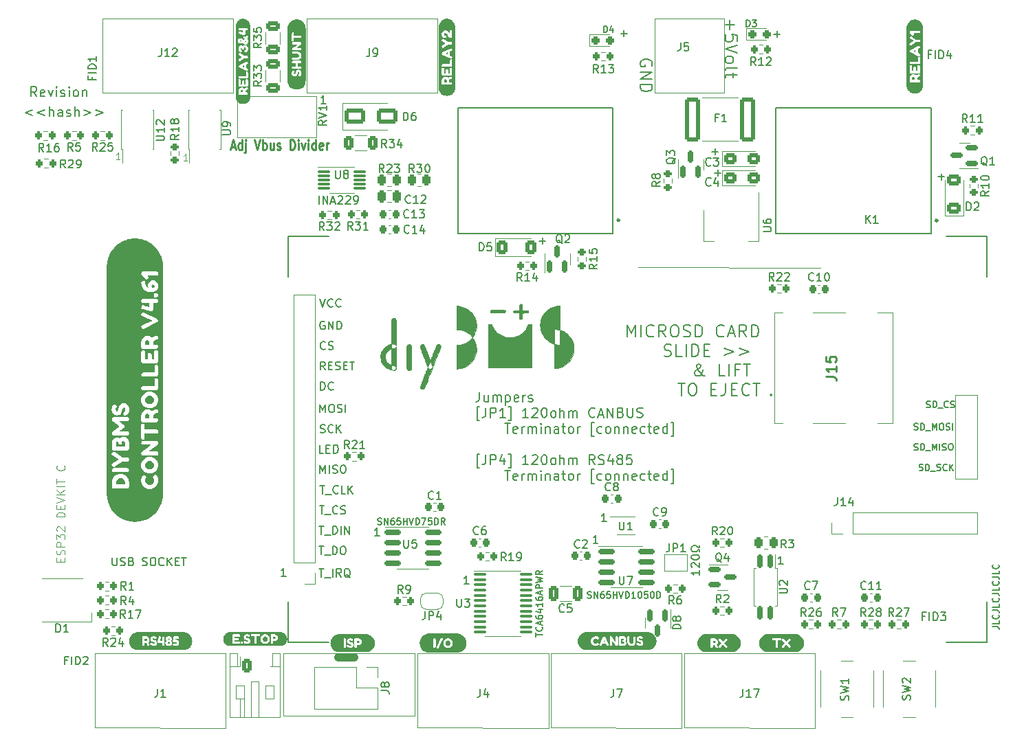
<source format=gbr>
%TF.GenerationSoftware,KiCad,Pcbnew,7.0.7*%
%TF.CreationDate,2024-04-10T19:08:45+02:00*%
%TF.ProjectId,ControllerCircuit,436f6e74-726f-46c6-9c65-724369726375,rev?*%
%TF.SameCoordinates,Original*%
%TF.FileFunction,Legend,Top*%
%TF.FilePolarity,Positive*%
%FSLAX46Y46*%
G04 Gerber Fmt 4.6, Leading zero omitted, Abs format (unit mm)*
G04 Created by KiCad (PCBNEW 7.0.7) date 2024-04-10 19:08:45*
%MOMM*%
%LPD*%
G01*
G04 APERTURE LIST*
G04 Aperture macros list*
%AMRoundRect*
0 Rectangle with rounded corners*
0 $1 Rounding radius*
0 $2 $3 $4 $5 $6 $7 $8 $9 X,Y pos of 4 corners*
0 Add a 4 corners polygon primitive as box body*
4,1,4,$2,$3,$4,$5,$6,$7,$8,$9,$2,$3,0*
0 Add four circle primitives for the rounded corners*
1,1,$1+$1,$2,$3*
1,1,$1+$1,$4,$5*
1,1,$1+$1,$6,$7*
1,1,$1+$1,$8,$9*
0 Add four rect primitives between the rounded corners*
20,1,$1+$1,$2,$3,$4,$5,0*
20,1,$1+$1,$4,$5,$6,$7,0*
20,1,$1+$1,$6,$7,$8,$9,0*
20,1,$1+$1,$8,$9,$2,$3,0*%
%AMFreePoly0*
4,1,19,0.500000,-0.750000,0.000000,-0.750000,0.000000,-0.744911,-0.071157,-0.744911,-0.207708,-0.704816,-0.327430,-0.627875,-0.420627,-0.520320,-0.479746,-0.390866,-0.500000,-0.250000,-0.500000,0.250000,-0.479746,0.390866,-0.420627,0.520320,-0.327430,0.627875,-0.207708,0.704816,-0.071157,0.744911,0.000000,0.744911,0.000000,0.750000,0.500000,0.750000,0.500000,-0.750000,0.500000,-0.750000,
$1*%
%AMFreePoly1*
4,1,19,0.000000,0.744911,0.071157,0.744911,0.207708,0.704816,0.327430,0.627875,0.420627,0.520320,0.479746,0.390866,0.500000,0.250000,0.500000,-0.250000,0.479746,-0.390866,0.420627,-0.520320,0.327430,-0.627875,0.207708,-0.704816,0.071157,-0.744911,0.000000,-0.744911,0.000000,-0.750000,-0.500000,-0.750000,-0.500000,0.750000,0.000000,0.750000,0.000000,0.744911,0.000000,0.744911,
$1*%
G04 Aperture macros list end*
%ADD10C,0.250000*%
%ADD11C,0.120000*%
%ADD12C,1.000000*%
%ADD13C,0.150000*%
%ADD14C,0.200000*%
%ADD15C,0.100000*%
%ADD16C,0.254000*%
%ADD17C,0.127000*%
%ADD18C,0.300000*%
%ADD19C,0.010000*%
%ADD20C,4.000000*%
%ADD21RoundRect,0.200000X-0.200000X-0.275000X0.200000X-0.275000X0.200000X0.275000X-0.200000X0.275000X0*%
%ADD22RoundRect,0.225000X-0.225000X-0.250000X0.225000X-0.250000X0.225000X0.250000X-0.225000X0.250000X0*%
%ADD23RoundRect,0.150000X-0.825000X-0.150000X0.825000X-0.150000X0.825000X0.150000X-0.825000X0.150000X0*%
%ADD24R,2.200000X2.200000*%
%ADD25C,2.200000*%
%ADD26R,1.800000X1.800000*%
%ADD27C,1.800000*%
%ADD28C,1.560000*%
%ADD29R,1.700000X1.700000*%
%ADD30O,1.700000X1.700000*%
%ADD31R,1.980000X1.980000*%
%ADD32C,2.000000*%
%ADD33R,1.900000X2.200000*%
%ADD34RoundRect,0.237500X-0.287500X-0.237500X0.287500X-0.237500X0.287500X0.237500X-0.287500X0.237500X0*%
%ADD35RoundRect,0.250000X-0.350000X-0.625000X0.350000X-0.625000X0.350000X0.625000X-0.350000X0.625000X0*%
%ADD36O,1.200000X1.750000*%
%ADD37RoundRect,0.250000X0.600000X-0.400000X0.600000X0.400000X-0.600000X0.400000X-0.600000X-0.400000X0*%
%ADD38RoundRect,0.150000X0.587500X0.150000X-0.587500X0.150000X-0.587500X-0.150000X0.587500X-0.150000X0*%
%ADD39RoundRect,0.200000X-0.275000X0.200000X-0.275000X-0.200000X0.275000X-0.200000X0.275000X0.200000X0*%
%ADD40RoundRect,0.250000X0.262500X0.450000X-0.262500X0.450000X-0.262500X-0.450000X0.262500X-0.450000X0*%
%ADD41RoundRect,0.150000X0.150000X-0.587500X0.150000X0.587500X-0.150000X0.587500X-0.150000X-0.587500X0*%
%ADD42RoundRect,0.250000X-0.712500X-2.475000X0.712500X-2.475000X0.712500X2.475000X-0.712500X2.475000X0*%
%ADD43RoundRect,0.250000X-0.537500X-0.425000X0.537500X-0.425000X0.537500X0.425000X-0.537500X0.425000X0*%
%ADD44R,1.500000X2.000000*%
%ADD45R,3.800000X2.000000*%
%ADD46R,0.640000X2.000000*%
%ADD47R,1.900000X1.900000*%
%ADD48C,1.900000*%
%ADD49RoundRect,0.200000X0.200000X0.275000X-0.200000X0.275000X-0.200000X-0.275000X0.200000X-0.275000X0*%
%ADD50R,1.000000X1.500000*%
%ADD51FreePoly0,180.000000*%
%ADD52FreePoly1,180.000000*%
%ADD53RoundRect,0.150000X-0.150000X0.587500X-0.150000X-0.587500X0.150000X-0.587500X0.150000X0.587500X0*%
%ADD54RoundRect,0.150000X-0.150000X0.662500X-0.150000X-0.662500X0.150000X-0.662500X0.150000X0.662500X0*%
%ADD55RoundRect,0.100000X-0.637500X-0.100000X0.637500X-0.100000X0.637500X0.100000X-0.637500X0.100000X0*%
%ADD56RoundRect,0.150000X-0.587500X-0.150000X0.587500X-0.150000X0.587500X0.150000X-0.587500X0.150000X0*%
%ADD57RoundRect,0.250000X0.325000X0.650000X-0.325000X0.650000X-0.325000X-0.650000X0.325000X-0.650000X0*%
%ADD58R,1.500000X0.800000*%
%ADD59R,2.000000X1.450000*%
%ADD60R,0.800000X0.300000*%
%ADD61C,3.200000*%
%ADD62R,2.000000X1.100000*%
%ADD63RoundRect,0.225000X0.225000X0.250000X-0.225000X0.250000X-0.225000X-0.250000X0.225000X-0.250000X0*%
%ADD64RoundRect,0.250000X-0.250000X-0.475000X0.250000X-0.475000X0.250000X0.475000X-0.250000X0.475000X0*%
%ADD65RoundRect,0.250000X-0.262500X-0.450000X0.262500X-0.450000X0.262500X0.450000X-0.262500X0.450000X0*%
%ADD66RoundRect,0.075000X-0.650000X-0.075000X0.650000X-0.075000X0.650000X0.075000X-0.650000X0.075000X0*%
%ADD67RoundRect,0.250000X-0.400000X-0.600000X0.400000X-0.600000X0.400000X0.600000X-0.400000X0.600000X0*%
%ADD68RoundRect,0.250000X0.625000X-0.312500X0.625000X0.312500X-0.625000X0.312500X-0.625000X-0.312500X0*%
%ADD69C,1.440000*%
%ADD70RoundRect,0.250000X-0.312500X-0.625000X0.312500X-0.625000X0.312500X0.625000X-0.312500X0.625000X0*%
%ADD71RoundRect,0.250000X-1.000000X-0.650000X1.000000X-0.650000X1.000000X0.650000X-1.000000X0.650000X0*%
G04 APERTURE END LIST*
D10*
X26516949Y71673515D02*
X26993139Y71673515D01*
X26421711Y71330658D02*
X26755044Y72530658D01*
X26755044Y72530658D02*
X27088377Y71330658D01*
X27850282Y71330658D02*
X27850282Y72530658D01*
X27850282Y71387800D02*
X27755044Y71330658D01*
X27755044Y71330658D02*
X27564568Y71330658D01*
X27564568Y71330658D02*
X27469330Y71387800D01*
X27469330Y71387800D02*
X27421711Y71444943D01*
X27421711Y71444943D02*
X27374092Y71559229D01*
X27374092Y71559229D02*
X27374092Y71902086D01*
X27374092Y71902086D02*
X27421711Y72016372D01*
X27421711Y72016372D02*
X27469330Y72073515D01*
X27469330Y72073515D02*
X27564568Y72130658D01*
X27564568Y72130658D02*
X27755044Y72130658D01*
X27755044Y72130658D02*
X27850282Y72073515D01*
X28326473Y72130658D02*
X28326473Y71102086D01*
X28326473Y71102086D02*
X28278854Y70987800D01*
X28278854Y70987800D02*
X28183616Y70930658D01*
X28183616Y70930658D02*
X28135997Y70930658D01*
X28326473Y72530658D02*
X28278854Y72473515D01*
X28278854Y72473515D02*
X28326473Y72416372D01*
X28326473Y72416372D02*
X28374092Y72473515D01*
X28374092Y72473515D02*
X28326473Y72530658D01*
X28326473Y72530658D02*
X28326473Y72416372D01*
X29421711Y72530658D02*
X29755044Y71330658D01*
X29755044Y71330658D02*
X30088377Y72530658D01*
X30421711Y71330658D02*
X30421711Y72530658D01*
X30421711Y72073515D02*
X30516949Y72130658D01*
X30516949Y72130658D02*
X30707425Y72130658D01*
X30707425Y72130658D02*
X30802663Y72073515D01*
X30802663Y72073515D02*
X30850282Y72016372D01*
X30850282Y72016372D02*
X30897901Y71902086D01*
X30897901Y71902086D02*
X30897901Y71559229D01*
X30897901Y71559229D02*
X30850282Y71444943D01*
X30850282Y71444943D02*
X30802663Y71387800D01*
X30802663Y71387800D02*
X30707425Y71330658D01*
X30707425Y71330658D02*
X30516949Y71330658D01*
X30516949Y71330658D02*
X30421711Y71387800D01*
X31755044Y72130658D02*
X31755044Y71330658D01*
X31326473Y72130658D02*
X31326473Y71502086D01*
X31326473Y71502086D02*
X31374092Y71387800D01*
X31374092Y71387800D02*
X31469330Y71330658D01*
X31469330Y71330658D02*
X31612187Y71330658D01*
X31612187Y71330658D02*
X31707425Y71387800D01*
X31707425Y71387800D02*
X31755044Y71444943D01*
X32183616Y71387800D02*
X32278854Y71330658D01*
X32278854Y71330658D02*
X32469330Y71330658D01*
X32469330Y71330658D02*
X32564568Y71387800D01*
X32564568Y71387800D02*
X32612187Y71502086D01*
X32612187Y71502086D02*
X32612187Y71559229D01*
X32612187Y71559229D02*
X32564568Y71673515D01*
X32564568Y71673515D02*
X32469330Y71730658D01*
X32469330Y71730658D02*
X32326473Y71730658D01*
X32326473Y71730658D02*
X32231235Y71787800D01*
X32231235Y71787800D02*
X32183616Y71902086D01*
X32183616Y71902086D02*
X32183616Y71959229D01*
X32183616Y71959229D02*
X32231235Y72073515D01*
X32231235Y72073515D02*
X32326473Y72130658D01*
X32326473Y72130658D02*
X32469330Y72130658D01*
X32469330Y72130658D02*
X32564568Y72073515D01*
X33802664Y71330658D02*
X33802664Y72530658D01*
X33802664Y72530658D02*
X34040759Y72530658D01*
X34040759Y72530658D02*
X34183616Y72473515D01*
X34183616Y72473515D02*
X34278854Y72359229D01*
X34278854Y72359229D02*
X34326473Y72244943D01*
X34326473Y72244943D02*
X34374092Y72016372D01*
X34374092Y72016372D02*
X34374092Y71844943D01*
X34374092Y71844943D02*
X34326473Y71616372D01*
X34326473Y71616372D02*
X34278854Y71502086D01*
X34278854Y71502086D02*
X34183616Y71387800D01*
X34183616Y71387800D02*
X34040759Y71330658D01*
X34040759Y71330658D02*
X33802664Y71330658D01*
X34802664Y71330658D02*
X34802664Y72130658D01*
X34802664Y72530658D02*
X34755045Y72473515D01*
X34755045Y72473515D02*
X34802664Y72416372D01*
X34802664Y72416372D02*
X34850283Y72473515D01*
X34850283Y72473515D02*
X34802664Y72530658D01*
X34802664Y72530658D02*
X34802664Y72416372D01*
X35183616Y72130658D02*
X35421711Y71330658D01*
X35421711Y71330658D02*
X35659806Y72130658D01*
X36040759Y71330658D02*
X36040759Y72130658D01*
X36040759Y72530658D02*
X35993140Y72473515D01*
X35993140Y72473515D02*
X36040759Y72416372D01*
X36040759Y72416372D02*
X36088378Y72473515D01*
X36088378Y72473515D02*
X36040759Y72530658D01*
X36040759Y72530658D02*
X36040759Y72416372D01*
X36945520Y71330658D02*
X36945520Y72530658D01*
X36945520Y71387800D02*
X36850282Y71330658D01*
X36850282Y71330658D02*
X36659806Y71330658D01*
X36659806Y71330658D02*
X36564568Y71387800D01*
X36564568Y71387800D02*
X36516949Y71444943D01*
X36516949Y71444943D02*
X36469330Y71559229D01*
X36469330Y71559229D02*
X36469330Y71902086D01*
X36469330Y71902086D02*
X36516949Y72016372D01*
X36516949Y72016372D02*
X36564568Y72073515D01*
X36564568Y72073515D02*
X36659806Y72130658D01*
X36659806Y72130658D02*
X36850282Y72130658D01*
X36850282Y72130658D02*
X36945520Y72073515D01*
X37802663Y71387800D02*
X37707425Y71330658D01*
X37707425Y71330658D02*
X37516949Y71330658D01*
X37516949Y71330658D02*
X37421711Y71387800D01*
X37421711Y71387800D02*
X37374092Y71502086D01*
X37374092Y71502086D02*
X37374092Y71959229D01*
X37374092Y71959229D02*
X37421711Y72073515D01*
X37421711Y72073515D02*
X37516949Y72130658D01*
X37516949Y72130658D02*
X37707425Y72130658D01*
X37707425Y72130658D02*
X37802663Y72073515D01*
X37802663Y72073515D02*
X37850282Y71959229D01*
X37850282Y71959229D02*
X37850282Y71844943D01*
X37850282Y71844943D02*
X37374092Y71730658D01*
X38278854Y71330658D02*
X38278854Y72130658D01*
X38278854Y71902086D02*
X38326473Y72016372D01*
X38326473Y72016372D02*
X38374092Y72073515D01*
X38374092Y72073515D02*
X38469330Y72130658D01*
X38469330Y72130658D02*
X38564568Y72130658D01*
D11*
X33000000Y9220000D02*
X49100000Y9220000D01*
X49100000Y9220000D02*
X49100000Y1500000D01*
X49100000Y1500000D02*
X33000000Y1500000D01*
X33000000Y1500000D02*
X33000000Y9220000D01*
D12*
X39750000Y8750000D02*
X41650000Y8750000D01*
D11*
X76660000Y56790000D02*
X99110000Y56780000D01*
D13*
X33285714Y18745181D02*
X32714286Y18745181D01*
X33000000Y18745181D02*
X33000000Y19745181D01*
X33000000Y19745181D02*
X32904762Y19602324D01*
X32904762Y19602324D02*
X32809524Y19507086D01*
X32809524Y19507086D02*
X32714286Y19459467D01*
X94495714Y20205181D02*
X93924286Y20205181D01*
X94210000Y20205181D02*
X94210000Y21205181D01*
X94210000Y21205181D02*
X94114762Y21062324D01*
X94114762Y21062324D02*
X94019524Y20967086D01*
X94019524Y20967086D02*
X93924286Y20919467D01*
D14*
X87937900Y87278572D02*
X87937900Y86135714D01*
X87366471Y86707143D02*
X88509328Y86707143D01*
X88866471Y84707143D02*
X88866471Y85421429D01*
X88866471Y85421429D02*
X88152185Y85492857D01*
X88152185Y85492857D02*
X88223614Y85421429D01*
X88223614Y85421429D02*
X88295042Y85278571D01*
X88295042Y85278571D02*
X88295042Y84921429D01*
X88295042Y84921429D02*
X88223614Y84778571D01*
X88223614Y84778571D02*
X88152185Y84707143D01*
X88152185Y84707143D02*
X88009328Y84635714D01*
X88009328Y84635714D02*
X87652185Y84635714D01*
X87652185Y84635714D02*
X87509328Y84707143D01*
X87509328Y84707143D02*
X87437900Y84778571D01*
X87437900Y84778571D02*
X87366471Y84921429D01*
X87366471Y84921429D02*
X87366471Y85278571D01*
X87366471Y85278571D02*
X87437900Y85421429D01*
X87437900Y85421429D02*
X87509328Y85492857D01*
X88866471Y84207143D02*
X87366471Y83707143D01*
X87366471Y83707143D02*
X88866471Y83207143D01*
X87366471Y82492858D02*
X87437900Y82635715D01*
X87437900Y82635715D02*
X87509328Y82707144D01*
X87509328Y82707144D02*
X87652185Y82778572D01*
X87652185Y82778572D02*
X88080757Y82778572D01*
X88080757Y82778572D02*
X88223614Y82707144D01*
X88223614Y82707144D02*
X88295042Y82635715D01*
X88295042Y82635715D02*
X88366471Y82492858D01*
X88366471Y82492858D02*
X88366471Y82278572D01*
X88366471Y82278572D02*
X88295042Y82135715D01*
X88295042Y82135715D02*
X88223614Y82064286D01*
X88223614Y82064286D02*
X88080757Y81992858D01*
X88080757Y81992858D02*
X87652185Y81992858D01*
X87652185Y81992858D02*
X87509328Y82064286D01*
X87509328Y82064286D02*
X87437900Y82135715D01*
X87437900Y82135715D02*
X87366471Y82278572D01*
X87366471Y82278572D02*
X87366471Y82492858D01*
X87366471Y81135715D02*
X87437900Y81278572D01*
X87437900Y81278572D02*
X87580757Y81350001D01*
X87580757Y81350001D02*
X88866471Y81350001D01*
X88366471Y80778572D02*
X88366471Y80207144D01*
X88866471Y80564287D02*
X87580757Y80564287D01*
X87580757Y80564287D02*
X87437900Y80492858D01*
X87437900Y80492858D02*
X87366471Y80350001D01*
X87366471Y80350001D02*
X87366471Y80207144D01*
D13*
X44785714Y23695181D02*
X44214286Y23695181D01*
X44500000Y23695181D02*
X44500000Y24695181D01*
X44500000Y24695181D02*
X44404762Y24552324D01*
X44404762Y24552324D02*
X44309524Y24457086D01*
X44309524Y24457086D02*
X44214286Y24409467D01*
D14*
X78306042Y81622017D02*
X78377471Y81764874D01*
X78377471Y81764874D02*
X78377471Y81979160D01*
X78377471Y81979160D02*
X78306042Y82193446D01*
X78306042Y82193446D02*
X78163185Y82336303D01*
X78163185Y82336303D02*
X78020328Y82407732D01*
X78020328Y82407732D02*
X77734614Y82479160D01*
X77734614Y82479160D02*
X77520328Y82479160D01*
X77520328Y82479160D02*
X77234614Y82407732D01*
X77234614Y82407732D02*
X77091757Y82336303D01*
X77091757Y82336303D02*
X76948900Y82193446D01*
X76948900Y82193446D02*
X76877471Y81979160D01*
X76877471Y81979160D02*
X76877471Y81836303D01*
X76877471Y81836303D02*
X76948900Y81622017D01*
X76948900Y81622017D02*
X77020328Y81550589D01*
X77020328Y81550589D02*
X77520328Y81550589D01*
X77520328Y81550589D02*
X77520328Y81836303D01*
X76877471Y80907732D02*
X78377471Y80907732D01*
X78377471Y80907732D02*
X76877471Y80050589D01*
X76877471Y80050589D02*
X78377471Y80050589D01*
X76877471Y79336303D02*
X78377471Y79336303D01*
X78377471Y79336303D02*
X78377471Y78979160D01*
X78377471Y78979160D02*
X78306042Y78764874D01*
X78306042Y78764874D02*
X78163185Y78622017D01*
X78163185Y78622017D02*
X78020328Y78550588D01*
X78020328Y78550588D02*
X77734614Y78479160D01*
X77734614Y78479160D02*
X77520328Y78479160D01*
X77520328Y78479160D02*
X77234614Y78550588D01*
X77234614Y78550588D02*
X77091757Y78622017D01*
X77091757Y78622017D02*
X76948900Y78764874D01*
X76948900Y78764874D02*
X76877471Y78979160D01*
X76877471Y78979160D02*
X76877471Y79336303D01*
D13*
X55785714Y17795181D02*
X55214286Y17795181D01*
X55500000Y17795181D02*
X55500000Y18795181D01*
X55500000Y18795181D02*
X55404762Y18652324D01*
X55404762Y18652324D02*
X55309524Y18557086D01*
X55309524Y18557086D02*
X55214286Y18509467D01*
D15*
X5517669Y20538292D02*
X5517669Y20871625D01*
X6041479Y21014482D02*
X6041479Y20538292D01*
X6041479Y20538292D02*
X5041479Y20538292D01*
X5041479Y20538292D02*
X5041479Y21014482D01*
X5993860Y21395435D02*
X6041479Y21538292D01*
X6041479Y21538292D02*
X6041479Y21776387D01*
X6041479Y21776387D02*
X5993860Y21871625D01*
X5993860Y21871625D02*
X5946240Y21919244D01*
X5946240Y21919244D02*
X5851002Y21966863D01*
X5851002Y21966863D02*
X5755764Y21966863D01*
X5755764Y21966863D02*
X5660526Y21919244D01*
X5660526Y21919244D02*
X5612907Y21871625D01*
X5612907Y21871625D02*
X5565288Y21776387D01*
X5565288Y21776387D02*
X5517669Y21585911D01*
X5517669Y21585911D02*
X5470050Y21490673D01*
X5470050Y21490673D02*
X5422431Y21443054D01*
X5422431Y21443054D02*
X5327193Y21395435D01*
X5327193Y21395435D02*
X5231955Y21395435D01*
X5231955Y21395435D02*
X5136717Y21443054D01*
X5136717Y21443054D02*
X5089098Y21490673D01*
X5089098Y21490673D02*
X5041479Y21585911D01*
X5041479Y21585911D02*
X5041479Y21824006D01*
X5041479Y21824006D02*
X5089098Y21966863D01*
X6041479Y22395435D02*
X5041479Y22395435D01*
X5041479Y22395435D02*
X5041479Y22776387D01*
X5041479Y22776387D02*
X5089098Y22871625D01*
X5089098Y22871625D02*
X5136717Y22919244D01*
X5136717Y22919244D02*
X5231955Y22966863D01*
X5231955Y22966863D02*
X5374812Y22966863D01*
X5374812Y22966863D02*
X5470050Y22919244D01*
X5470050Y22919244D02*
X5517669Y22871625D01*
X5517669Y22871625D02*
X5565288Y22776387D01*
X5565288Y22776387D02*
X5565288Y22395435D01*
X5041479Y23300197D02*
X5041479Y23919244D01*
X5041479Y23919244D02*
X5422431Y23585911D01*
X5422431Y23585911D02*
X5422431Y23728768D01*
X5422431Y23728768D02*
X5470050Y23824006D01*
X5470050Y23824006D02*
X5517669Y23871625D01*
X5517669Y23871625D02*
X5612907Y23919244D01*
X5612907Y23919244D02*
X5851002Y23919244D01*
X5851002Y23919244D02*
X5946240Y23871625D01*
X5946240Y23871625D02*
X5993860Y23824006D01*
X5993860Y23824006D02*
X6041479Y23728768D01*
X6041479Y23728768D02*
X6041479Y23443054D01*
X6041479Y23443054D02*
X5993860Y23347816D01*
X5993860Y23347816D02*
X5946240Y23300197D01*
X5136717Y24300197D02*
X5089098Y24347816D01*
X5089098Y24347816D02*
X5041479Y24443054D01*
X5041479Y24443054D02*
X5041479Y24681149D01*
X5041479Y24681149D02*
X5089098Y24776387D01*
X5089098Y24776387D02*
X5136717Y24824006D01*
X5136717Y24824006D02*
X5231955Y24871625D01*
X5231955Y24871625D02*
X5327193Y24871625D01*
X5327193Y24871625D02*
X5470050Y24824006D01*
X5470050Y24824006D02*
X6041479Y24252578D01*
X6041479Y24252578D02*
X6041479Y24871625D01*
X6041479Y26062102D02*
X5041479Y26062102D01*
X5041479Y26062102D02*
X5041479Y26300197D01*
X5041479Y26300197D02*
X5089098Y26443054D01*
X5089098Y26443054D02*
X5184336Y26538292D01*
X5184336Y26538292D02*
X5279574Y26585911D01*
X5279574Y26585911D02*
X5470050Y26633530D01*
X5470050Y26633530D02*
X5612907Y26633530D01*
X5612907Y26633530D02*
X5803383Y26585911D01*
X5803383Y26585911D02*
X5898621Y26538292D01*
X5898621Y26538292D02*
X5993860Y26443054D01*
X5993860Y26443054D02*
X6041479Y26300197D01*
X6041479Y26300197D02*
X6041479Y26062102D01*
X5517669Y27062102D02*
X5517669Y27395435D01*
X6041479Y27538292D02*
X6041479Y27062102D01*
X6041479Y27062102D02*
X5041479Y27062102D01*
X5041479Y27062102D02*
X5041479Y27538292D01*
X5041479Y27824007D02*
X6041479Y28157340D01*
X6041479Y28157340D02*
X5041479Y28490673D01*
X6041479Y28824007D02*
X5041479Y28824007D01*
X6041479Y29395435D02*
X5470050Y28966864D01*
X5041479Y29395435D02*
X5612907Y28824007D01*
X6041479Y29824007D02*
X5041479Y29824007D01*
X5041479Y30157340D02*
X5041479Y30728768D01*
X6041479Y30443054D02*
X5041479Y30443054D01*
X5946240Y32395435D02*
X5993860Y32347816D01*
X5993860Y32347816D02*
X6041479Y32204959D01*
X6041479Y32204959D02*
X6041479Y32109721D01*
X6041479Y32109721D02*
X5993860Y31966864D01*
X5993860Y31966864D02*
X5898621Y31871626D01*
X5898621Y31871626D02*
X5803383Y31824007D01*
X5803383Y31824007D02*
X5612907Y31776388D01*
X5612907Y31776388D02*
X5470050Y31776388D01*
X5470050Y31776388D02*
X5279574Y31824007D01*
X5279574Y31824007D02*
X5184336Y31871626D01*
X5184336Y31871626D02*
X5089098Y31966864D01*
X5089098Y31966864D02*
X5041479Y32109721D01*
X5041479Y32109721D02*
X5041479Y32204959D01*
X5041479Y32204959D02*
X5089098Y32347816D01*
X5089098Y32347816D02*
X5136717Y32395435D01*
D13*
X11910839Y21045181D02*
X11910839Y20235658D01*
X11910839Y20235658D02*
X11958458Y20140420D01*
X11958458Y20140420D02*
X12006077Y20092800D01*
X12006077Y20092800D02*
X12101315Y20045181D01*
X12101315Y20045181D02*
X12291791Y20045181D01*
X12291791Y20045181D02*
X12387029Y20092800D01*
X12387029Y20092800D02*
X12434648Y20140420D01*
X12434648Y20140420D02*
X12482267Y20235658D01*
X12482267Y20235658D02*
X12482267Y21045181D01*
X12910839Y20092800D02*
X13053696Y20045181D01*
X13053696Y20045181D02*
X13291791Y20045181D01*
X13291791Y20045181D02*
X13387029Y20092800D01*
X13387029Y20092800D02*
X13434648Y20140420D01*
X13434648Y20140420D02*
X13482267Y20235658D01*
X13482267Y20235658D02*
X13482267Y20330896D01*
X13482267Y20330896D02*
X13434648Y20426134D01*
X13434648Y20426134D02*
X13387029Y20473753D01*
X13387029Y20473753D02*
X13291791Y20521372D01*
X13291791Y20521372D02*
X13101315Y20568991D01*
X13101315Y20568991D02*
X13006077Y20616610D01*
X13006077Y20616610D02*
X12958458Y20664229D01*
X12958458Y20664229D02*
X12910839Y20759467D01*
X12910839Y20759467D02*
X12910839Y20854705D01*
X12910839Y20854705D02*
X12958458Y20949943D01*
X12958458Y20949943D02*
X13006077Y20997562D01*
X13006077Y20997562D02*
X13101315Y21045181D01*
X13101315Y21045181D02*
X13339410Y21045181D01*
X13339410Y21045181D02*
X13482267Y20997562D01*
X14244172Y20568991D02*
X14387029Y20521372D01*
X14387029Y20521372D02*
X14434648Y20473753D01*
X14434648Y20473753D02*
X14482267Y20378515D01*
X14482267Y20378515D02*
X14482267Y20235658D01*
X14482267Y20235658D02*
X14434648Y20140420D01*
X14434648Y20140420D02*
X14387029Y20092800D01*
X14387029Y20092800D02*
X14291791Y20045181D01*
X14291791Y20045181D02*
X13910839Y20045181D01*
X13910839Y20045181D02*
X13910839Y21045181D01*
X13910839Y21045181D02*
X14244172Y21045181D01*
X14244172Y21045181D02*
X14339410Y20997562D01*
X14339410Y20997562D02*
X14387029Y20949943D01*
X14387029Y20949943D02*
X14434648Y20854705D01*
X14434648Y20854705D02*
X14434648Y20759467D01*
X14434648Y20759467D02*
X14387029Y20664229D01*
X14387029Y20664229D02*
X14339410Y20616610D01*
X14339410Y20616610D02*
X14244172Y20568991D01*
X14244172Y20568991D02*
X13910839Y20568991D01*
X15625125Y20092800D02*
X15767982Y20045181D01*
X15767982Y20045181D02*
X16006077Y20045181D01*
X16006077Y20045181D02*
X16101315Y20092800D01*
X16101315Y20092800D02*
X16148934Y20140420D01*
X16148934Y20140420D02*
X16196553Y20235658D01*
X16196553Y20235658D02*
X16196553Y20330896D01*
X16196553Y20330896D02*
X16148934Y20426134D01*
X16148934Y20426134D02*
X16101315Y20473753D01*
X16101315Y20473753D02*
X16006077Y20521372D01*
X16006077Y20521372D02*
X15815601Y20568991D01*
X15815601Y20568991D02*
X15720363Y20616610D01*
X15720363Y20616610D02*
X15672744Y20664229D01*
X15672744Y20664229D02*
X15625125Y20759467D01*
X15625125Y20759467D02*
X15625125Y20854705D01*
X15625125Y20854705D02*
X15672744Y20949943D01*
X15672744Y20949943D02*
X15720363Y20997562D01*
X15720363Y20997562D02*
X15815601Y21045181D01*
X15815601Y21045181D02*
X16053696Y21045181D01*
X16053696Y21045181D02*
X16196553Y20997562D01*
X16815601Y21045181D02*
X17006077Y21045181D01*
X17006077Y21045181D02*
X17101315Y20997562D01*
X17101315Y20997562D02*
X17196553Y20902324D01*
X17196553Y20902324D02*
X17244172Y20711848D01*
X17244172Y20711848D02*
X17244172Y20378515D01*
X17244172Y20378515D02*
X17196553Y20188039D01*
X17196553Y20188039D02*
X17101315Y20092800D01*
X17101315Y20092800D02*
X17006077Y20045181D01*
X17006077Y20045181D02*
X16815601Y20045181D01*
X16815601Y20045181D02*
X16720363Y20092800D01*
X16720363Y20092800D02*
X16625125Y20188039D01*
X16625125Y20188039D02*
X16577506Y20378515D01*
X16577506Y20378515D02*
X16577506Y20711848D01*
X16577506Y20711848D02*
X16625125Y20902324D01*
X16625125Y20902324D02*
X16720363Y20997562D01*
X16720363Y20997562D02*
X16815601Y21045181D01*
X18244172Y20140420D02*
X18196553Y20092800D01*
X18196553Y20092800D02*
X18053696Y20045181D01*
X18053696Y20045181D02*
X17958458Y20045181D01*
X17958458Y20045181D02*
X17815601Y20092800D01*
X17815601Y20092800D02*
X17720363Y20188039D01*
X17720363Y20188039D02*
X17672744Y20283277D01*
X17672744Y20283277D02*
X17625125Y20473753D01*
X17625125Y20473753D02*
X17625125Y20616610D01*
X17625125Y20616610D02*
X17672744Y20807086D01*
X17672744Y20807086D02*
X17720363Y20902324D01*
X17720363Y20902324D02*
X17815601Y20997562D01*
X17815601Y20997562D02*
X17958458Y21045181D01*
X17958458Y21045181D02*
X18053696Y21045181D01*
X18053696Y21045181D02*
X18196553Y20997562D01*
X18196553Y20997562D02*
X18244172Y20949943D01*
X18672744Y20045181D02*
X18672744Y21045181D01*
X19244172Y20045181D02*
X18815601Y20616610D01*
X19244172Y21045181D02*
X18672744Y20473753D01*
X19672744Y20568991D02*
X20006077Y20568991D01*
X20148934Y20045181D02*
X19672744Y20045181D01*
X19672744Y20045181D02*
X19672744Y21045181D01*
X19672744Y21045181D02*
X20148934Y21045181D01*
X20434649Y21045181D02*
X21006077Y21045181D01*
X20720363Y20045181D02*
X20720363Y21045181D01*
X113569048Y67976134D02*
X114330953Y67976134D01*
X113950000Y67595181D02*
X113950000Y68357086D01*
X93369048Y85526134D02*
X94130953Y85526134D01*
X93750000Y85145181D02*
X93750000Y85907086D01*
X86126133Y71430952D02*
X86126133Y70669047D01*
X85745180Y71050000D02*
X86507085Y71050000D01*
X86451133Y68805952D02*
X86451133Y68044047D01*
X86070180Y68425000D02*
X86832085Y68425000D01*
X120262295Y12504762D02*
X120833723Y12504762D01*
X120833723Y12504762D02*
X120948009Y12466667D01*
X120948009Y12466667D02*
X121024200Y12390476D01*
X121024200Y12390476D02*
X121062295Y12276191D01*
X121062295Y12276191D02*
X121062295Y12200000D01*
X121062295Y13266667D02*
X121062295Y12885715D01*
X121062295Y12885715D02*
X120262295Y12885715D01*
X120986104Y13990477D02*
X121024200Y13952381D01*
X121024200Y13952381D02*
X121062295Y13838096D01*
X121062295Y13838096D02*
X121062295Y13761905D01*
X121062295Y13761905D02*
X121024200Y13647619D01*
X121024200Y13647619D02*
X120948009Y13571429D01*
X120948009Y13571429D02*
X120871819Y13533334D01*
X120871819Y13533334D02*
X120719438Y13495238D01*
X120719438Y13495238D02*
X120605152Y13495238D01*
X120605152Y13495238D02*
X120452771Y13533334D01*
X120452771Y13533334D02*
X120376580Y13571429D01*
X120376580Y13571429D02*
X120300390Y13647619D01*
X120300390Y13647619D02*
X120262295Y13761905D01*
X120262295Y13761905D02*
X120262295Y13838096D01*
X120262295Y13838096D02*
X120300390Y13952381D01*
X120300390Y13952381D02*
X120338485Y13990477D01*
X120262295Y14561905D02*
X120833723Y14561905D01*
X120833723Y14561905D02*
X120948009Y14523810D01*
X120948009Y14523810D02*
X121024200Y14447619D01*
X121024200Y14447619D02*
X121062295Y14333334D01*
X121062295Y14333334D02*
X121062295Y14257143D01*
X121062295Y15323810D02*
X121062295Y14942858D01*
X121062295Y14942858D02*
X120262295Y14942858D01*
X120986104Y16047620D02*
X121024200Y16009524D01*
X121024200Y16009524D02*
X121062295Y15895239D01*
X121062295Y15895239D02*
X121062295Y15819048D01*
X121062295Y15819048D02*
X121024200Y15704762D01*
X121024200Y15704762D02*
X120948009Y15628572D01*
X120948009Y15628572D02*
X120871819Y15590477D01*
X120871819Y15590477D02*
X120719438Y15552381D01*
X120719438Y15552381D02*
X120605152Y15552381D01*
X120605152Y15552381D02*
X120452771Y15590477D01*
X120452771Y15590477D02*
X120376580Y15628572D01*
X120376580Y15628572D02*
X120300390Y15704762D01*
X120300390Y15704762D02*
X120262295Y15819048D01*
X120262295Y15819048D02*
X120262295Y15895239D01*
X120262295Y15895239D02*
X120300390Y16009524D01*
X120300390Y16009524D02*
X120338485Y16047620D01*
X120262295Y16619048D02*
X120833723Y16619048D01*
X120833723Y16619048D02*
X120948009Y16580953D01*
X120948009Y16580953D02*
X121024200Y16504762D01*
X121024200Y16504762D02*
X121062295Y16390477D01*
X121062295Y16390477D02*
X121062295Y16314286D01*
X121062295Y17380953D02*
X121062295Y17000001D01*
X121062295Y17000001D02*
X120262295Y17000001D01*
X120986104Y18104763D02*
X121024200Y18066667D01*
X121024200Y18066667D02*
X121062295Y17952382D01*
X121062295Y17952382D02*
X121062295Y17876191D01*
X121062295Y17876191D02*
X121024200Y17761905D01*
X121024200Y17761905D02*
X120948009Y17685715D01*
X120948009Y17685715D02*
X120871819Y17647620D01*
X120871819Y17647620D02*
X120719438Y17609524D01*
X120719438Y17609524D02*
X120605152Y17609524D01*
X120605152Y17609524D02*
X120452771Y17647620D01*
X120452771Y17647620D02*
X120376580Y17685715D01*
X120376580Y17685715D02*
X120300390Y17761905D01*
X120300390Y17761905D02*
X120262295Y17876191D01*
X120262295Y17876191D02*
X120262295Y17952382D01*
X120262295Y17952382D02*
X120300390Y18066667D01*
X120300390Y18066667D02*
X120338485Y18104763D01*
X120262295Y18676191D02*
X120833723Y18676191D01*
X120833723Y18676191D02*
X120948009Y18638096D01*
X120948009Y18638096D02*
X121024200Y18561905D01*
X121024200Y18561905D02*
X121062295Y18447620D01*
X121062295Y18447620D02*
X121062295Y18371429D01*
X121062295Y19438096D02*
X121062295Y19057144D01*
X121062295Y19057144D02*
X120262295Y19057144D01*
X120986104Y20161906D02*
X121024200Y20123810D01*
X121024200Y20123810D02*
X121062295Y20009525D01*
X121062295Y20009525D02*
X121062295Y19933334D01*
X121062295Y19933334D02*
X121024200Y19819048D01*
X121024200Y19819048D02*
X120948009Y19742858D01*
X120948009Y19742858D02*
X120871819Y19704763D01*
X120871819Y19704763D02*
X120719438Y19666667D01*
X120719438Y19666667D02*
X120605152Y19666667D01*
X120605152Y19666667D02*
X120452771Y19704763D01*
X120452771Y19704763D02*
X120376580Y19742858D01*
X120376580Y19742858D02*
X120300390Y19819048D01*
X120300390Y19819048D02*
X120262295Y19933334D01*
X120262295Y19933334D02*
X120262295Y20009525D01*
X120262295Y20009525D02*
X120300390Y20123810D01*
X120300390Y20123810D02*
X120338485Y20161906D01*
D15*
X12828571Y70135105D02*
X12371428Y70135105D01*
X12600000Y70135105D02*
X12600000Y70935105D01*
X12600000Y70935105D02*
X12523809Y70820820D01*
X12523809Y70820820D02*
X12447619Y70744629D01*
X12447619Y70744629D02*
X12371428Y70706534D01*
D14*
X75268421Y48238972D02*
X75268421Y49738972D01*
X75268421Y49738972D02*
X75768421Y48667543D01*
X75768421Y48667543D02*
X76268421Y49738972D01*
X76268421Y49738972D02*
X76268421Y48238972D01*
X76982707Y48238972D02*
X76982707Y49738972D01*
X78554136Y48381829D02*
X78482708Y48310400D01*
X78482708Y48310400D02*
X78268422Y48238972D01*
X78268422Y48238972D02*
X78125565Y48238972D01*
X78125565Y48238972D02*
X77911279Y48310400D01*
X77911279Y48310400D02*
X77768422Y48453258D01*
X77768422Y48453258D02*
X77696993Y48596115D01*
X77696993Y48596115D02*
X77625565Y48881829D01*
X77625565Y48881829D02*
X77625565Y49096115D01*
X77625565Y49096115D02*
X77696993Y49381829D01*
X77696993Y49381829D02*
X77768422Y49524686D01*
X77768422Y49524686D02*
X77911279Y49667543D01*
X77911279Y49667543D02*
X78125565Y49738972D01*
X78125565Y49738972D02*
X78268422Y49738972D01*
X78268422Y49738972D02*
X78482708Y49667543D01*
X78482708Y49667543D02*
X78554136Y49596115D01*
X80054136Y48238972D02*
X79554136Y48953258D01*
X79196993Y48238972D02*
X79196993Y49738972D01*
X79196993Y49738972D02*
X79768422Y49738972D01*
X79768422Y49738972D02*
X79911279Y49667543D01*
X79911279Y49667543D02*
X79982708Y49596115D01*
X79982708Y49596115D02*
X80054136Y49453258D01*
X80054136Y49453258D02*
X80054136Y49238972D01*
X80054136Y49238972D02*
X79982708Y49096115D01*
X79982708Y49096115D02*
X79911279Y49024686D01*
X79911279Y49024686D02*
X79768422Y48953258D01*
X79768422Y48953258D02*
X79196993Y48953258D01*
X80982708Y49738972D02*
X81268422Y49738972D01*
X81268422Y49738972D02*
X81411279Y49667543D01*
X81411279Y49667543D02*
X81554136Y49524686D01*
X81554136Y49524686D02*
X81625565Y49238972D01*
X81625565Y49238972D02*
X81625565Y48738972D01*
X81625565Y48738972D02*
X81554136Y48453258D01*
X81554136Y48453258D02*
X81411279Y48310400D01*
X81411279Y48310400D02*
X81268422Y48238972D01*
X81268422Y48238972D02*
X80982708Y48238972D01*
X80982708Y48238972D02*
X80839851Y48310400D01*
X80839851Y48310400D02*
X80696993Y48453258D01*
X80696993Y48453258D02*
X80625565Y48738972D01*
X80625565Y48738972D02*
X80625565Y49238972D01*
X80625565Y49238972D02*
X80696993Y49524686D01*
X80696993Y49524686D02*
X80839851Y49667543D01*
X80839851Y49667543D02*
X80982708Y49738972D01*
X82196994Y48310400D02*
X82411280Y48238972D01*
X82411280Y48238972D02*
X82768422Y48238972D01*
X82768422Y48238972D02*
X82911280Y48310400D01*
X82911280Y48310400D02*
X82982708Y48381829D01*
X82982708Y48381829D02*
X83054137Y48524686D01*
X83054137Y48524686D02*
X83054137Y48667543D01*
X83054137Y48667543D02*
X82982708Y48810400D01*
X82982708Y48810400D02*
X82911280Y48881829D01*
X82911280Y48881829D02*
X82768422Y48953258D01*
X82768422Y48953258D02*
X82482708Y49024686D01*
X82482708Y49024686D02*
X82339851Y49096115D01*
X82339851Y49096115D02*
X82268422Y49167543D01*
X82268422Y49167543D02*
X82196994Y49310400D01*
X82196994Y49310400D02*
X82196994Y49453258D01*
X82196994Y49453258D02*
X82268422Y49596115D01*
X82268422Y49596115D02*
X82339851Y49667543D01*
X82339851Y49667543D02*
X82482708Y49738972D01*
X82482708Y49738972D02*
X82839851Y49738972D01*
X82839851Y49738972D02*
X83054137Y49667543D01*
X83696993Y48238972D02*
X83696993Y49738972D01*
X83696993Y49738972D02*
X84054136Y49738972D01*
X84054136Y49738972D02*
X84268422Y49667543D01*
X84268422Y49667543D02*
X84411279Y49524686D01*
X84411279Y49524686D02*
X84482708Y49381829D01*
X84482708Y49381829D02*
X84554136Y49096115D01*
X84554136Y49096115D02*
X84554136Y48881829D01*
X84554136Y48881829D02*
X84482708Y48596115D01*
X84482708Y48596115D02*
X84411279Y48453258D01*
X84411279Y48453258D02*
X84268422Y48310400D01*
X84268422Y48310400D02*
X84054136Y48238972D01*
X84054136Y48238972D02*
X83696993Y48238972D01*
X87196993Y48381829D02*
X87125565Y48310400D01*
X87125565Y48310400D02*
X86911279Y48238972D01*
X86911279Y48238972D02*
X86768422Y48238972D01*
X86768422Y48238972D02*
X86554136Y48310400D01*
X86554136Y48310400D02*
X86411279Y48453258D01*
X86411279Y48453258D02*
X86339850Y48596115D01*
X86339850Y48596115D02*
X86268422Y48881829D01*
X86268422Y48881829D02*
X86268422Y49096115D01*
X86268422Y49096115D02*
X86339850Y49381829D01*
X86339850Y49381829D02*
X86411279Y49524686D01*
X86411279Y49524686D02*
X86554136Y49667543D01*
X86554136Y49667543D02*
X86768422Y49738972D01*
X86768422Y49738972D02*
X86911279Y49738972D01*
X86911279Y49738972D02*
X87125565Y49667543D01*
X87125565Y49667543D02*
X87196993Y49596115D01*
X87768422Y48667543D02*
X88482708Y48667543D01*
X87625565Y48238972D02*
X88125565Y49738972D01*
X88125565Y49738972D02*
X88625565Y48238972D01*
X89982707Y48238972D02*
X89482707Y48953258D01*
X89125564Y48238972D02*
X89125564Y49738972D01*
X89125564Y49738972D02*
X89696993Y49738972D01*
X89696993Y49738972D02*
X89839850Y49667543D01*
X89839850Y49667543D02*
X89911279Y49596115D01*
X89911279Y49596115D02*
X89982707Y49453258D01*
X89982707Y49453258D02*
X89982707Y49238972D01*
X89982707Y49238972D02*
X89911279Y49096115D01*
X89911279Y49096115D02*
X89839850Y49024686D01*
X89839850Y49024686D02*
X89696993Y48953258D01*
X89696993Y48953258D02*
X89125564Y48953258D01*
X90625564Y48238972D02*
X90625564Y49738972D01*
X90625564Y49738972D02*
X90982707Y49738972D01*
X90982707Y49738972D02*
X91196993Y49667543D01*
X91196993Y49667543D02*
X91339850Y49524686D01*
X91339850Y49524686D02*
X91411279Y49381829D01*
X91411279Y49381829D02*
X91482707Y49096115D01*
X91482707Y49096115D02*
X91482707Y48881829D01*
X91482707Y48881829D02*
X91411279Y48596115D01*
X91411279Y48596115D02*
X91339850Y48453258D01*
X91339850Y48453258D02*
X91196993Y48310400D01*
X91196993Y48310400D02*
X90982707Y48238972D01*
X90982707Y48238972D02*
X90625564Y48238972D01*
X79839850Y45895400D02*
X80054136Y45823972D01*
X80054136Y45823972D02*
X80411278Y45823972D01*
X80411278Y45823972D02*
X80554136Y45895400D01*
X80554136Y45895400D02*
X80625564Y45966829D01*
X80625564Y45966829D02*
X80696993Y46109686D01*
X80696993Y46109686D02*
X80696993Y46252543D01*
X80696993Y46252543D02*
X80625564Y46395400D01*
X80625564Y46395400D02*
X80554136Y46466829D01*
X80554136Y46466829D02*
X80411278Y46538258D01*
X80411278Y46538258D02*
X80125564Y46609686D01*
X80125564Y46609686D02*
X79982707Y46681115D01*
X79982707Y46681115D02*
X79911278Y46752543D01*
X79911278Y46752543D02*
X79839850Y46895400D01*
X79839850Y46895400D02*
X79839850Y47038258D01*
X79839850Y47038258D02*
X79911278Y47181115D01*
X79911278Y47181115D02*
X79982707Y47252543D01*
X79982707Y47252543D02*
X80125564Y47323972D01*
X80125564Y47323972D02*
X80482707Y47323972D01*
X80482707Y47323972D02*
X80696993Y47252543D01*
X82054135Y45823972D02*
X81339849Y45823972D01*
X81339849Y45823972D02*
X81339849Y47323972D01*
X82554135Y45823972D02*
X82554135Y47323972D01*
X83268421Y45823972D02*
X83268421Y47323972D01*
X83268421Y47323972D02*
X83625564Y47323972D01*
X83625564Y47323972D02*
X83839850Y47252543D01*
X83839850Y47252543D02*
X83982707Y47109686D01*
X83982707Y47109686D02*
X84054136Y46966829D01*
X84054136Y46966829D02*
X84125564Y46681115D01*
X84125564Y46681115D02*
X84125564Y46466829D01*
X84125564Y46466829D02*
X84054136Y46181115D01*
X84054136Y46181115D02*
X83982707Y46038258D01*
X83982707Y46038258D02*
X83839850Y45895400D01*
X83839850Y45895400D02*
X83625564Y45823972D01*
X83625564Y45823972D02*
X83268421Y45823972D01*
X84768421Y46609686D02*
X85268421Y46609686D01*
X85482707Y45823972D02*
X84768421Y45823972D01*
X84768421Y45823972D02*
X84768421Y47323972D01*
X84768421Y47323972D02*
X85482707Y47323972D01*
X87268421Y46823972D02*
X88411279Y46395400D01*
X88411279Y46395400D02*
X87268421Y45966829D01*
X89125564Y46823972D02*
X90268422Y46395400D01*
X90268422Y46395400D02*
X89125564Y45966829D01*
X84839850Y43408972D02*
X84768422Y43408972D01*
X84768422Y43408972D02*
X84625564Y43480400D01*
X84625564Y43480400D02*
X84411279Y43694686D01*
X84411279Y43694686D02*
X84054136Y44123258D01*
X84054136Y44123258D02*
X83911279Y44337543D01*
X83911279Y44337543D02*
X83839850Y44551829D01*
X83839850Y44551829D02*
X83839850Y44694686D01*
X83839850Y44694686D02*
X83911279Y44837543D01*
X83911279Y44837543D02*
X84054136Y44908972D01*
X84054136Y44908972D02*
X84125564Y44908972D01*
X84125564Y44908972D02*
X84268422Y44837543D01*
X84268422Y44837543D02*
X84339850Y44694686D01*
X84339850Y44694686D02*
X84339850Y44623258D01*
X84339850Y44623258D02*
X84268422Y44480400D01*
X84268422Y44480400D02*
X84196993Y44408972D01*
X84196993Y44408972D02*
X83768422Y44123258D01*
X83768422Y44123258D02*
X83696993Y44051829D01*
X83696993Y44051829D02*
X83625564Y43908972D01*
X83625564Y43908972D02*
X83625564Y43694686D01*
X83625564Y43694686D02*
X83696993Y43551829D01*
X83696993Y43551829D02*
X83768422Y43480400D01*
X83768422Y43480400D02*
X83911279Y43408972D01*
X83911279Y43408972D02*
X84125564Y43408972D01*
X84125564Y43408972D02*
X84268422Y43480400D01*
X84268422Y43480400D02*
X84339850Y43551829D01*
X84339850Y43551829D02*
X84554136Y43837543D01*
X84554136Y43837543D02*
X84625564Y44051829D01*
X84625564Y44051829D02*
X84625564Y44194686D01*
X87339850Y43408972D02*
X86625564Y43408972D01*
X86625564Y43408972D02*
X86625564Y44908972D01*
X87839850Y43408972D02*
X87839850Y44908972D01*
X89054136Y44194686D02*
X88554136Y44194686D01*
X88554136Y43408972D02*
X88554136Y44908972D01*
X88554136Y44908972D02*
X89268422Y44908972D01*
X89625565Y44908972D02*
X90482708Y44908972D01*
X90054136Y43408972D02*
X90054136Y44908972D01*
X81554136Y42493972D02*
X82411279Y42493972D01*
X81982707Y40993972D02*
X81982707Y42493972D01*
X83196993Y42493972D02*
X83482707Y42493972D01*
X83482707Y42493972D02*
X83625564Y42422543D01*
X83625564Y42422543D02*
X83768421Y42279686D01*
X83768421Y42279686D02*
X83839850Y41993972D01*
X83839850Y41993972D02*
X83839850Y41493972D01*
X83839850Y41493972D02*
X83768421Y41208258D01*
X83768421Y41208258D02*
X83625564Y41065400D01*
X83625564Y41065400D02*
X83482707Y40993972D01*
X83482707Y40993972D02*
X83196993Y40993972D01*
X83196993Y40993972D02*
X83054136Y41065400D01*
X83054136Y41065400D02*
X82911278Y41208258D01*
X82911278Y41208258D02*
X82839850Y41493972D01*
X82839850Y41493972D02*
X82839850Y41993972D01*
X82839850Y41993972D02*
X82911278Y42279686D01*
X82911278Y42279686D02*
X83054136Y42422543D01*
X83054136Y42422543D02*
X83196993Y42493972D01*
X85625564Y41779686D02*
X86125564Y41779686D01*
X86339850Y40993972D02*
X85625564Y40993972D01*
X85625564Y40993972D02*
X85625564Y42493972D01*
X85625564Y42493972D02*
X86339850Y42493972D01*
X87411279Y42493972D02*
X87411279Y41422543D01*
X87411279Y41422543D02*
X87339850Y41208258D01*
X87339850Y41208258D02*
X87196993Y41065400D01*
X87196993Y41065400D02*
X86982707Y40993972D01*
X86982707Y40993972D02*
X86839850Y40993972D01*
X88125564Y41779686D02*
X88625564Y41779686D01*
X88839850Y40993972D02*
X88125564Y40993972D01*
X88125564Y40993972D02*
X88125564Y42493972D01*
X88125564Y42493972D02*
X88839850Y42493972D01*
X90339850Y41136829D02*
X90268422Y41065400D01*
X90268422Y41065400D02*
X90054136Y40993972D01*
X90054136Y40993972D02*
X89911279Y40993972D01*
X89911279Y40993972D02*
X89696993Y41065400D01*
X89696993Y41065400D02*
X89554136Y41208258D01*
X89554136Y41208258D02*
X89482707Y41351115D01*
X89482707Y41351115D02*
X89411279Y41636829D01*
X89411279Y41636829D02*
X89411279Y41851115D01*
X89411279Y41851115D02*
X89482707Y42136829D01*
X89482707Y42136829D02*
X89554136Y42279686D01*
X89554136Y42279686D02*
X89696993Y42422543D01*
X89696993Y42422543D02*
X89911279Y42493972D01*
X89911279Y42493972D02*
X90054136Y42493972D01*
X90054136Y42493972D02*
X90268422Y42422543D01*
X90268422Y42422543D02*
X90339850Y42351115D01*
X90768422Y42493972D02*
X91625565Y42493972D01*
X91196993Y40993972D02*
X91196993Y42493972D01*
D15*
X21128571Y69985105D02*
X20671428Y69985105D01*
X20900000Y69985105D02*
X20900000Y70785105D01*
X20900000Y70785105D02*
X20823809Y70670820D01*
X20823809Y70670820D02*
X20747619Y70594629D01*
X20747619Y70594629D02*
X20671428Y70556534D01*
D13*
X84179819Y19461905D02*
X84179819Y18890477D01*
X84179819Y19176191D02*
X83179819Y19176191D01*
X83179819Y19176191D02*
X83322676Y19080953D01*
X83322676Y19080953D02*
X83417914Y18985715D01*
X83417914Y18985715D02*
X83465533Y18890477D01*
X83275057Y19842858D02*
X83227438Y19890477D01*
X83227438Y19890477D02*
X83179819Y19985715D01*
X83179819Y19985715D02*
X83179819Y20223810D01*
X83179819Y20223810D02*
X83227438Y20319048D01*
X83227438Y20319048D02*
X83275057Y20366667D01*
X83275057Y20366667D02*
X83370295Y20414286D01*
X83370295Y20414286D02*
X83465533Y20414286D01*
X83465533Y20414286D02*
X83608390Y20366667D01*
X83608390Y20366667D02*
X84179819Y19795239D01*
X84179819Y19795239D02*
X84179819Y20414286D01*
X83179819Y21033334D02*
X83179819Y21128572D01*
X83179819Y21128572D02*
X83227438Y21223810D01*
X83227438Y21223810D02*
X83275057Y21271429D01*
X83275057Y21271429D02*
X83370295Y21319048D01*
X83370295Y21319048D02*
X83560771Y21366667D01*
X83560771Y21366667D02*
X83798866Y21366667D01*
X83798866Y21366667D02*
X83989342Y21319048D01*
X83989342Y21319048D02*
X84084580Y21271429D01*
X84084580Y21271429D02*
X84132200Y21223810D01*
X84132200Y21223810D02*
X84179819Y21128572D01*
X84179819Y21128572D02*
X84179819Y21033334D01*
X84179819Y21033334D02*
X84132200Y20938096D01*
X84132200Y20938096D02*
X84084580Y20890477D01*
X84084580Y20890477D02*
X83989342Y20842858D01*
X83989342Y20842858D02*
X83798866Y20795239D01*
X83798866Y20795239D02*
X83560771Y20795239D01*
X83560771Y20795239D02*
X83370295Y20842858D01*
X83370295Y20842858D02*
X83275057Y20890477D01*
X83275057Y20890477D02*
X83227438Y20938096D01*
X83227438Y20938096D02*
X83179819Y21033334D01*
X84179819Y21747620D02*
X84179819Y21985715D01*
X84179819Y21985715D02*
X83989342Y21985715D01*
X83989342Y21985715D02*
X83941723Y21890477D01*
X83941723Y21890477D02*
X83846485Y21795239D01*
X83846485Y21795239D02*
X83703628Y21747620D01*
X83703628Y21747620D02*
X83465533Y21747620D01*
X83465533Y21747620D02*
X83322676Y21795239D01*
X83322676Y21795239D02*
X83227438Y21890477D01*
X83227438Y21890477D02*
X83179819Y22033334D01*
X83179819Y22033334D02*
X83179819Y22223810D01*
X83179819Y22223810D02*
X83227438Y22366667D01*
X83227438Y22366667D02*
X83322676Y22461905D01*
X83322676Y22461905D02*
X83465533Y22509524D01*
X83465533Y22509524D02*
X83703628Y22509524D01*
X83703628Y22509524D02*
X83846485Y22461905D01*
X83846485Y22461905D02*
X83941723Y22366667D01*
X83941723Y22366667D02*
X83989342Y22271429D01*
X83989342Y22271429D02*
X84179819Y22271429D01*
X84179819Y22271429D02*
X84179819Y22509524D01*
D14*
X2591142Y77865058D02*
X2191142Y78436486D01*
X1905428Y77865058D02*
X1905428Y79065058D01*
X1905428Y79065058D02*
X2362571Y79065058D01*
X2362571Y79065058D02*
X2476856Y79007915D01*
X2476856Y79007915D02*
X2533999Y78950772D01*
X2533999Y78950772D02*
X2591142Y78836486D01*
X2591142Y78836486D02*
X2591142Y78665058D01*
X2591142Y78665058D02*
X2533999Y78550772D01*
X2533999Y78550772D02*
X2476856Y78493629D01*
X2476856Y78493629D02*
X2362571Y78436486D01*
X2362571Y78436486D02*
X1905428Y78436486D01*
X3562571Y77922200D02*
X3448285Y77865058D01*
X3448285Y77865058D02*
X3219714Y77865058D01*
X3219714Y77865058D02*
X3105428Y77922200D01*
X3105428Y77922200D02*
X3048285Y78036486D01*
X3048285Y78036486D02*
X3048285Y78493629D01*
X3048285Y78493629D02*
X3105428Y78607915D01*
X3105428Y78607915D02*
X3219714Y78665058D01*
X3219714Y78665058D02*
X3448285Y78665058D01*
X3448285Y78665058D02*
X3562571Y78607915D01*
X3562571Y78607915D02*
X3619714Y78493629D01*
X3619714Y78493629D02*
X3619714Y78379343D01*
X3619714Y78379343D02*
X3048285Y78265058D01*
X4019713Y78665058D02*
X4305427Y77865058D01*
X4305427Y77865058D02*
X4591142Y78665058D01*
X5048285Y77865058D02*
X5048285Y78665058D01*
X5048285Y79065058D02*
X4991142Y79007915D01*
X4991142Y79007915D02*
X5048285Y78950772D01*
X5048285Y78950772D02*
X5105428Y79007915D01*
X5105428Y79007915D02*
X5048285Y79065058D01*
X5048285Y79065058D02*
X5048285Y78950772D01*
X5562571Y77922200D02*
X5676857Y77865058D01*
X5676857Y77865058D02*
X5905428Y77865058D01*
X5905428Y77865058D02*
X6019714Y77922200D01*
X6019714Y77922200D02*
X6076857Y78036486D01*
X6076857Y78036486D02*
X6076857Y78093629D01*
X6076857Y78093629D02*
X6019714Y78207915D01*
X6019714Y78207915D02*
X5905428Y78265058D01*
X5905428Y78265058D02*
X5734000Y78265058D01*
X5734000Y78265058D02*
X5619714Y78322200D01*
X5619714Y78322200D02*
X5562571Y78436486D01*
X5562571Y78436486D02*
X5562571Y78493629D01*
X5562571Y78493629D02*
X5619714Y78607915D01*
X5619714Y78607915D02*
X5734000Y78665058D01*
X5734000Y78665058D02*
X5905428Y78665058D01*
X5905428Y78665058D02*
X6019714Y78607915D01*
X6591143Y77865058D02*
X6591143Y78665058D01*
X6591143Y79065058D02*
X6534000Y79007915D01*
X6534000Y79007915D02*
X6591143Y78950772D01*
X6591143Y78950772D02*
X6648286Y79007915D01*
X6648286Y79007915D02*
X6591143Y79065058D01*
X6591143Y79065058D02*
X6591143Y78950772D01*
X7334000Y77865058D02*
X7219715Y77922200D01*
X7219715Y77922200D02*
X7162572Y77979343D01*
X7162572Y77979343D02*
X7105429Y78093629D01*
X7105429Y78093629D02*
X7105429Y78436486D01*
X7105429Y78436486D02*
X7162572Y78550772D01*
X7162572Y78550772D02*
X7219715Y78607915D01*
X7219715Y78607915D02*
X7334000Y78665058D01*
X7334000Y78665058D02*
X7505429Y78665058D01*
X7505429Y78665058D02*
X7619715Y78607915D01*
X7619715Y78607915D02*
X7676858Y78550772D01*
X7676858Y78550772D02*
X7734000Y78436486D01*
X7734000Y78436486D02*
X7734000Y78093629D01*
X7734000Y78093629D02*
X7676858Y77979343D01*
X7676858Y77979343D02*
X7619715Y77922200D01*
X7619715Y77922200D02*
X7505429Y77865058D01*
X7505429Y77865058D02*
X7334000Y77865058D01*
X8248286Y78665058D02*
X8248286Y77865058D01*
X8248286Y78550772D02*
X8305429Y78607915D01*
X8305429Y78607915D02*
X8419714Y78665058D01*
X8419714Y78665058D02*
X8591143Y78665058D01*
X8591143Y78665058D02*
X8705429Y78607915D01*
X8705429Y78607915D02*
X8762572Y78493629D01*
X8762572Y78493629D02*
X8762572Y77865058D01*
D13*
X72735714Y25495181D02*
X72164286Y25495181D01*
X72450000Y25495181D02*
X72450000Y26495181D01*
X72450000Y26495181D02*
X72354762Y26352324D01*
X72354762Y26352324D02*
X72259524Y26257086D01*
X72259524Y26257086D02*
X72164286Y26209467D01*
X71685714Y22795181D02*
X71114286Y22795181D01*
X71400000Y22795181D02*
X71400000Y23795181D01*
X71400000Y23795181D02*
X71304762Y23652324D01*
X71304762Y23652324D02*
X71209524Y23557086D01*
X71209524Y23557086D02*
X71114286Y23509467D01*
X38182514Y77015181D02*
X37611086Y77015181D01*
X37896800Y77015181D02*
X37896800Y78015181D01*
X37896800Y78015181D02*
X37801562Y77872324D01*
X37801562Y77872324D02*
X37706324Y77777086D01*
X37706324Y77777086D02*
X37611086Y77729467D01*
X37368850Y64611181D02*
X37368850Y65611181D01*
X37845040Y64611181D02*
X37845040Y65611181D01*
X37845040Y65611181D02*
X38416468Y64611181D01*
X38416468Y64611181D02*
X38416468Y65611181D01*
X38845040Y64896896D02*
X39321230Y64896896D01*
X38749802Y64611181D02*
X39083135Y65611181D01*
X39083135Y65611181D02*
X39416468Y64611181D01*
X39702183Y65515943D02*
X39749802Y65563562D01*
X39749802Y65563562D02*
X39845040Y65611181D01*
X39845040Y65611181D02*
X40083135Y65611181D01*
X40083135Y65611181D02*
X40178373Y65563562D01*
X40178373Y65563562D02*
X40225992Y65515943D01*
X40225992Y65515943D02*
X40273611Y65420705D01*
X40273611Y65420705D02*
X40273611Y65325467D01*
X40273611Y65325467D02*
X40225992Y65182610D01*
X40225992Y65182610D02*
X39654564Y64611181D01*
X39654564Y64611181D02*
X40273611Y64611181D01*
X40654564Y65515943D02*
X40702183Y65563562D01*
X40702183Y65563562D02*
X40797421Y65611181D01*
X40797421Y65611181D02*
X41035516Y65611181D01*
X41035516Y65611181D02*
X41130754Y65563562D01*
X41130754Y65563562D02*
X41178373Y65515943D01*
X41178373Y65515943D02*
X41225992Y65420705D01*
X41225992Y65420705D02*
X41225992Y65325467D01*
X41225992Y65325467D02*
X41178373Y65182610D01*
X41178373Y65182610D02*
X40606945Y64611181D01*
X40606945Y64611181D02*
X41225992Y64611181D01*
X41702183Y64611181D02*
X41892659Y64611181D01*
X41892659Y64611181D02*
X41987897Y64658800D01*
X41987897Y64658800D02*
X42035516Y64706420D01*
X42035516Y64706420D02*
X42130754Y64849277D01*
X42130754Y64849277D02*
X42178373Y65039753D01*
X42178373Y65039753D02*
X42178373Y65420705D01*
X42178373Y65420705D02*
X42130754Y65515943D01*
X42130754Y65515943D02*
X42083135Y65563562D01*
X42083135Y65563562D02*
X41987897Y65611181D01*
X41987897Y65611181D02*
X41797421Y65611181D01*
X41797421Y65611181D02*
X41702183Y65563562D01*
X41702183Y65563562D02*
X41654564Y65515943D01*
X41654564Y65515943D02*
X41606945Y65420705D01*
X41606945Y65420705D02*
X41606945Y65182610D01*
X41606945Y65182610D02*
X41654564Y65087372D01*
X41654564Y65087372D02*
X41702183Y65039753D01*
X41702183Y65039753D02*
X41797421Y64992134D01*
X41797421Y64992134D02*
X41987897Y64992134D01*
X41987897Y64992134D02*
X42083135Y65039753D01*
X42083135Y65039753D02*
X42130754Y65087372D01*
X42130754Y65087372D02*
X42178373Y65182610D01*
X65230951Y60073867D02*
X64469047Y60073867D01*
X64849999Y60454820D02*
X64849999Y59692915D01*
X74519048Y85626134D02*
X75280953Y85626134D01*
X74900000Y85245181D02*
X74900000Y86007086D01*
D14*
X2093578Y76226658D02*
X1179292Y75883800D01*
X1179292Y75883800D02*
X2093578Y75540943D01*
X3579292Y76226658D02*
X2665006Y75883800D01*
X2665006Y75883800D02*
X3579292Y75540943D01*
X4150720Y75426658D02*
X4150720Y76626658D01*
X4665006Y75426658D02*
X4665006Y76055229D01*
X4665006Y76055229D02*
X4607863Y76169515D01*
X4607863Y76169515D02*
X4493577Y76226658D01*
X4493577Y76226658D02*
X4322148Y76226658D01*
X4322148Y76226658D02*
X4207863Y76169515D01*
X4207863Y76169515D02*
X4150720Y76112372D01*
X5750720Y75426658D02*
X5750720Y76055229D01*
X5750720Y76055229D02*
X5693577Y76169515D01*
X5693577Y76169515D02*
X5579291Y76226658D01*
X5579291Y76226658D02*
X5350720Y76226658D01*
X5350720Y76226658D02*
X5236434Y76169515D01*
X5750720Y75483800D02*
X5636434Y75426658D01*
X5636434Y75426658D02*
X5350720Y75426658D01*
X5350720Y75426658D02*
X5236434Y75483800D01*
X5236434Y75483800D02*
X5179291Y75598086D01*
X5179291Y75598086D02*
X5179291Y75712372D01*
X5179291Y75712372D02*
X5236434Y75826658D01*
X5236434Y75826658D02*
X5350720Y75883800D01*
X5350720Y75883800D02*
X5636434Y75883800D01*
X5636434Y75883800D02*
X5750720Y75940943D01*
X6265005Y75483800D02*
X6379291Y75426658D01*
X6379291Y75426658D02*
X6607862Y75426658D01*
X6607862Y75426658D02*
X6722148Y75483800D01*
X6722148Y75483800D02*
X6779291Y75598086D01*
X6779291Y75598086D02*
X6779291Y75655229D01*
X6779291Y75655229D02*
X6722148Y75769515D01*
X6722148Y75769515D02*
X6607862Y75826658D01*
X6607862Y75826658D02*
X6436434Y75826658D01*
X6436434Y75826658D02*
X6322148Y75883800D01*
X6322148Y75883800D02*
X6265005Y75998086D01*
X6265005Y75998086D02*
X6265005Y76055229D01*
X6265005Y76055229D02*
X6322148Y76169515D01*
X6322148Y76169515D02*
X6436434Y76226658D01*
X6436434Y76226658D02*
X6607862Y76226658D01*
X6607862Y76226658D02*
X6722148Y76169515D01*
X7293577Y75426658D02*
X7293577Y76626658D01*
X7807863Y75426658D02*
X7807863Y76055229D01*
X7807863Y76055229D02*
X7750720Y76169515D01*
X7750720Y76169515D02*
X7636434Y76226658D01*
X7636434Y76226658D02*
X7465005Y76226658D01*
X7465005Y76226658D02*
X7350720Y76169515D01*
X7350720Y76169515D02*
X7293577Y76112372D01*
X8379291Y76226658D02*
X9293577Y75883800D01*
X9293577Y75883800D02*
X8379291Y75540943D01*
X9865005Y76226658D02*
X10779291Y75883800D01*
X10779291Y75883800D02*
X9865005Y75540943D01*
X57085149Y41435258D02*
X57085149Y40578115D01*
X57085149Y40578115D02*
X57028006Y40406686D01*
X57028006Y40406686D02*
X56913720Y40292400D01*
X56913720Y40292400D02*
X56742292Y40235258D01*
X56742292Y40235258D02*
X56628006Y40235258D01*
X58170864Y41035258D02*
X58170864Y40235258D01*
X57656578Y41035258D02*
X57656578Y40406686D01*
X57656578Y40406686D02*
X57713721Y40292400D01*
X57713721Y40292400D02*
X57828006Y40235258D01*
X57828006Y40235258D02*
X57999435Y40235258D01*
X57999435Y40235258D02*
X58113721Y40292400D01*
X58113721Y40292400D02*
X58170864Y40349543D01*
X58742292Y40235258D02*
X58742292Y41035258D01*
X58742292Y40920972D02*
X58799435Y40978115D01*
X58799435Y40978115D02*
X58913720Y41035258D01*
X58913720Y41035258D02*
X59085149Y41035258D01*
X59085149Y41035258D02*
X59199435Y40978115D01*
X59199435Y40978115D02*
X59256578Y40863829D01*
X59256578Y40863829D02*
X59256578Y40235258D01*
X59256578Y40863829D02*
X59313720Y40978115D01*
X59313720Y40978115D02*
X59428006Y41035258D01*
X59428006Y41035258D02*
X59599435Y41035258D01*
X59599435Y41035258D02*
X59713720Y40978115D01*
X59713720Y40978115D02*
X59770863Y40863829D01*
X59770863Y40863829D02*
X59770863Y40235258D01*
X60342292Y41035258D02*
X60342292Y39835258D01*
X60342292Y40978115D02*
X60456578Y41035258D01*
X60456578Y41035258D02*
X60685149Y41035258D01*
X60685149Y41035258D02*
X60799435Y40978115D01*
X60799435Y40978115D02*
X60856578Y40920972D01*
X60856578Y40920972D02*
X60913720Y40806686D01*
X60913720Y40806686D02*
X60913720Y40463829D01*
X60913720Y40463829D02*
X60856578Y40349543D01*
X60856578Y40349543D02*
X60799435Y40292400D01*
X60799435Y40292400D02*
X60685149Y40235258D01*
X60685149Y40235258D02*
X60456578Y40235258D01*
X60456578Y40235258D02*
X60342292Y40292400D01*
X61885149Y40292400D02*
X61770863Y40235258D01*
X61770863Y40235258D02*
X61542292Y40235258D01*
X61542292Y40235258D02*
X61428006Y40292400D01*
X61428006Y40292400D02*
X61370863Y40406686D01*
X61370863Y40406686D02*
X61370863Y40863829D01*
X61370863Y40863829D02*
X61428006Y40978115D01*
X61428006Y40978115D02*
X61542292Y41035258D01*
X61542292Y41035258D02*
X61770863Y41035258D01*
X61770863Y41035258D02*
X61885149Y40978115D01*
X61885149Y40978115D02*
X61942292Y40863829D01*
X61942292Y40863829D02*
X61942292Y40749543D01*
X61942292Y40749543D02*
X61370863Y40635258D01*
X62456577Y40235258D02*
X62456577Y41035258D01*
X62456577Y40806686D02*
X62513720Y40920972D01*
X62513720Y40920972D02*
X62570863Y40978115D01*
X62570863Y40978115D02*
X62685148Y41035258D01*
X62685148Y41035258D02*
X62799434Y41035258D01*
X63142291Y40292400D02*
X63256577Y40235258D01*
X63256577Y40235258D02*
X63485148Y40235258D01*
X63485148Y40235258D02*
X63599434Y40292400D01*
X63599434Y40292400D02*
X63656577Y40406686D01*
X63656577Y40406686D02*
X63656577Y40463829D01*
X63656577Y40463829D02*
X63599434Y40578115D01*
X63599434Y40578115D02*
X63485148Y40635258D01*
X63485148Y40635258D02*
X63313720Y40635258D01*
X63313720Y40635258D02*
X63199434Y40692400D01*
X63199434Y40692400D02*
X63142291Y40806686D01*
X63142291Y40806686D02*
X63142291Y40863829D01*
X63142291Y40863829D02*
X63199434Y40978115D01*
X63199434Y40978115D02*
X63313720Y41035258D01*
X63313720Y41035258D02*
X63485148Y41035258D01*
X63485148Y41035258D02*
X63599434Y40978115D01*
X57085149Y37903258D02*
X56799435Y37903258D01*
X56799435Y37903258D02*
X56799435Y39617543D01*
X56799435Y39617543D02*
X57085149Y39617543D01*
X57885149Y39503258D02*
X57885149Y38646115D01*
X57885149Y38646115D02*
X57828006Y38474686D01*
X57828006Y38474686D02*
X57713720Y38360400D01*
X57713720Y38360400D02*
X57542292Y38303258D01*
X57542292Y38303258D02*
X57428006Y38303258D01*
X58456578Y38303258D02*
X58456578Y39503258D01*
X58456578Y39503258D02*
X58913721Y39503258D01*
X58913721Y39503258D02*
X59028006Y39446115D01*
X59028006Y39446115D02*
X59085149Y39388972D01*
X59085149Y39388972D02*
X59142292Y39274686D01*
X59142292Y39274686D02*
X59142292Y39103258D01*
X59142292Y39103258D02*
X59085149Y38988972D01*
X59085149Y38988972D02*
X59028006Y38931829D01*
X59028006Y38931829D02*
X58913721Y38874686D01*
X58913721Y38874686D02*
X58456578Y38874686D01*
X60285149Y38303258D02*
X59599435Y38303258D01*
X59942292Y38303258D02*
X59942292Y39503258D01*
X59942292Y39503258D02*
X59828006Y39331829D01*
X59828006Y39331829D02*
X59713721Y39217543D01*
X59713721Y39217543D02*
X59599435Y39160400D01*
X60685149Y37903258D02*
X60970863Y37903258D01*
X60970863Y37903258D02*
X60970863Y39617543D01*
X60970863Y39617543D02*
X60685149Y39617543D01*
X63142292Y38303258D02*
X62456578Y38303258D01*
X62799435Y38303258D02*
X62799435Y39503258D01*
X62799435Y39503258D02*
X62685149Y39331829D01*
X62685149Y39331829D02*
X62570864Y39217543D01*
X62570864Y39217543D02*
X62456578Y39160400D01*
X63599435Y39388972D02*
X63656578Y39446115D01*
X63656578Y39446115D02*
X63770864Y39503258D01*
X63770864Y39503258D02*
X64056578Y39503258D01*
X64056578Y39503258D02*
X64170864Y39446115D01*
X64170864Y39446115D02*
X64228006Y39388972D01*
X64228006Y39388972D02*
X64285149Y39274686D01*
X64285149Y39274686D02*
X64285149Y39160400D01*
X64285149Y39160400D02*
X64228006Y38988972D01*
X64228006Y38988972D02*
X63542292Y38303258D01*
X63542292Y38303258D02*
X64285149Y38303258D01*
X65028006Y39503258D02*
X65142292Y39503258D01*
X65142292Y39503258D02*
X65256578Y39446115D01*
X65256578Y39446115D02*
X65313721Y39388972D01*
X65313721Y39388972D02*
X65370863Y39274686D01*
X65370863Y39274686D02*
X65428006Y39046115D01*
X65428006Y39046115D02*
X65428006Y38760400D01*
X65428006Y38760400D02*
X65370863Y38531829D01*
X65370863Y38531829D02*
X65313721Y38417543D01*
X65313721Y38417543D02*
X65256578Y38360400D01*
X65256578Y38360400D02*
X65142292Y38303258D01*
X65142292Y38303258D02*
X65028006Y38303258D01*
X65028006Y38303258D02*
X64913721Y38360400D01*
X64913721Y38360400D02*
X64856578Y38417543D01*
X64856578Y38417543D02*
X64799435Y38531829D01*
X64799435Y38531829D02*
X64742292Y38760400D01*
X64742292Y38760400D02*
X64742292Y39046115D01*
X64742292Y39046115D02*
X64799435Y39274686D01*
X64799435Y39274686D02*
X64856578Y39388972D01*
X64856578Y39388972D02*
X64913721Y39446115D01*
X64913721Y39446115D02*
X65028006Y39503258D01*
X66113720Y38303258D02*
X65999435Y38360400D01*
X65999435Y38360400D02*
X65942292Y38417543D01*
X65942292Y38417543D02*
X65885149Y38531829D01*
X65885149Y38531829D02*
X65885149Y38874686D01*
X65885149Y38874686D02*
X65942292Y38988972D01*
X65942292Y38988972D02*
X65999435Y39046115D01*
X65999435Y39046115D02*
X66113720Y39103258D01*
X66113720Y39103258D02*
X66285149Y39103258D01*
X66285149Y39103258D02*
X66399435Y39046115D01*
X66399435Y39046115D02*
X66456578Y38988972D01*
X66456578Y38988972D02*
X66513720Y38874686D01*
X66513720Y38874686D02*
X66513720Y38531829D01*
X66513720Y38531829D02*
X66456578Y38417543D01*
X66456578Y38417543D02*
X66399435Y38360400D01*
X66399435Y38360400D02*
X66285149Y38303258D01*
X66285149Y38303258D02*
X66113720Y38303258D01*
X67028006Y38303258D02*
X67028006Y39503258D01*
X67542292Y38303258D02*
X67542292Y38931829D01*
X67542292Y38931829D02*
X67485149Y39046115D01*
X67485149Y39046115D02*
X67370863Y39103258D01*
X67370863Y39103258D02*
X67199434Y39103258D01*
X67199434Y39103258D02*
X67085149Y39046115D01*
X67085149Y39046115D02*
X67028006Y38988972D01*
X68113720Y38303258D02*
X68113720Y39103258D01*
X68113720Y38988972D02*
X68170863Y39046115D01*
X68170863Y39046115D02*
X68285148Y39103258D01*
X68285148Y39103258D02*
X68456577Y39103258D01*
X68456577Y39103258D02*
X68570863Y39046115D01*
X68570863Y39046115D02*
X68628006Y38931829D01*
X68628006Y38931829D02*
X68628006Y38303258D01*
X68628006Y38931829D02*
X68685148Y39046115D01*
X68685148Y39046115D02*
X68799434Y39103258D01*
X68799434Y39103258D02*
X68970863Y39103258D01*
X68970863Y39103258D02*
X69085148Y39046115D01*
X69085148Y39046115D02*
X69142291Y38931829D01*
X69142291Y38931829D02*
X69142291Y38303258D01*
X71313720Y38417543D02*
X71256577Y38360400D01*
X71256577Y38360400D02*
X71085149Y38303258D01*
X71085149Y38303258D02*
X70970863Y38303258D01*
X70970863Y38303258D02*
X70799434Y38360400D01*
X70799434Y38360400D02*
X70685149Y38474686D01*
X70685149Y38474686D02*
X70628006Y38588972D01*
X70628006Y38588972D02*
X70570863Y38817543D01*
X70570863Y38817543D02*
X70570863Y38988972D01*
X70570863Y38988972D02*
X70628006Y39217543D01*
X70628006Y39217543D02*
X70685149Y39331829D01*
X70685149Y39331829D02*
X70799434Y39446115D01*
X70799434Y39446115D02*
X70970863Y39503258D01*
X70970863Y39503258D02*
X71085149Y39503258D01*
X71085149Y39503258D02*
X71256577Y39446115D01*
X71256577Y39446115D02*
X71313720Y39388972D01*
X71770863Y38646115D02*
X72342292Y38646115D01*
X71656577Y38303258D02*
X72056577Y39503258D01*
X72056577Y39503258D02*
X72456577Y38303258D01*
X72856577Y38303258D02*
X72856577Y39503258D01*
X72856577Y39503258D02*
X73542291Y38303258D01*
X73542291Y38303258D02*
X73542291Y39503258D01*
X74513720Y38931829D02*
X74685148Y38874686D01*
X74685148Y38874686D02*
X74742291Y38817543D01*
X74742291Y38817543D02*
X74799434Y38703258D01*
X74799434Y38703258D02*
X74799434Y38531829D01*
X74799434Y38531829D02*
X74742291Y38417543D01*
X74742291Y38417543D02*
X74685148Y38360400D01*
X74685148Y38360400D02*
X74570863Y38303258D01*
X74570863Y38303258D02*
X74113720Y38303258D01*
X74113720Y38303258D02*
X74113720Y39503258D01*
X74113720Y39503258D02*
X74513720Y39503258D01*
X74513720Y39503258D02*
X74628006Y39446115D01*
X74628006Y39446115D02*
X74685148Y39388972D01*
X74685148Y39388972D02*
X74742291Y39274686D01*
X74742291Y39274686D02*
X74742291Y39160400D01*
X74742291Y39160400D02*
X74685148Y39046115D01*
X74685148Y39046115D02*
X74628006Y38988972D01*
X74628006Y38988972D02*
X74513720Y38931829D01*
X74513720Y38931829D02*
X74113720Y38931829D01*
X75313720Y39503258D02*
X75313720Y38531829D01*
X75313720Y38531829D02*
X75370863Y38417543D01*
X75370863Y38417543D02*
X75428006Y38360400D01*
X75428006Y38360400D02*
X75542291Y38303258D01*
X75542291Y38303258D02*
X75770863Y38303258D01*
X75770863Y38303258D02*
X75885148Y38360400D01*
X75885148Y38360400D02*
X75942291Y38417543D01*
X75942291Y38417543D02*
X75999434Y38531829D01*
X75999434Y38531829D02*
X75999434Y39503258D01*
X76513720Y38360400D02*
X76685149Y38303258D01*
X76685149Y38303258D02*
X76970863Y38303258D01*
X76970863Y38303258D02*
X77085149Y38360400D01*
X77085149Y38360400D02*
X77142291Y38417543D01*
X77142291Y38417543D02*
X77199434Y38531829D01*
X77199434Y38531829D02*
X77199434Y38646115D01*
X77199434Y38646115D02*
X77142291Y38760400D01*
X77142291Y38760400D02*
X77085149Y38817543D01*
X77085149Y38817543D02*
X76970863Y38874686D01*
X76970863Y38874686D02*
X76742291Y38931829D01*
X76742291Y38931829D02*
X76628006Y38988972D01*
X76628006Y38988972D02*
X76570863Y39046115D01*
X76570863Y39046115D02*
X76513720Y39160400D01*
X76513720Y39160400D02*
X76513720Y39274686D01*
X76513720Y39274686D02*
X76570863Y39388972D01*
X76570863Y39388972D02*
X76628006Y39446115D01*
X76628006Y39446115D02*
X76742291Y39503258D01*
X76742291Y39503258D02*
X77028006Y39503258D01*
X77028006Y39503258D02*
X77199434Y39446115D01*
X60228007Y37571258D02*
X60913722Y37571258D01*
X60570864Y36371258D02*
X60570864Y37571258D01*
X61770865Y36428400D02*
X61656579Y36371258D01*
X61656579Y36371258D02*
X61428008Y36371258D01*
X61428008Y36371258D02*
X61313722Y36428400D01*
X61313722Y36428400D02*
X61256579Y36542686D01*
X61256579Y36542686D02*
X61256579Y36999829D01*
X61256579Y36999829D02*
X61313722Y37114115D01*
X61313722Y37114115D02*
X61428008Y37171258D01*
X61428008Y37171258D02*
X61656579Y37171258D01*
X61656579Y37171258D02*
X61770865Y37114115D01*
X61770865Y37114115D02*
X61828008Y36999829D01*
X61828008Y36999829D02*
X61828008Y36885543D01*
X61828008Y36885543D02*
X61256579Y36771258D01*
X62342293Y36371258D02*
X62342293Y37171258D01*
X62342293Y36942686D02*
X62399436Y37056972D01*
X62399436Y37056972D02*
X62456579Y37114115D01*
X62456579Y37114115D02*
X62570864Y37171258D01*
X62570864Y37171258D02*
X62685150Y37171258D01*
X63085150Y36371258D02*
X63085150Y37171258D01*
X63085150Y37056972D02*
X63142293Y37114115D01*
X63142293Y37114115D02*
X63256578Y37171258D01*
X63256578Y37171258D02*
X63428007Y37171258D01*
X63428007Y37171258D02*
X63542293Y37114115D01*
X63542293Y37114115D02*
X63599436Y36999829D01*
X63599436Y36999829D02*
X63599436Y36371258D01*
X63599436Y36999829D02*
X63656578Y37114115D01*
X63656578Y37114115D02*
X63770864Y37171258D01*
X63770864Y37171258D02*
X63942293Y37171258D01*
X63942293Y37171258D02*
X64056578Y37114115D01*
X64056578Y37114115D02*
X64113721Y36999829D01*
X64113721Y36999829D02*
X64113721Y36371258D01*
X64685150Y36371258D02*
X64685150Y37171258D01*
X64685150Y37571258D02*
X64628007Y37514115D01*
X64628007Y37514115D02*
X64685150Y37456972D01*
X64685150Y37456972D02*
X64742293Y37514115D01*
X64742293Y37514115D02*
X64685150Y37571258D01*
X64685150Y37571258D02*
X64685150Y37456972D01*
X65256579Y37171258D02*
X65256579Y36371258D01*
X65256579Y37056972D02*
X65313722Y37114115D01*
X65313722Y37114115D02*
X65428007Y37171258D01*
X65428007Y37171258D02*
X65599436Y37171258D01*
X65599436Y37171258D02*
X65713722Y37114115D01*
X65713722Y37114115D02*
X65770865Y36999829D01*
X65770865Y36999829D02*
X65770865Y36371258D01*
X66856579Y36371258D02*
X66856579Y36999829D01*
X66856579Y36999829D02*
X66799436Y37114115D01*
X66799436Y37114115D02*
X66685150Y37171258D01*
X66685150Y37171258D02*
X66456579Y37171258D01*
X66456579Y37171258D02*
X66342293Y37114115D01*
X66856579Y36428400D02*
X66742293Y36371258D01*
X66742293Y36371258D02*
X66456579Y36371258D01*
X66456579Y36371258D02*
X66342293Y36428400D01*
X66342293Y36428400D02*
X66285150Y36542686D01*
X66285150Y36542686D02*
X66285150Y36656972D01*
X66285150Y36656972D02*
X66342293Y36771258D01*
X66342293Y36771258D02*
X66456579Y36828400D01*
X66456579Y36828400D02*
X66742293Y36828400D01*
X66742293Y36828400D02*
X66856579Y36885543D01*
X67256578Y37171258D02*
X67713721Y37171258D01*
X67428007Y37571258D02*
X67428007Y36542686D01*
X67428007Y36542686D02*
X67485150Y36428400D01*
X67485150Y36428400D02*
X67599435Y36371258D01*
X67599435Y36371258D02*
X67713721Y36371258D01*
X68285149Y36371258D02*
X68170864Y36428400D01*
X68170864Y36428400D02*
X68113721Y36485543D01*
X68113721Y36485543D02*
X68056578Y36599829D01*
X68056578Y36599829D02*
X68056578Y36942686D01*
X68056578Y36942686D02*
X68113721Y37056972D01*
X68113721Y37056972D02*
X68170864Y37114115D01*
X68170864Y37114115D02*
X68285149Y37171258D01*
X68285149Y37171258D02*
X68456578Y37171258D01*
X68456578Y37171258D02*
X68570864Y37114115D01*
X68570864Y37114115D02*
X68628007Y37056972D01*
X68628007Y37056972D02*
X68685149Y36942686D01*
X68685149Y36942686D02*
X68685149Y36599829D01*
X68685149Y36599829D02*
X68628007Y36485543D01*
X68628007Y36485543D02*
X68570864Y36428400D01*
X68570864Y36428400D02*
X68456578Y36371258D01*
X68456578Y36371258D02*
X68285149Y36371258D01*
X69199435Y36371258D02*
X69199435Y37171258D01*
X69199435Y36942686D02*
X69256578Y37056972D01*
X69256578Y37056972D02*
X69313721Y37114115D01*
X69313721Y37114115D02*
X69428006Y37171258D01*
X69428006Y37171258D02*
X69542292Y37171258D01*
X71199435Y35971258D02*
X70913721Y35971258D01*
X70913721Y35971258D02*
X70913721Y37685543D01*
X70913721Y37685543D02*
X71199435Y37685543D01*
X72170864Y36428400D02*
X72056578Y36371258D01*
X72056578Y36371258D02*
X71828006Y36371258D01*
X71828006Y36371258D02*
X71713721Y36428400D01*
X71713721Y36428400D02*
X71656578Y36485543D01*
X71656578Y36485543D02*
X71599435Y36599829D01*
X71599435Y36599829D02*
X71599435Y36942686D01*
X71599435Y36942686D02*
X71656578Y37056972D01*
X71656578Y37056972D02*
X71713721Y37114115D01*
X71713721Y37114115D02*
X71828006Y37171258D01*
X71828006Y37171258D02*
X72056578Y37171258D01*
X72056578Y37171258D02*
X72170864Y37114115D01*
X72856577Y36371258D02*
X72742292Y36428400D01*
X72742292Y36428400D02*
X72685149Y36485543D01*
X72685149Y36485543D02*
X72628006Y36599829D01*
X72628006Y36599829D02*
X72628006Y36942686D01*
X72628006Y36942686D02*
X72685149Y37056972D01*
X72685149Y37056972D02*
X72742292Y37114115D01*
X72742292Y37114115D02*
X72856577Y37171258D01*
X72856577Y37171258D02*
X73028006Y37171258D01*
X73028006Y37171258D02*
X73142292Y37114115D01*
X73142292Y37114115D02*
X73199435Y37056972D01*
X73199435Y37056972D02*
X73256577Y36942686D01*
X73256577Y36942686D02*
X73256577Y36599829D01*
X73256577Y36599829D02*
X73199435Y36485543D01*
X73199435Y36485543D02*
X73142292Y36428400D01*
X73142292Y36428400D02*
X73028006Y36371258D01*
X73028006Y36371258D02*
X72856577Y36371258D01*
X73770863Y37171258D02*
X73770863Y36371258D01*
X73770863Y37056972D02*
X73828006Y37114115D01*
X73828006Y37114115D02*
X73942291Y37171258D01*
X73942291Y37171258D02*
X74113720Y37171258D01*
X74113720Y37171258D02*
X74228006Y37114115D01*
X74228006Y37114115D02*
X74285149Y36999829D01*
X74285149Y36999829D02*
X74285149Y36371258D01*
X74856577Y37171258D02*
X74856577Y36371258D01*
X74856577Y37056972D02*
X74913720Y37114115D01*
X74913720Y37114115D02*
X75028005Y37171258D01*
X75028005Y37171258D02*
X75199434Y37171258D01*
X75199434Y37171258D02*
X75313720Y37114115D01*
X75313720Y37114115D02*
X75370863Y36999829D01*
X75370863Y36999829D02*
X75370863Y36371258D01*
X76399434Y36428400D02*
X76285148Y36371258D01*
X76285148Y36371258D02*
X76056577Y36371258D01*
X76056577Y36371258D02*
X75942291Y36428400D01*
X75942291Y36428400D02*
X75885148Y36542686D01*
X75885148Y36542686D02*
X75885148Y36999829D01*
X75885148Y36999829D02*
X75942291Y37114115D01*
X75942291Y37114115D02*
X76056577Y37171258D01*
X76056577Y37171258D02*
X76285148Y37171258D01*
X76285148Y37171258D02*
X76399434Y37114115D01*
X76399434Y37114115D02*
X76456577Y36999829D01*
X76456577Y36999829D02*
X76456577Y36885543D01*
X76456577Y36885543D02*
X75885148Y36771258D01*
X77485148Y36428400D02*
X77370862Y36371258D01*
X77370862Y36371258D02*
X77142290Y36371258D01*
X77142290Y36371258D02*
X77028005Y36428400D01*
X77028005Y36428400D02*
X76970862Y36485543D01*
X76970862Y36485543D02*
X76913719Y36599829D01*
X76913719Y36599829D02*
X76913719Y36942686D01*
X76913719Y36942686D02*
X76970862Y37056972D01*
X76970862Y37056972D02*
X77028005Y37114115D01*
X77028005Y37114115D02*
X77142290Y37171258D01*
X77142290Y37171258D02*
X77370862Y37171258D01*
X77370862Y37171258D02*
X77485148Y37114115D01*
X77828004Y37171258D02*
X78285147Y37171258D01*
X77999433Y37571258D02*
X77999433Y36542686D01*
X77999433Y36542686D02*
X78056576Y36428400D01*
X78056576Y36428400D02*
X78170861Y36371258D01*
X78170861Y36371258D02*
X78285147Y36371258D01*
X79142290Y36428400D02*
X79028004Y36371258D01*
X79028004Y36371258D02*
X78799433Y36371258D01*
X78799433Y36371258D02*
X78685147Y36428400D01*
X78685147Y36428400D02*
X78628004Y36542686D01*
X78628004Y36542686D02*
X78628004Y36999829D01*
X78628004Y36999829D02*
X78685147Y37114115D01*
X78685147Y37114115D02*
X78799433Y37171258D01*
X78799433Y37171258D02*
X79028004Y37171258D01*
X79028004Y37171258D02*
X79142290Y37114115D01*
X79142290Y37114115D02*
X79199433Y36999829D01*
X79199433Y36999829D02*
X79199433Y36885543D01*
X79199433Y36885543D02*
X78628004Y36771258D01*
X80228004Y36371258D02*
X80228004Y37571258D01*
X80228004Y36428400D02*
X80113718Y36371258D01*
X80113718Y36371258D02*
X79885146Y36371258D01*
X79885146Y36371258D02*
X79770861Y36428400D01*
X79770861Y36428400D02*
X79713718Y36485543D01*
X79713718Y36485543D02*
X79656575Y36599829D01*
X79656575Y36599829D02*
X79656575Y36942686D01*
X79656575Y36942686D02*
X79713718Y37056972D01*
X79713718Y37056972D02*
X79770861Y37114115D01*
X79770861Y37114115D02*
X79885146Y37171258D01*
X79885146Y37171258D02*
X80113718Y37171258D01*
X80113718Y37171258D02*
X80228004Y37114115D01*
X80685146Y35971258D02*
X80970860Y35971258D01*
X80970860Y35971258D02*
X80970860Y37685543D01*
X80970860Y37685543D02*
X80685146Y37685543D01*
X57085149Y32107258D02*
X56799435Y32107258D01*
X56799435Y32107258D02*
X56799435Y33821543D01*
X56799435Y33821543D02*
X57085149Y33821543D01*
X57885149Y33707258D02*
X57885149Y32850115D01*
X57885149Y32850115D02*
X57828006Y32678686D01*
X57828006Y32678686D02*
X57713720Y32564400D01*
X57713720Y32564400D02*
X57542292Y32507258D01*
X57542292Y32507258D02*
X57428006Y32507258D01*
X58456578Y32507258D02*
X58456578Y33707258D01*
X58456578Y33707258D02*
X58913721Y33707258D01*
X58913721Y33707258D02*
X59028006Y33650115D01*
X59028006Y33650115D02*
X59085149Y33592972D01*
X59085149Y33592972D02*
X59142292Y33478686D01*
X59142292Y33478686D02*
X59142292Y33307258D01*
X59142292Y33307258D02*
X59085149Y33192972D01*
X59085149Y33192972D02*
X59028006Y33135829D01*
X59028006Y33135829D02*
X58913721Y33078686D01*
X58913721Y33078686D02*
X58456578Y33078686D01*
X60170864Y33307258D02*
X60170864Y32507258D01*
X59885149Y33764400D02*
X59599435Y32907258D01*
X59599435Y32907258D02*
X60342292Y32907258D01*
X60685149Y32107258D02*
X60970863Y32107258D01*
X60970863Y32107258D02*
X60970863Y33821543D01*
X60970863Y33821543D02*
X60685149Y33821543D01*
X63142292Y32507258D02*
X62456578Y32507258D01*
X62799435Y32507258D02*
X62799435Y33707258D01*
X62799435Y33707258D02*
X62685149Y33535829D01*
X62685149Y33535829D02*
X62570864Y33421543D01*
X62570864Y33421543D02*
X62456578Y33364400D01*
X63599435Y33592972D02*
X63656578Y33650115D01*
X63656578Y33650115D02*
X63770864Y33707258D01*
X63770864Y33707258D02*
X64056578Y33707258D01*
X64056578Y33707258D02*
X64170864Y33650115D01*
X64170864Y33650115D02*
X64228006Y33592972D01*
X64228006Y33592972D02*
X64285149Y33478686D01*
X64285149Y33478686D02*
X64285149Y33364400D01*
X64285149Y33364400D02*
X64228006Y33192972D01*
X64228006Y33192972D02*
X63542292Y32507258D01*
X63542292Y32507258D02*
X64285149Y32507258D01*
X65028006Y33707258D02*
X65142292Y33707258D01*
X65142292Y33707258D02*
X65256578Y33650115D01*
X65256578Y33650115D02*
X65313721Y33592972D01*
X65313721Y33592972D02*
X65370863Y33478686D01*
X65370863Y33478686D02*
X65428006Y33250115D01*
X65428006Y33250115D02*
X65428006Y32964400D01*
X65428006Y32964400D02*
X65370863Y32735829D01*
X65370863Y32735829D02*
X65313721Y32621543D01*
X65313721Y32621543D02*
X65256578Y32564400D01*
X65256578Y32564400D02*
X65142292Y32507258D01*
X65142292Y32507258D02*
X65028006Y32507258D01*
X65028006Y32507258D02*
X64913721Y32564400D01*
X64913721Y32564400D02*
X64856578Y32621543D01*
X64856578Y32621543D02*
X64799435Y32735829D01*
X64799435Y32735829D02*
X64742292Y32964400D01*
X64742292Y32964400D02*
X64742292Y33250115D01*
X64742292Y33250115D02*
X64799435Y33478686D01*
X64799435Y33478686D02*
X64856578Y33592972D01*
X64856578Y33592972D02*
X64913721Y33650115D01*
X64913721Y33650115D02*
X65028006Y33707258D01*
X66113720Y32507258D02*
X65999435Y32564400D01*
X65999435Y32564400D02*
X65942292Y32621543D01*
X65942292Y32621543D02*
X65885149Y32735829D01*
X65885149Y32735829D02*
X65885149Y33078686D01*
X65885149Y33078686D02*
X65942292Y33192972D01*
X65942292Y33192972D02*
X65999435Y33250115D01*
X65999435Y33250115D02*
X66113720Y33307258D01*
X66113720Y33307258D02*
X66285149Y33307258D01*
X66285149Y33307258D02*
X66399435Y33250115D01*
X66399435Y33250115D02*
X66456578Y33192972D01*
X66456578Y33192972D02*
X66513720Y33078686D01*
X66513720Y33078686D02*
X66513720Y32735829D01*
X66513720Y32735829D02*
X66456578Y32621543D01*
X66456578Y32621543D02*
X66399435Y32564400D01*
X66399435Y32564400D02*
X66285149Y32507258D01*
X66285149Y32507258D02*
X66113720Y32507258D01*
X67028006Y32507258D02*
X67028006Y33707258D01*
X67542292Y32507258D02*
X67542292Y33135829D01*
X67542292Y33135829D02*
X67485149Y33250115D01*
X67485149Y33250115D02*
X67370863Y33307258D01*
X67370863Y33307258D02*
X67199434Y33307258D01*
X67199434Y33307258D02*
X67085149Y33250115D01*
X67085149Y33250115D02*
X67028006Y33192972D01*
X68113720Y32507258D02*
X68113720Y33307258D01*
X68113720Y33192972D02*
X68170863Y33250115D01*
X68170863Y33250115D02*
X68285148Y33307258D01*
X68285148Y33307258D02*
X68456577Y33307258D01*
X68456577Y33307258D02*
X68570863Y33250115D01*
X68570863Y33250115D02*
X68628006Y33135829D01*
X68628006Y33135829D02*
X68628006Y32507258D01*
X68628006Y33135829D02*
X68685148Y33250115D01*
X68685148Y33250115D02*
X68799434Y33307258D01*
X68799434Y33307258D02*
X68970863Y33307258D01*
X68970863Y33307258D02*
X69085148Y33250115D01*
X69085148Y33250115D02*
X69142291Y33135829D01*
X69142291Y33135829D02*
X69142291Y32507258D01*
X71313720Y32507258D02*
X70913720Y33078686D01*
X70628006Y32507258D02*
X70628006Y33707258D01*
X70628006Y33707258D02*
X71085149Y33707258D01*
X71085149Y33707258D02*
X71199434Y33650115D01*
X71199434Y33650115D02*
X71256577Y33592972D01*
X71256577Y33592972D02*
X71313720Y33478686D01*
X71313720Y33478686D02*
X71313720Y33307258D01*
X71313720Y33307258D02*
X71256577Y33192972D01*
X71256577Y33192972D02*
X71199434Y33135829D01*
X71199434Y33135829D02*
X71085149Y33078686D01*
X71085149Y33078686D02*
X70628006Y33078686D01*
X71770863Y32564400D02*
X71942292Y32507258D01*
X71942292Y32507258D02*
X72228006Y32507258D01*
X72228006Y32507258D02*
X72342292Y32564400D01*
X72342292Y32564400D02*
X72399434Y32621543D01*
X72399434Y32621543D02*
X72456577Y32735829D01*
X72456577Y32735829D02*
X72456577Y32850115D01*
X72456577Y32850115D02*
X72399434Y32964400D01*
X72399434Y32964400D02*
X72342292Y33021543D01*
X72342292Y33021543D02*
X72228006Y33078686D01*
X72228006Y33078686D02*
X71999434Y33135829D01*
X71999434Y33135829D02*
X71885149Y33192972D01*
X71885149Y33192972D02*
X71828006Y33250115D01*
X71828006Y33250115D02*
X71770863Y33364400D01*
X71770863Y33364400D02*
X71770863Y33478686D01*
X71770863Y33478686D02*
X71828006Y33592972D01*
X71828006Y33592972D02*
X71885149Y33650115D01*
X71885149Y33650115D02*
X71999434Y33707258D01*
X71999434Y33707258D02*
X72285149Y33707258D01*
X72285149Y33707258D02*
X72456577Y33650115D01*
X73485149Y33307258D02*
X73485149Y32507258D01*
X73199434Y33764400D02*
X72913720Y32907258D01*
X72913720Y32907258D02*
X73656577Y32907258D01*
X74285148Y33192972D02*
X74170863Y33250115D01*
X74170863Y33250115D02*
X74113720Y33307258D01*
X74113720Y33307258D02*
X74056577Y33421543D01*
X74056577Y33421543D02*
X74056577Y33478686D01*
X74056577Y33478686D02*
X74113720Y33592972D01*
X74113720Y33592972D02*
X74170863Y33650115D01*
X74170863Y33650115D02*
X74285148Y33707258D01*
X74285148Y33707258D02*
X74513720Y33707258D01*
X74513720Y33707258D02*
X74628006Y33650115D01*
X74628006Y33650115D02*
X74685148Y33592972D01*
X74685148Y33592972D02*
X74742291Y33478686D01*
X74742291Y33478686D02*
X74742291Y33421543D01*
X74742291Y33421543D02*
X74685148Y33307258D01*
X74685148Y33307258D02*
X74628006Y33250115D01*
X74628006Y33250115D02*
X74513720Y33192972D01*
X74513720Y33192972D02*
X74285148Y33192972D01*
X74285148Y33192972D02*
X74170863Y33135829D01*
X74170863Y33135829D02*
X74113720Y33078686D01*
X74113720Y33078686D02*
X74056577Y32964400D01*
X74056577Y32964400D02*
X74056577Y32735829D01*
X74056577Y32735829D02*
X74113720Y32621543D01*
X74113720Y32621543D02*
X74170863Y32564400D01*
X74170863Y32564400D02*
X74285148Y32507258D01*
X74285148Y32507258D02*
X74513720Y32507258D01*
X74513720Y32507258D02*
X74628006Y32564400D01*
X74628006Y32564400D02*
X74685148Y32621543D01*
X74685148Y32621543D02*
X74742291Y32735829D01*
X74742291Y32735829D02*
X74742291Y32964400D01*
X74742291Y32964400D02*
X74685148Y33078686D01*
X74685148Y33078686D02*
X74628006Y33135829D01*
X74628006Y33135829D02*
X74513720Y33192972D01*
X75828005Y33707258D02*
X75256577Y33707258D01*
X75256577Y33707258D02*
X75199434Y33135829D01*
X75199434Y33135829D02*
X75256577Y33192972D01*
X75256577Y33192972D02*
X75370863Y33250115D01*
X75370863Y33250115D02*
X75656577Y33250115D01*
X75656577Y33250115D02*
X75770863Y33192972D01*
X75770863Y33192972D02*
X75828005Y33135829D01*
X75828005Y33135829D02*
X75885148Y33021543D01*
X75885148Y33021543D02*
X75885148Y32735829D01*
X75885148Y32735829D02*
X75828005Y32621543D01*
X75828005Y32621543D02*
X75770863Y32564400D01*
X75770863Y32564400D02*
X75656577Y32507258D01*
X75656577Y32507258D02*
X75370863Y32507258D01*
X75370863Y32507258D02*
X75256577Y32564400D01*
X75256577Y32564400D02*
X75199434Y32621543D01*
X60228007Y31775258D02*
X60913722Y31775258D01*
X60570864Y30575258D02*
X60570864Y31775258D01*
X61770865Y30632400D02*
X61656579Y30575258D01*
X61656579Y30575258D02*
X61428008Y30575258D01*
X61428008Y30575258D02*
X61313722Y30632400D01*
X61313722Y30632400D02*
X61256579Y30746686D01*
X61256579Y30746686D02*
X61256579Y31203829D01*
X61256579Y31203829D02*
X61313722Y31318115D01*
X61313722Y31318115D02*
X61428008Y31375258D01*
X61428008Y31375258D02*
X61656579Y31375258D01*
X61656579Y31375258D02*
X61770865Y31318115D01*
X61770865Y31318115D02*
X61828008Y31203829D01*
X61828008Y31203829D02*
X61828008Y31089543D01*
X61828008Y31089543D02*
X61256579Y30975258D01*
X62342293Y30575258D02*
X62342293Y31375258D01*
X62342293Y31146686D02*
X62399436Y31260972D01*
X62399436Y31260972D02*
X62456579Y31318115D01*
X62456579Y31318115D02*
X62570864Y31375258D01*
X62570864Y31375258D02*
X62685150Y31375258D01*
X63085150Y30575258D02*
X63085150Y31375258D01*
X63085150Y31260972D02*
X63142293Y31318115D01*
X63142293Y31318115D02*
X63256578Y31375258D01*
X63256578Y31375258D02*
X63428007Y31375258D01*
X63428007Y31375258D02*
X63542293Y31318115D01*
X63542293Y31318115D02*
X63599436Y31203829D01*
X63599436Y31203829D02*
X63599436Y30575258D01*
X63599436Y31203829D02*
X63656578Y31318115D01*
X63656578Y31318115D02*
X63770864Y31375258D01*
X63770864Y31375258D02*
X63942293Y31375258D01*
X63942293Y31375258D02*
X64056578Y31318115D01*
X64056578Y31318115D02*
X64113721Y31203829D01*
X64113721Y31203829D02*
X64113721Y30575258D01*
X64685150Y30575258D02*
X64685150Y31375258D01*
X64685150Y31775258D02*
X64628007Y31718115D01*
X64628007Y31718115D02*
X64685150Y31660972D01*
X64685150Y31660972D02*
X64742293Y31718115D01*
X64742293Y31718115D02*
X64685150Y31775258D01*
X64685150Y31775258D02*
X64685150Y31660972D01*
X65256579Y31375258D02*
X65256579Y30575258D01*
X65256579Y31260972D02*
X65313722Y31318115D01*
X65313722Y31318115D02*
X65428007Y31375258D01*
X65428007Y31375258D02*
X65599436Y31375258D01*
X65599436Y31375258D02*
X65713722Y31318115D01*
X65713722Y31318115D02*
X65770865Y31203829D01*
X65770865Y31203829D02*
X65770865Y30575258D01*
X66856579Y30575258D02*
X66856579Y31203829D01*
X66856579Y31203829D02*
X66799436Y31318115D01*
X66799436Y31318115D02*
X66685150Y31375258D01*
X66685150Y31375258D02*
X66456579Y31375258D01*
X66456579Y31375258D02*
X66342293Y31318115D01*
X66856579Y30632400D02*
X66742293Y30575258D01*
X66742293Y30575258D02*
X66456579Y30575258D01*
X66456579Y30575258D02*
X66342293Y30632400D01*
X66342293Y30632400D02*
X66285150Y30746686D01*
X66285150Y30746686D02*
X66285150Y30860972D01*
X66285150Y30860972D02*
X66342293Y30975258D01*
X66342293Y30975258D02*
X66456579Y31032400D01*
X66456579Y31032400D02*
X66742293Y31032400D01*
X66742293Y31032400D02*
X66856579Y31089543D01*
X67256578Y31375258D02*
X67713721Y31375258D01*
X67428007Y31775258D02*
X67428007Y30746686D01*
X67428007Y30746686D02*
X67485150Y30632400D01*
X67485150Y30632400D02*
X67599435Y30575258D01*
X67599435Y30575258D02*
X67713721Y30575258D01*
X68285149Y30575258D02*
X68170864Y30632400D01*
X68170864Y30632400D02*
X68113721Y30689543D01*
X68113721Y30689543D02*
X68056578Y30803829D01*
X68056578Y30803829D02*
X68056578Y31146686D01*
X68056578Y31146686D02*
X68113721Y31260972D01*
X68113721Y31260972D02*
X68170864Y31318115D01*
X68170864Y31318115D02*
X68285149Y31375258D01*
X68285149Y31375258D02*
X68456578Y31375258D01*
X68456578Y31375258D02*
X68570864Y31318115D01*
X68570864Y31318115D02*
X68628007Y31260972D01*
X68628007Y31260972D02*
X68685149Y31146686D01*
X68685149Y31146686D02*
X68685149Y30803829D01*
X68685149Y30803829D02*
X68628007Y30689543D01*
X68628007Y30689543D02*
X68570864Y30632400D01*
X68570864Y30632400D02*
X68456578Y30575258D01*
X68456578Y30575258D02*
X68285149Y30575258D01*
X69199435Y30575258D02*
X69199435Y31375258D01*
X69199435Y31146686D02*
X69256578Y31260972D01*
X69256578Y31260972D02*
X69313721Y31318115D01*
X69313721Y31318115D02*
X69428006Y31375258D01*
X69428006Y31375258D02*
X69542292Y31375258D01*
X71199435Y30175258D02*
X70913721Y30175258D01*
X70913721Y30175258D02*
X70913721Y31889543D01*
X70913721Y31889543D02*
X71199435Y31889543D01*
X72170864Y30632400D02*
X72056578Y30575258D01*
X72056578Y30575258D02*
X71828006Y30575258D01*
X71828006Y30575258D02*
X71713721Y30632400D01*
X71713721Y30632400D02*
X71656578Y30689543D01*
X71656578Y30689543D02*
X71599435Y30803829D01*
X71599435Y30803829D02*
X71599435Y31146686D01*
X71599435Y31146686D02*
X71656578Y31260972D01*
X71656578Y31260972D02*
X71713721Y31318115D01*
X71713721Y31318115D02*
X71828006Y31375258D01*
X71828006Y31375258D02*
X72056578Y31375258D01*
X72056578Y31375258D02*
X72170864Y31318115D01*
X72856577Y30575258D02*
X72742292Y30632400D01*
X72742292Y30632400D02*
X72685149Y30689543D01*
X72685149Y30689543D02*
X72628006Y30803829D01*
X72628006Y30803829D02*
X72628006Y31146686D01*
X72628006Y31146686D02*
X72685149Y31260972D01*
X72685149Y31260972D02*
X72742292Y31318115D01*
X72742292Y31318115D02*
X72856577Y31375258D01*
X72856577Y31375258D02*
X73028006Y31375258D01*
X73028006Y31375258D02*
X73142292Y31318115D01*
X73142292Y31318115D02*
X73199435Y31260972D01*
X73199435Y31260972D02*
X73256577Y31146686D01*
X73256577Y31146686D02*
X73256577Y30803829D01*
X73256577Y30803829D02*
X73199435Y30689543D01*
X73199435Y30689543D02*
X73142292Y30632400D01*
X73142292Y30632400D02*
X73028006Y30575258D01*
X73028006Y30575258D02*
X72856577Y30575258D01*
X73770863Y31375258D02*
X73770863Y30575258D01*
X73770863Y31260972D02*
X73828006Y31318115D01*
X73828006Y31318115D02*
X73942291Y31375258D01*
X73942291Y31375258D02*
X74113720Y31375258D01*
X74113720Y31375258D02*
X74228006Y31318115D01*
X74228006Y31318115D02*
X74285149Y31203829D01*
X74285149Y31203829D02*
X74285149Y30575258D01*
X74856577Y31375258D02*
X74856577Y30575258D01*
X74856577Y31260972D02*
X74913720Y31318115D01*
X74913720Y31318115D02*
X75028005Y31375258D01*
X75028005Y31375258D02*
X75199434Y31375258D01*
X75199434Y31375258D02*
X75313720Y31318115D01*
X75313720Y31318115D02*
X75370863Y31203829D01*
X75370863Y31203829D02*
X75370863Y30575258D01*
X76399434Y30632400D02*
X76285148Y30575258D01*
X76285148Y30575258D02*
X76056577Y30575258D01*
X76056577Y30575258D02*
X75942291Y30632400D01*
X75942291Y30632400D02*
X75885148Y30746686D01*
X75885148Y30746686D02*
X75885148Y31203829D01*
X75885148Y31203829D02*
X75942291Y31318115D01*
X75942291Y31318115D02*
X76056577Y31375258D01*
X76056577Y31375258D02*
X76285148Y31375258D01*
X76285148Y31375258D02*
X76399434Y31318115D01*
X76399434Y31318115D02*
X76456577Y31203829D01*
X76456577Y31203829D02*
X76456577Y31089543D01*
X76456577Y31089543D02*
X75885148Y30975258D01*
X77485148Y30632400D02*
X77370862Y30575258D01*
X77370862Y30575258D02*
X77142290Y30575258D01*
X77142290Y30575258D02*
X77028005Y30632400D01*
X77028005Y30632400D02*
X76970862Y30689543D01*
X76970862Y30689543D02*
X76913719Y30803829D01*
X76913719Y30803829D02*
X76913719Y31146686D01*
X76913719Y31146686D02*
X76970862Y31260972D01*
X76970862Y31260972D02*
X77028005Y31318115D01*
X77028005Y31318115D02*
X77142290Y31375258D01*
X77142290Y31375258D02*
X77370862Y31375258D01*
X77370862Y31375258D02*
X77485148Y31318115D01*
X77828004Y31375258D02*
X78285147Y31375258D01*
X77999433Y31775258D02*
X77999433Y30746686D01*
X77999433Y30746686D02*
X78056576Y30632400D01*
X78056576Y30632400D02*
X78170861Y30575258D01*
X78170861Y30575258D02*
X78285147Y30575258D01*
X79142290Y30632400D02*
X79028004Y30575258D01*
X79028004Y30575258D02*
X78799433Y30575258D01*
X78799433Y30575258D02*
X78685147Y30632400D01*
X78685147Y30632400D02*
X78628004Y30746686D01*
X78628004Y30746686D02*
X78628004Y31203829D01*
X78628004Y31203829D02*
X78685147Y31318115D01*
X78685147Y31318115D02*
X78799433Y31375258D01*
X78799433Y31375258D02*
X79028004Y31375258D01*
X79028004Y31375258D02*
X79142290Y31318115D01*
X79142290Y31318115D02*
X79199433Y31203829D01*
X79199433Y31203829D02*
X79199433Y31089543D01*
X79199433Y31089543D02*
X78628004Y30975258D01*
X80228004Y30575258D02*
X80228004Y31775258D01*
X80228004Y30632400D02*
X80113718Y30575258D01*
X80113718Y30575258D02*
X79885146Y30575258D01*
X79885146Y30575258D02*
X79770861Y30632400D01*
X79770861Y30632400D02*
X79713718Y30689543D01*
X79713718Y30689543D02*
X79656575Y30803829D01*
X79656575Y30803829D02*
X79656575Y31146686D01*
X79656575Y31146686D02*
X79713718Y31260972D01*
X79713718Y31260972D02*
X79770861Y31318115D01*
X79770861Y31318115D02*
X79885146Y31375258D01*
X79885146Y31375258D02*
X80113718Y31375258D01*
X80113718Y31375258D02*
X80228004Y31318115D01*
X80685146Y30175258D02*
X80970860Y30175258D01*
X80970860Y30175258D02*
X80970860Y31889543D01*
X80970860Y31889543D02*
X80685146Y31889543D01*
D13*
X13583333Y15245181D02*
X13250000Y15721372D01*
X13011905Y15245181D02*
X13011905Y16245181D01*
X13011905Y16245181D02*
X13392857Y16245181D01*
X13392857Y16245181D02*
X13488095Y16197562D01*
X13488095Y16197562D02*
X13535714Y16149943D01*
X13535714Y16149943D02*
X13583333Y16054705D01*
X13583333Y16054705D02*
X13583333Y15911848D01*
X13583333Y15911848D02*
X13535714Y15816610D01*
X13535714Y15816610D02*
X13488095Y15768991D01*
X13488095Y15768991D02*
X13392857Y15721372D01*
X13392857Y15721372D02*
X13011905Y15721372D01*
X14440476Y15911848D02*
X14440476Y15245181D01*
X14202381Y16292800D02*
X13964286Y15578515D01*
X13964286Y15578515D02*
X14583333Y15578515D01*
X56983333Y23970420D02*
X56935714Y23922800D01*
X56935714Y23922800D02*
X56792857Y23875181D01*
X56792857Y23875181D02*
X56697619Y23875181D01*
X56697619Y23875181D02*
X56554762Y23922800D01*
X56554762Y23922800D02*
X56459524Y24018039D01*
X56459524Y24018039D02*
X56411905Y24113277D01*
X56411905Y24113277D02*
X56364286Y24303753D01*
X56364286Y24303753D02*
X56364286Y24446610D01*
X56364286Y24446610D02*
X56411905Y24637086D01*
X56411905Y24637086D02*
X56459524Y24732324D01*
X56459524Y24732324D02*
X56554762Y24827562D01*
X56554762Y24827562D02*
X56697619Y24875181D01*
X56697619Y24875181D02*
X56792857Y24875181D01*
X56792857Y24875181D02*
X56935714Y24827562D01*
X56935714Y24827562D02*
X56983333Y24779943D01*
X57840476Y24875181D02*
X57650000Y24875181D01*
X57650000Y24875181D02*
X57554762Y24827562D01*
X57554762Y24827562D02*
X57507143Y24779943D01*
X57507143Y24779943D02*
X57411905Y24637086D01*
X57411905Y24637086D02*
X57364286Y24446610D01*
X57364286Y24446610D02*
X57364286Y24065658D01*
X57364286Y24065658D02*
X57411905Y23970420D01*
X57411905Y23970420D02*
X57459524Y23922800D01*
X57459524Y23922800D02*
X57554762Y23875181D01*
X57554762Y23875181D02*
X57745238Y23875181D01*
X57745238Y23875181D02*
X57840476Y23922800D01*
X57840476Y23922800D02*
X57888095Y23970420D01*
X57888095Y23970420D02*
X57935714Y24065658D01*
X57935714Y24065658D02*
X57935714Y24303753D01*
X57935714Y24303753D02*
X57888095Y24398991D01*
X57888095Y24398991D02*
X57840476Y24446610D01*
X57840476Y24446610D02*
X57745238Y24494229D01*
X57745238Y24494229D02*
X57554762Y24494229D01*
X57554762Y24494229D02*
X57459524Y24446610D01*
X57459524Y24446610D02*
X57411905Y24398991D01*
X57411905Y24398991D02*
X57364286Y24303753D01*
X51433333Y28320420D02*
X51385714Y28272800D01*
X51385714Y28272800D02*
X51242857Y28225181D01*
X51242857Y28225181D02*
X51147619Y28225181D01*
X51147619Y28225181D02*
X51004762Y28272800D01*
X51004762Y28272800D02*
X50909524Y28368039D01*
X50909524Y28368039D02*
X50861905Y28463277D01*
X50861905Y28463277D02*
X50814286Y28653753D01*
X50814286Y28653753D02*
X50814286Y28796610D01*
X50814286Y28796610D02*
X50861905Y28987086D01*
X50861905Y28987086D02*
X50909524Y29082324D01*
X50909524Y29082324D02*
X51004762Y29177562D01*
X51004762Y29177562D02*
X51147619Y29225181D01*
X51147619Y29225181D02*
X51242857Y29225181D01*
X51242857Y29225181D02*
X51385714Y29177562D01*
X51385714Y29177562D02*
X51433333Y29129943D01*
X52385714Y28225181D02*
X51814286Y28225181D01*
X52100000Y28225181D02*
X52100000Y29225181D01*
X52100000Y29225181D02*
X52004762Y29082324D01*
X52004762Y29082324D02*
X51909524Y28987086D01*
X51909524Y28987086D02*
X51814286Y28939467D01*
X47673333Y16645181D02*
X47340000Y17121372D01*
X47101905Y16645181D02*
X47101905Y17645181D01*
X47101905Y17645181D02*
X47482857Y17645181D01*
X47482857Y17645181D02*
X47578095Y17597562D01*
X47578095Y17597562D02*
X47625714Y17549943D01*
X47625714Y17549943D02*
X47673333Y17454705D01*
X47673333Y17454705D02*
X47673333Y17311848D01*
X47673333Y17311848D02*
X47625714Y17216610D01*
X47625714Y17216610D02*
X47578095Y17168991D01*
X47578095Y17168991D02*
X47482857Y17121372D01*
X47482857Y17121372D02*
X47101905Y17121372D01*
X48149524Y16645181D02*
X48340000Y16645181D01*
X48340000Y16645181D02*
X48435238Y16692800D01*
X48435238Y16692800D02*
X48482857Y16740420D01*
X48482857Y16740420D02*
X48578095Y16883277D01*
X48578095Y16883277D02*
X48625714Y17073753D01*
X48625714Y17073753D02*
X48625714Y17454705D01*
X48625714Y17454705D02*
X48578095Y17549943D01*
X48578095Y17549943D02*
X48530476Y17597562D01*
X48530476Y17597562D02*
X48435238Y17645181D01*
X48435238Y17645181D02*
X48244762Y17645181D01*
X48244762Y17645181D02*
X48149524Y17597562D01*
X48149524Y17597562D02*
X48101905Y17549943D01*
X48101905Y17549943D02*
X48054286Y17454705D01*
X48054286Y17454705D02*
X48054286Y17216610D01*
X48054286Y17216610D02*
X48101905Y17121372D01*
X48101905Y17121372D02*
X48149524Y17073753D01*
X48149524Y17073753D02*
X48244762Y17026134D01*
X48244762Y17026134D02*
X48435238Y17026134D01*
X48435238Y17026134D02*
X48530476Y17073753D01*
X48530476Y17073753D02*
X48578095Y17121372D01*
X48578095Y17121372D02*
X48625714Y17216610D01*
X47793115Y23235981D02*
X47793115Y22426458D01*
X47793115Y22426458D02*
X47840734Y22331220D01*
X47840734Y22331220D02*
X47888353Y22283600D01*
X47888353Y22283600D02*
X47983591Y22235981D01*
X47983591Y22235981D02*
X48174067Y22235981D01*
X48174067Y22235981D02*
X48269305Y22283600D01*
X48269305Y22283600D02*
X48316924Y22331220D01*
X48316924Y22331220D02*
X48364543Y22426458D01*
X48364543Y22426458D02*
X48364543Y23235981D01*
X49316924Y23235981D02*
X48840734Y23235981D01*
X48840734Y23235981D02*
X48793115Y22759791D01*
X48793115Y22759791D02*
X48840734Y22807410D01*
X48840734Y22807410D02*
X48935972Y22855029D01*
X48935972Y22855029D02*
X49174067Y22855029D01*
X49174067Y22855029D02*
X49269305Y22807410D01*
X49269305Y22807410D02*
X49316924Y22759791D01*
X49316924Y22759791D02*
X49364543Y22664553D01*
X49364543Y22664553D02*
X49364543Y22426458D01*
X49364543Y22426458D02*
X49316924Y22331220D01*
X49316924Y22331220D02*
X49269305Y22283600D01*
X49269305Y22283600D02*
X49174067Y22235981D01*
X49174067Y22235981D02*
X48935972Y22235981D01*
X48935972Y22235981D02*
X48840734Y22283600D01*
X48840734Y22283600D02*
X48793115Y22331220D01*
X44581686Y25136600D02*
X44695972Y25098505D01*
X44695972Y25098505D02*
X44886448Y25098505D01*
X44886448Y25098505D02*
X44962639Y25136600D01*
X44962639Y25136600D02*
X45000734Y25174696D01*
X45000734Y25174696D02*
X45038829Y25250886D01*
X45038829Y25250886D02*
X45038829Y25327077D01*
X45038829Y25327077D02*
X45000734Y25403267D01*
X45000734Y25403267D02*
X44962639Y25441362D01*
X44962639Y25441362D02*
X44886448Y25479458D01*
X44886448Y25479458D02*
X44734067Y25517553D01*
X44734067Y25517553D02*
X44657877Y25555648D01*
X44657877Y25555648D02*
X44619782Y25593743D01*
X44619782Y25593743D02*
X44581686Y25669934D01*
X44581686Y25669934D02*
X44581686Y25746124D01*
X44581686Y25746124D02*
X44619782Y25822315D01*
X44619782Y25822315D02*
X44657877Y25860410D01*
X44657877Y25860410D02*
X44734067Y25898505D01*
X44734067Y25898505D02*
X44924544Y25898505D01*
X44924544Y25898505D02*
X45038829Y25860410D01*
X45381687Y25098505D02*
X45381687Y25898505D01*
X45381687Y25898505D02*
X45838830Y25098505D01*
X45838830Y25098505D02*
X45838830Y25898505D01*
X46562639Y25898505D02*
X46410258Y25898505D01*
X46410258Y25898505D02*
X46334067Y25860410D01*
X46334067Y25860410D02*
X46295972Y25822315D01*
X46295972Y25822315D02*
X46219782Y25708029D01*
X46219782Y25708029D02*
X46181686Y25555648D01*
X46181686Y25555648D02*
X46181686Y25250886D01*
X46181686Y25250886D02*
X46219782Y25174696D01*
X46219782Y25174696D02*
X46257877Y25136600D01*
X46257877Y25136600D02*
X46334067Y25098505D01*
X46334067Y25098505D02*
X46486448Y25098505D01*
X46486448Y25098505D02*
X46562639Y25136600D01*
X46562639Y25136600D02*
X46600734Y25174696D01*
X46600734Y25174696D02*
X46638829Y25250886D01*
X46638829Y25250886D02*
X46638829Y25441362D01*
X46638829Y25441362D02*
X46600734Y25517553D01*
X46600734Y25517553D02*
X46562639Y25555648D01*
X46562639Y25555648D02*
X46486448Y25593743D01*
X46486448Y25593743D02*
X46334067Y25593743D01*
X46334067Y25593743D02*
X46257877Y25555648D01*
X46257877Y25555648D02*
X46219782Y25517553D01*
X46219782Y25517553D02*
X46181686Y25441362D01*
X47362639Y25898505D02*
X46981687Y25898505D01*
X46981687Y25898505D02*
X46943591Y25517553D01*
X46943591Y25517553D02*
X46981687Y25555648D01*
X46981687Y25555648D02*
X47057877Y25593743D01*
X47057877Y25593743D02*
X47248353Y25593743D01*
X47248353Y25593743D02*
X47324544Y25555648D01*
X47324544Y25555648D02*
X47362639Y25517553D01*
X47362639Y25517553D02*
X47400734Y25441362D01*
X47400734Y25441362D02*
X47400734Y25250886D01*
X47400734Y25250886D02*
X47362639Y25174696D01*
X47362639Y25174696D02*
X47324544Y25136600D01*
X47324544Y25136600D02*
X47248353Y25098505D01*
X47248353Y25098505D02*
X47057877Y25098505D01*
X47057877Y25098505D02*
X46981687Y25136600D01*
X46981687Y25136600D02*
X46943591Y25174696D01*
X47743592Y25098505D02*
X47743592Y25898505D01*
X47743592Y25517553D02*
X48200735Y25517553D01*
X48200735Y25098505D02*
X48200735Y25898505D01*
X48467401Y25898505D02*
X48734068Y25098505D01*
X48734068Y25098505D02*
X49000734Y25898505D01*
X49267401Y25098505D02*
X49267401Y25898505D01*
X49267401Y25898505D02*
X49457877Y25898505D01*
X49457877Y25898505D02*
X49572163Y25860410D01*
X49572163Y25860410D02*
X49648353Y25784220D01*
X49648353Y25784220D02*
X49686448Y25708029D01*
X49686448Y25708029D02*
X49724544Y25555648D01*
X49724544Y25555648D02*
X49724544Y25441362D01*
X49724544Y25441362D02*
X49686448Y25288981D01*
X49686448Y25288981D02*
X49648353Y25212791D01*
X49648353Y25212791D02*
X49572163Y25136600D01*
X49572163Y25136600D02*
X49457877Y25098505D01*
X49457877Y25098505D02*
X49267401Y25098505D01*
X49991210Y25898505D02*
X50524544Y25898505D01*
X50524544Y25898505D02*
X50181686Y25098505D01*
X51210258Y25898505D02*
X50829306Y25898505D01*
X50829306Y25898505D02*
X50791210Y25517553D01*
X50791210Y25517553D02*
X50829306Y25555648D01*
X50829306Y25555648D02*
X50905496Y25593743D01*
X50905496Y25593743D02*
X51095972Y25593743D01*
X51095972Y25593743D02*
X51172163Y25555648D01*
X51172163Y25555648D02*
X51210258Y25517553D01*
X51210258Y25517553D02*
X51248353Y25441362D01*
X51248353Y25441362D02*
X51248353Y25250886D01*
X51248353Y25250886D02*
X51210258Y25174696D01*
X51210258Y25174696D02*
X51172163Y25136600D01*
X51172163Y25136600D02*
X51095972Y25098505D01*
X51095972Y25098505D02*
X50905496Y25098505D01*
X50905496Y25098505D02*
X50829306Y25136600D01*
X50829306Y25136600D02*
X50791210Y25174696D01*
X51591211Y25098505D02*
X51591211Y25898505D01*
X51591211Y25898505D02*
X51781687Y25898505D01*
X51781687Y25898505D02*
X51895973Y25860410D01*
X51895973Y25860410D02*
X51972163Y25784220D01*
X51972163Y25784220D02*
X52010258Y25708029D01*
X52010258Y25708029D02*
X52048354Y25555648D01*
X52048354Y25555648D02*
X52048354Y25441362D01*
X52048354Y25441362D02*
X52010258Y25288981D01*
X52010258Y25288981D02*
X51972163Y25212791D01*
X51972163Y25212791D02*
X51895973Y25136600D01*
X51895973Y25136600D02*
X51781687Y25098505D01*
X51781687Y25098505D02*
X51591211Y25098505D01*
X52848354Y25098505D02*
X52581687Y25479458D01*
X52391211Y25098505D02*
X52391211Y25898505D01*
X52391211Y25898505D02*
X52695973Y25898505D01*
X52695973Y25898505D02*
X52772163Y25860410D01*
X52772163Y25860410D02*
X52810258Y25822315D01*
X52810258Y25822315D02*
X52848354Y25746124D01*
X52848354Y25746124D02*
X52848354Y25631839D01*
X52848354Y25631839D02*
X52810258Y25555648D01*
X52810258Y25555648D02*
X52772163Y25517553D01*
X52772163Y25517553D02*
X52695973Y25479458D01*
X52695973Y25479458D02*
X52391211Y25479458D01*
X73616666Y4845181D02*
X73616666Y4130896D01*
X73616666Y4130896D02*
X73569047Y3988039D01*
X73569047Y3988039D02*
X73473809Y3892800D01*
X73473809Y3892800D02*
X73330952Y3845181D01*
X73330952Y3845181D02*
X73235714Y3845181D01*
X73997619Y4845181D02*
X74664285Y4845181D01*
X74664285Y4845181D02*
X74235714Y3845181D01*
X17466666Y4845181D02*
X17466666Y4130896D01*
X17466666Y4130896D02*
X17419047Y3988039D01*
X17419047Y3988039D02*
X17323809Y3892800D01*
X17323809Y3892800D02*
X17180952Y3845181D01*
X17180952Y3845181D02*
X17085714Y3845181D01*
X18466666Y3845181D02*
X17895238Y3845181D01*
X18180952Y3845181D02*
X18180952Y4845181D01*
X18180952Y4845181D02*
X18085714Y4702324D01*
X18085714Y4702324D02*
X17990476Y4607086D01*
X17990476Y4607086D02*
X17895238Y4559467D01*
X57216666Y4845181D02*
X57216666Y4130896D01*
X57216666Y4130896D02*
X57169047Y3988039D01*
X57169047Y3988039D02*
X57073809Y3892800D01*
X57073809Y3892800D02*
X56930952Y3845181D01*
X56930952Y3845181D02*
X56835714Y3845181D01*
X58121428Y4511848D02*
X58121428Y3845181D01*
X57883333Y4892800D02*
X57645238Y4178515D01*
X57645238Y4178515D02*
X58264285Y4178515D01*
X44984819Y4646667D02*
X45699104Y4646667D01*
X45699104Y4646667D02*
X45841961Y4599048D01*
X45841961Y4599048D02*
X45937200Y4503810D01*
X45937200Y4503810D02*
X45984819Y4360953D01*
X45984819Y4360953D02*
X45984819Y4265715D01*
X45413390Y5265715D02*
X45365771Y5170477D01*
X45365771Y5170477D02*
X45318152Y5122858D01*
X45318152Y5122858D02*
X45222914Y5075239D01*
X45222914Y5075239D02*
X45175295Y5075239D01*
X45175295Y5075239D02*
X45080057Y5122858D01*
X45080057Y5122858D02*
X45032438Y5170477D01*
X45032438Y5170477D02*
X44984819Y5265715D01*
X44984819Y5265715D02*
X44984819Y5456191D01*
X44984819Y5456191D02*
X45032438Y5551429D01*
X45032438Y5551429D02*
X45080057Y5599048D01*
X45080057Y5599048D02*
X45175295Y5646667D01*
X45175295Y5646667D02*
X45222914Y5646667D01*
X45222914Y5646667D02*
X45318152Y5599048D01*
X45318152Y5599048D02*
X45365771Y5551429D01*
X45365771Y5551429D02*
X45413390Y5456191D01*
X45413390Y5456191D02*
X45413390Y5265715D01*
X45413390Y5265715D02*
X45461009Y5170477D01*
X45461009Y5170477D02*
X45508628Y5122858D01*
X45508628Y5122858D02*
X45603866Y5075239D01*
X45603866Y5075239D02*
X45794342Y5075239D01*
X45794342Y5075239D02*
X45889580Y5122858D01*
X45889580Y5122858D02*
X45937200Y5170477D01*
X45937200Y5170477D02*
X45984819Y5265715D01*
X45984819Y5265715D02*
X45984819Y5456191D01*
X45984819Y5456191D02*
X45937200Y5551429D01*
X45937200Y5551429D02*
X45889580Y5599048D01*
X45889580Y5599048D02*
X45794342Y5646667D01*
X45794342Y5646667D02*
X45603866Y5646667D01*
X45603866Y5646667D02*
X45508628Y5599048D01*
X45508628Y5599048D02*
X45461009Y5551429D01*
X45461009Y5551429D02*
X45413390Y5456191D01*
X104661835Y62245137D02*
X104661835Y63245231D01*
X105233317Y62245137D02*
X104804706Y62816619D01*
X105233317Y63245231D02*
X104661835Y62673749D01*
X106185788Y62245137D02*
X105614306Y62245137D01*
X105900047Y62245137D02*
X105900047Y63245231D01*
X105900047Y63245231D02*
X105804800Y63102360D01*
X105804800Y63102360D02*
X105709553Y63007113D01*
X105709553Y63007113D02*
X105614306Y62959490D01*
X91107142Y81695181D02*
X90773809Y82171372D01*
X90535714Y81695181D02*
X90535714Y82695181D01*
X90535714Y82695181D02*
X90916666Y82695181D01*
X90916666Y82695181D02*
X91011904Y82647562D01*
X91011904Y82647562D02*
X91059523Y82599943D01*
X91059523Y82599943D02*
X91107142Y82504705D01*
X91107142Y82504705D02*
X91107142Y82361848D01*
X91107142Y82361848D02*
X91059523Y82266610D01*
X91059523Y82266610D02*
X91011904Y82218991D01*
X91011904Y82218991D02*
X90916666Y82171372D01*
X90916666Y82171372D02*
X90535714Y82171372D01*
X92059523Y81695181D02*
X91488095Y81695181D01*
X91773809Y81695181D02*
X91773809Y82695181D01*
X91773809Y82695181D02*
X91678571Y82552324D01*
X91678571Y82552324D02*
X91583333Y82457086D01*
X91583333Y82457086D02*
X91488095Y82409467D01*
X92440476Y82599943D02*
X92488095Y82647562D01*
X92488095Y82647562D02*
X92583333Y82695181D01*
X92583333Y82695181D02*
X92821428Y82695181D01*
X92821428Y82695181D02*
X92916666Y82647562D01*
X92916666Y82647562D02*
X92964285Y82599943D01*
X92964285Y82599943D02*
X93011904Y82504705D01*
X93011904Y82504705D02*
X93011904Y82409467D01*
X93011904Y82409467D02*
X92964285Y82266610D01*
X92964285Y82266610D02*
X92392857Y81695181D01*
X92392857Y81695181D02*
X93011904Y81695181D01*
X89959524Y86487705D02*
X89959524Y87287705D01*
X89959524Y87287705D02*
X90150000Y87287705D01*
X90150000Y87287705D02*
X90264286Y87249610D01*
X90264286Y87249610D02*
X90340476Y87173420D01*
X90340476Y87173420D02*
X90378571Y87097229D01*
X90378571Y87097229D02*
X90416667Y86944848D01*
X90416667Y86944848D02*
X90416667Y86830562D01*
X90416667Y86830562D02*
X90378571Y86678181D01*
X90378571Y86678181D02*
X90340476Y86601991D01*
X90340476Y86601991D02*
X90264286Y86525800D01*
X90264286Y86525800D02*
X90150000Y86487705D01*
X90150000Y86487705D02*
X89959524Y86487705D01*
X90683333Y87287705D02*
X91178571Y87287705D01*
X91178571Y87287705D02*
X90911905Y86982943D01*
X90911905Y86982943D02*
X91026190Y86982943D01*
X91026190Y86982943D02*
X91102381Y86944848D01*
X91102381Y86944848D02*
X91140476Y86906753D01*
X91140476Y86906753D02*
X91178571Y86830562D01*
X91178571Y86830562D02*
X91178571Y86640086D01*
X91178571Y86640086D02*
X91140476Y86563896D01*
X91140476Y86563896D02*
X91102381Y86525800D01*
X91102381Y86525800D02*
X91026190Y86487705D01*
X91026190Y86487705D02*
X90797619Y86487705D01*
X90797619Y86487705D02*
X90721428Y86525800D01*
X90721428Y86525800D02*
X90683333Y86563896D01*
X13583333Y17070181D02*
X13250000Y17546372D01*
X13011905Y17070181D02*
X13011905Y18070181D01*
X13011905Y18070181D02*
X13392857Y18070181D01*
X13392857Y18070181D02*
X13488095Y18022562D01*
X13488095Y18022562D02*
X13535714Y17974943D01*
X13535714Y17974943D02*
X13583333Y17879705D01*
X13583333Y17879705D02*
X13583333Y17736848D01*
X13583333Y17736848D02*
X13535714Y17641610D01*
X13535714Y17641610D02*
X13488095Y17593991D01*
X13488095Y17593991D02*
X13392857Y17546372D01*
X13392857Y17546372D02*
X13011905Y17546372D01*
X14535714Y17070181D02*
X13964286Y17070181D01*
X14250000Y17070181D02*
X14250000Y18070181D01*
X14250000Y18070181D02*
X14154762Y17927324D01*
X14154762Y17927324D02*
X14059524Y17832086D01*
X14059524Y17832086D02*
X13964286Y17784467D01*
X13507142Y13595181D02*
X13173809Y14071372D01*
X12935714Y13595181D02*
X12935714Y14595181D01*
X12935714Y14595181D02*
X13316666Y14595181D01*
X13316666Y14595181D02*
X13411904Y14547562D01*
X13411904Y14547562D02*
X13459523Y14499943D01*
X13459523Y14499943D02*
X13507142Y14404705D01*
X13507142Y14404705D02*
X13507142Y14261848D01*
X13507142Y14261848D02*
X13459523Y14166610D01*
X13459523Y14166610D02*
X13411904Y14118991D01*
X13411904Y14118991D02*
X13316666Y14071372D01*
X13316666Y14071372D02*
X12935714Y14071372D01*
X14459523Y13595181D02*
X13888095Y13595181D01*
X14173809Y13595181D02*
X14173809Y14595181D01*
X14173809Y14595181D02*
X14078571Y14452324D01*
X14078571Y14452324D02*
X13983333Y14357086D01*
X13983333Y14357086D02*
X13888095Y14309467D01*
X14792857Y14595181D02*
X15459523Y14595181D01*
X15459523Y14595181D02*
X15030952Y13595181D01*
X117061905Y63825181D02*
X117061905Y64825181D01*
X117061905Y64825181D02*
X117300000Y64825181D01*
X117300000Y64825181D02*
X117442857Y64777562D01*
X117442857Y64777562D02*
X117538095Y64682324D01*
X117538095Y64682324D02*
X117585714Y64587086D01*
X117585714Y64587086D02*
X117633333Y64396610D01*
X117633333Y64396610D02*
X117633333Y64253753D01*
X117633333Y64253753D02*
X117585714Y64063277D01*
X117585714Y64063277D02*
X117538095Y63968039D01*
X117538095Y63968039D02*
X117442857Y63872800D01*
X117442857Y63872800D02*
X117300000Y63825181D01*
X117300000Y63825181D02*
X117061905Y63825181D01*
X118014286Y64729943D02*
X118061905Y64777562D01*
X118061905Y64777562D02*
X118157143Y64825181D01*
X118157143Y64825181D02*
X118395238Y64825181D01*
X118395238Y64825181D02*
X118490476Y64777562D01*
X118490476Y64777562D02*
X118538095Y64729943D01*
X118538095Y64729943D02*
X118585714Y64634705D01*
X118585714Y64634705D02*
X118585714Y64539467D01*
X118585714Y64539467D02*
X118538095Y64396610D01*
X118538095Y64396610D02*
X117966667Y63825181D01*
X117966667Y63825181D02*
X118585714Y63825181D01*
X119604761Y69349943D02*
X119509523Y69397562D01*
X119509523Y69397562D02*
X119414285Y69492800D01*
X119414285Y69492800D02*
X119271428Y69635658D01*
X119271428Y69635658D02*
X119176190Y69683277D01*
X119176190Y69683277D02*
X119080952Y69683277D01*
X119128571Y69445181D02*
X119033333Y69492800D01*
X119033333Y69492800D02*
X118938095Y69588039D01*
X118938095Y69588039D02*
X118890476Y69778515D01*
X118890476Y69778515D02*
X118890476Y70111848D01*
X118890476Y70111848D02*
X118938095Y70302324D01*
X118938095Y70302324D02*
X119033333Y70397562D01*
X119033333Y70397562D02*
X119128571Y70445181D01*
X119128571Y70445181D02*
X119319047Y70445181D01*
X119319047Y70445181D02*
X119414285Y70397562D01*
X119414285Y70397562D02*
X119509523Y70302324D01*
X119509523Y70302324D02*
X119557142Y70111848D01*
X119557142Y70111848D02*
X119557142Y69778515D01*
X119557142Y69778515D02*
X119509523Y69588039D01*
X119509523Y69588039D02*
X119414285Y69492800D01*
X119414285Y69492800D02*
X119319047Y69445181D01*
X119319047Y69445181D02*
X119128571Y69445181D01*
X120509523Y69445181D02*
X119938095Y69445181D01*
X120223809Y69445181D02*
X120223809Y70445181D01*
X120223809Y70445181D02*
X120128571Y70302324D01*
X120128571Y70302324D02*
X120033333Y70207086D01*
X120033333Y70207086D02*
X119938095Y70159467D01*
X119834819Y66207143D02*
X119358628Y65873810D01*
X119834819Y65635715D02*
X118834819Y65635715D01*
X118834819Y65635715D02*
X118834819Y66016667D01*
X118834819Y66016667D02*
X118882438Y66111905D01*
X118882438Y66111905D02*
X118930057Y66159524D01*
X118930057Y66159524D02*
X119025295Y66207143D01*
X119025295Y66207143D02*
X119168152Y66207143D01*
X119168152Y66207143D02*
X119263390Y66159524D01*
X119263390Y66159524D02*
X119311009Y66111905D01*
X119311009Y66111905D02*
X119358628Y66016667D01*
X119358628Y66016667D02*
X119358628Y65635715D01*
X119834819Y67159524D02*
X119834819Y66588096D01*
X119834819Y66873810D02*
X118834819Y66873810D01*
X118834819Y66873810D02*
X118977676Y66778572D01*
X118977676Y66778572D02*
X119072914Y66683334D01*
X119072914Y66683334D02*
X119120533Y66588096D01*
X118834819Y67778572D02*
X118834819Y67873810D01*
X118834819Y67873810D02*
X118882438Y67969048D01*
X118882438Y67969048D02*
X118930057Y68016667D01*
X118930057Y68016667D02*
X119025295Y68064286D01*
X119025295Y68064286D02*
X119215771Y68111905D01*
X119215771Y68111905D02*
X119453866Y68111905D01*
X119453866Y68111905D02*
X119644342Y68064286D01*
X119644342Y68064286D02*
X119739580Y68016667D01*
X119739580Y68016667D02*
X119787200Y67969048D01*
X119787200Y67969048D02*
X119834819Y67873810D01*
X119834819Y67873810D02*
X119834819Y67778572D01*
X119834819Y67778572D02*
X119787200Y67683334D01*
X119787200Y67683334D02*
X119739580Y67635715D01*
X119739580Y67635715D02*
X119644342Y67588096D01*
X119644342Y67588096D02*
X119453866Y67540477D01*
X119453866Y67540477D02*
X119215771Y67540477D01*
X119215771Y67540477D02*
X119025295Y67588096D01*
X119025295Y67588096D02*
X118930057Y67635715D01*
X118930057Y67635715D02*
X118882438Y67683334D01*
X118882438Y67683334D02*
X118834819Y67778572D01*
X117157142Y74675181D02*
X116823809Y75151372D01*
X116585714Y74675181D02*
X116585714Y75675181D01*
X116585714Y75675181D02*
X116966666Y75675181D01*
X116966666Y75675181D02*
X117061904Y75627562D01*
X117061904Y75627562D02*
X117109523Y75579943D01*
X117109523Y75579943D02*
X117157142Y75484705D01*
X117157142Y75484705D02*
X117157142Y75341848D01*
X117157142Y75341848D02*
X117109523Y75246610D01*
X117109523Y75246610D02*
X117061904Y75198991D01*
X117061904Y75198991D02*
X116966666Y75151372D01*
X116966666Y75151372D02*
X116585714Y75151372D01*
X118109523Y74675181D02*
X117538095Y74675181D01*
X117823809Y74675181D02*
X117823809Y75675181D01*
X117823809Y75675181D02*
X117728571Y75532324D01*
X117728571Y75532324D02*
X117633333Y75437086D01*
X117633333Y75437086D02*
X117538095Y75389467D01*
X119061904Y74675181D02*
X118490476Y74675181D01*
X118776190Y74675181D02*
X118776190Y75675181D01*
X118776190Y75675181D02*
X118680952Y75532324D01*
X118680952Y75532324D02*
X118585714Y75437086D01*
X118585714Y75437086D02*
X118490476Y75389467D01*
X94833333Y22245181D02*
X94500000Y22721372D01*
X94261905Y22245181D02*
X94261905Y23245181D01*
X94261905Y23245181D02*
X94642857Y23245181D01*
X94642857Y23245181D02*
X94738095Y23197562D01*
X94738095Y23197562D02*
X94785714Y23149943D01*
X94785714Y23149943D02*
X94833333Y23054705D01*
X94833333Y23054705D02*
X94833333Y22911848D01*
X94833333Y22911848D02*
X94785714Y22816610D01*
X94785714Y22816610D02*
X94738095Y22768991D01*
X94738095Y22768991D02*
X94642857Y22721372D01*
X94642857Y22721372D02*
X94261905Y22721372D01*
X95166667Y23245181D02*
X95785714Y23245181D01*
X95785714Y23245181D02*
X95452381Y22864229D01*
X95452381Y22864229D02*
X95595238Y22864229D01*
X95595238Y22864229D02*
X95690476Y22816610D01*
X95690476Y22816610D02*
X95738095Y22768991D01*
X95738095Y22768991D02*
X95785714Y22673753D01*
X95785714Y22673753D02*
X95785714Y22435658D01*
X95785714Y22435658D02*
X95738095Y22340420D01*
X95738095Y22340420D02*
X95690476Y22292800D01*
X95690476Y22292800D02*
X95595238Y22245181D01*
X95595238Y22245181D02*
X95309524Y22245181D01*
X95309524Y22245181D02*
X95214286Y22292800D01*
X95214286Y22292800D02*
X95166667Y22340420D01*
X86833333Y15475181D02*
X86500000Y15951372D01*
X86261905Y15475181D02*
X86261905Y16475181D01*
X86261905Y16475181D02*
X86642857Y16475181D01*
X86642857Y16475181D02*
X86738095Y16427562D01*
X86738095Y16427562D02*
X86785714Y16379943D01*
X86785714Y16379943D02*
X86833333Y16284705D01*
X86833333Y16284705D02*
X86833333Y16141848D01*
X86833333Y16141848D02*
X86785714Y16046610D01*
X86785714Y16046610D02*
X86738095Y15998991D01*
X86738095Y15998991D02*
X86642857Y15951372D01*
X86642857Y15951372D02*
X86261905Y15951372D01*
X87214286Y16379943D02*
X87261905Y16427562D01*
X87261905Y16427562D02*
X87357143Y16475181D01*
X87357143Y16475181D02*
X87595238Y16475181D01*
X87595238Y16475181D02*
X87690476Y16427562D01*
X87690476Y16427562D02*
X87738095Y16379943D01*
X87738095Y16379943D02*
X87785714Y16284705D01*
X87785714Y16284705D02*
X87785714Y16189467D01*
X87785714Y16189467D02*
X87738095Y16046610D01*
X87738095Y16046610D02*
X87166667Y15475181D01*
X87166667Y15475181D02*
X87785714Y15475181D01*
X79354819Y67383334D02*
X78878628Y67050001D01*
X79354819Y66811906D02*
X78354819Y66811906D01*
X78354819Y66811906D02*
X78354819Y67192858D01*
X78354819Y67192858D02*
X78402438Y67288096D01*
X78402438Y67288096D02*
X78450057Y67335715D01*
X78450057Y67335715D02*
X78545295Y67383334D01*
X78545295Y67383334D02*
X78688152Y67383334D01*
X78688152Y67383334D02*
X78783390Y67335715D01*
X78783390Y67335715D02*
X78831009Y67288096D01*
X78831009Y67288096D02*
X78878628Y67192858D01*
X78878628Y67192858D02*
X78878628Y66811906D01*
X78783390Y67954763D02*
X78735771Y67859525D01*
X78735771Y67859525D02*
X78688152Y67811906D01*
X78688152Y67811906D02*
X78592914Y67764287D01*
X78592914Y67764287D02*
X78545295Y67764287D01*
X78545295Y67764287D02*
X78450057Y67811906D01*
X78450057Y67811906D02*
X78402438Y67859525D01*
X78402438Y67859525D02*
X78354819Y67954763D01*
X78354819Y67954763D02*
X78354819Y68145239D01*
X78354819Y68145239D02*
X78402438Y68240477D01*
X78402438Y68240477D02*
X78450057Y68288096D01*
X78450057Y68288096D02*
X78545295Y68335715D01*
X78545295Y68335715D02*
X78592914Y68335715D01*
X78592914Y68335715D02*
X78688152Y68288096D01*
X78688152Y68288096D02*
X78735771Y68240477D01*
X78735771Y68240477D02*
X78783390Y68145239D01*
X78783390Y68145239D02*
X78783390Y67954763D01*
X78783390Y67954763D02*
X78831009Y67859525D01*
X78831009Y67859525D02*
X78878628Y67811906D01*
X78878628Y67811906D02*
X78973866Y67764287D01*
X78973866Y67764287D02*
X79164342Y67764287D01*
X79164342Y67764287D02*
X79259580Y67811906D01*
X79259580Y67811906D02*
X79307200Y67859525D01*
X79307200Y67859525D02*
X79354819Y67954763D01*
X79354819Y67954763D02*
X79354819Y68145239D01*
X79354819Y68145239D02*
X79307200Y68240477D01*
X79307200Y68240477D02*
X79259580Y68288096D01*
X79259580Y68288096D02*
X79164342Y68335715D01*
X79164342Y68335715D02*
X78973866Y68335715D01*
X78973866Y68335715D02*
X78878628Y68288096D01*
X78878628Y68288096D02*
X78831009Y68240477D01*
X78831009Y68240477D02*
X78783390Y68145239D01*
X81250057Y70304762D02*
X81202438Y70209524D01*
X81202438Y70209524D02*
X81107200Y70114286D01*
X81107200Y70114286D02*
X80964342Y69971429D01*
X80964342Y69971429D02*
X80916723Y69876191D01*
X80916723Y69876191D02*
X80916723Y69780953D01*
X81154819Y69828572D02*
X81107200Y69733334D01*
X81107200Y69733334D02*
X81011961Y69638096D01*
X81011961Y69638096D02*
X80821485Y69590477D01*
X80821485Y69590477D02*
X80488152Y69590477D01*
X80488152Y69590477D02*
X80297676Y69638096D01*
X80297676Y69638096D02*
X80202438Y69733334D01*
X80202438Y69733334D02*
X80154819Y69828572D01*
X80154819Y69828572D02*
X80154819Y70019048D01*
X80154819Y70019048D02*
X80202438Y70114286D01*
X80202438Y70114286D02*
X80297676Y70209524D01*
X80297676Y70209524D02*
X80488152Y70257143D01*
X80488152Y70257143D02*
X80821485Y70257143D01*
X80821485Y70257143D02*
X81011961Y70209524D01*
X81011961Y70209524D02*
X81107200Y70114286D01*
X81107200Y70114286D02*
X81154819Y70019048D01*
X81154819Y70019048D02*
X81154819Y69828572D01*
X80154819Y70590477D02*
X80154819Y71209524D01*
X80154819Y71209524D02*
X80535771Y70876191D01*
X80535771Y70876191D02*
X80535771Y71019048D01*
X80535771Y71019048D02*
X80583390Y71114286D01*
X80583390Y71114286D02*
X80631009Y71161905D01*
X80631009Y71161905D02*
X80726247Y71209524D01*
X80726247Y71209524D02*
X80964342Y71209524D01*
X80964342Y71209524D02*
X81059580Y71161905D01*
X81059580Y71161905D02*
X81107200Y71114286D01*
X81107200Y71114286D02*
X81154819Y71019048D01*
X81154819Y71019048D02*
X81154819Y70733334D01*
X81154819Y70733334D02*
X81107200Y70638096D01*
X81107200Y70638096D02*
X81059580Y70590477D01*
X86466666Y75258991D02*
X86133333Y75258991D01*
X86133333Y74735181D02*
X86133333Y75735181D01*
X86133333Y75735181D02*
X86609523Y75735181D01*
X87514285Y74735181D02*
X86942857Y74735181D01*
X87228571Y74735181D02*
X87228571Y75735181D01*
X87228571Y75735181D02*
X87133333Y75592324D01*
X87133333Y75592324D02*
X87038095Y75497086D01*
X87038095Y75497086D02*
X86942857Y75449467D01*
X85583333Y66940420D02*
X85535714Y66892800D01*
X85535714Y66892800D02*
X85392857Y66845181D01*
X85392857Y66845181D02*
X85297619Y66845181D01*
X85297619Y66845181D02*
X85154762Y66892800D01*
X85154762Y66892800D02*
X85059524Y66988039D01*
X85059524Y66988039D02*
X85011905Y67083277D01*
X85011905Y67083277D02*
X84964286Y67273753D01*
X84964286Y67273753D02*
X84964286Y67416610D01*
X84964286Y67416610D02*
X85011905Y67607086D01*
X85011905Y67607086D02*
X85059524Y67702324D01*
X85059524Y67702324D02*
X85154762Y67797562D01*
X85154762Y67797562D02*
X85297619Y67845181D01*
X85297619Y67845181D02*
X85392857Y67845181D01*
X85392857Y67845181D02*
X85535714Y67797562D01*
X85535714Y67797562D02*
X85583333Y67749943D01*
X86440476Y67511848D02*
X86440476Y66845181D01*
X86202381Y67892800D02*
X85964286Y67178515D01*
X85964286Y67178515D02*
X86583333Y67178515D01*
X85583333Y69404420D02*
X85535714Y69356800D01*
X85535714Y69356800D02*
X85392857Y69309181D01*
X85392857Y69309181D02*
X85297619Y69309181D01*
X85297619Y69309181D02*
X85154762Y69356800D01*
X85154762Y69356800D02*
X85059524Y69452039D01*
X85059524Y69452039D02*
X85011905Y69547277D01*
X85011905Y69547277D02*
X84964286Y69737753D01*
X84964286Y69737753D02*
X84964286Y69880610D01*
X84964286Y69880610D02*
X85011905Y70071086D01*
X85011905Y70071086D02*
X85059524Y70166324D01*
X85059524Y70166324D02*
X85154762Y70261562D01*
X85154762Y70261562D02*
X85297619Y70309181D01*
X85297619Y70309181D02*
X85392857Y70309181D01*
X85392857Y70309181D02*
X85535714Y70261562D01*
X85535714Y70261562D02*
X85583333Y70213943D01*
X85916667Y70309181D02*
X86535714Y70309181D01*
X86535714Y70309181D02*
X86202381Y69928229D01*
X86202381Y69928229D02*
X86345238Y69928229D01*
X86345238Y69928229D02*
X86440476Y69880610D01*
X86440476Y69880610D02*
X86488095Y69832991D01*
X86488095Y69832991D02*
X86535714Y69737753D01*
X86535714Y69737753D02*
X86535714Y69499658D01*
X86535714Y69499658D02*
X86488095Y69404420D01*
X86488095Y69404420D02*
X86440476Y69356800D01*
X86440476Y69356800D02*
X86345238Y69309181D01*
X86345238Y69309181D02*
X86059524Y69309181D01*
X86059524Y69309181D02*
X85964286Y69356800D01*
X85964286Y69356800D02*
X85916667Y69404420D01*
X92029019Y61209096D02*
X92838542Y61209096D01*
X92838542Y61209096D02*
X92933780Y61256715D01*
X92933780Y61256715D02*
X92981400Y61304334D01*
X92981400Y61304334D02*
X93029019Y61399572D01*
X93029019Y61399572D02*
X93029019Y61590048D01*
X93029019Y61590048D02*
X92981400Y61685286D01*
X92981400Y61685286D02*
X92933780Y61732905D01*
X92933780Y61732905D02*
X92838542Y61780524D01*
X92838542Y61780524D02*
X92029019Y61780524D01*
X92029019Y62685286D02*
X92029019Y62494810D01*
X92029019Y62494810D02*
X92076638Y62399572D01*
X92076638Y62399572D02*
X92124257Y62351953D01*
X92124257Y62351953D02*
X92267114Y62256715D01*
X92267114Y62256715D02*
X92457590Y62209096D01*
X92457590Y62209096D02*
X92838542Y62209096D01*
X92838542Y62209096D02*
X92933780Y62256715D01*
X92933780Y62256715D02*
X92981400Y62304334D01*
X92981400Y62304334D02*
X93029019Y62399572D01*
X93029019Y62399572D02*
X93029019Y62590048D01*
X93029019Y62590048D02*
X92981400Y62685286D01*
X92981400Y62685286D02*
X92933780Y62732905D01*
X92933780Y62732905D02*
X92838542Y62780524D01*
X92838542Y62780524D02*
X92600447Y62780524D01*
X92600447Y62780524D02*
X92505209Y62732905D01*
X92505209Y62732905D02*
X92457590Y62685286D01*
X92457590Y62685286D02*
X92409971Y62590048D01*
X92409971Y62590048D02*
X92409971Y62399572D01*
X92409971Y62399572D02*
X92457590Y62304334D01*
X92457590Y62304334D02*
X92505209Y62256715D01*
X92505209Y62256715D02*
X92600447Y62209096D01*
X25454819Y73163096D02*
X26264342Y73163096D01*
X26264342Y73163096D02*
X26359580Y73210715D01*
X26359580Y73210715D02*
X26407200Y73258334D01*
X26407200Y73258334D02*
X26454819Y73353572D01*
X26454819Y73353572D02*
X26454819Y73544048D01*
X26454819Y73544048D02*
X26407200Y73639286D01*
X26407200Y73639286D02*
X26359580Y73686905D01*
X26359580Y73686905D02*
X26264342Y73734524D01*
X26264342Y73734524D02*
X25454819Y73734524D01*
X26454819Y74258334D02*
X26454819Y74448810D01*
X26454819Y74448810D02*
X26407200Y74544048D01*
X26407200Y74544048D02*
X26359580Y74591667D01*
X26359580Y74591667D02*
X26216723Y74686905D01*
X26216723Y74686905D02*
X26026247Y74734524D01*
X26026247Y74734524D02*
X25645295Y74734524D01*
X25645295Y74734524D02*
X25550057Y74686905D01*
X25550057Y74686905D02*
X25502438Y74639286D01*
X25502438Y74639286D02*
X25454819Y74544048D01*
X25454819Y74544048D02*
X25454819Y74353572D01*
X25454819Y74353572D02*
X25502438Y74258334D01*
X25502438Y74258334D02*
X25550057Y74210715D01*
X25550057Y74210715D02*
X25645295Y74163096D01*
X25645295Y74163096D02*
X25883390Y74163096D01*
X25883390Y74163096D02*
X25978628Y74210715D01*
X25978628Y74210715D02*
X26026247Y74258334D01*
X26026247Y74258334D02*
X26073866Y74353572D01*
X26073866Y74353572D02*
X26073866Y74544048D01*
X26073866Y74544048D02*
X26026247Y74639286D01*
X26026247Y74639286D02*
X25978628Y74686905D01*
X25978628Y74686905D02*
X25883390Y74734524D01*
X20089019Y73169543D02*
X19612828Y72836210D01*
X20089019Y72598115D02*
X19089019Y72598115D01*
X19089019Y72598115D02*
X19089019Y72979067D01*
X19089019Y72979067D02*
X19136638Y73074305D01*
X19136638Y73074305D02*
X19184257Y73121924D01*
X19184257Y73121924D02*
X19279495Y73169543D01*
X19279495Y73169543D02*
X19422352Y73169543D01*
X19422352Y73169543D02*
X19517590Y73121924D01*
X19517590Y73121924D02*
X19565209Y73074305D01*
X19565209Y73074305D02*
X19612828Y72979067D01*
X19612828Y72979067D02*
X19612828Y72598115D01*
X20089019Y74121924D02*
X20089019Y73550496D01*
X20089019Y73836210D02*
X19089019Y73836210D01*
X19089019Y73836210D02*
X19231876Y73740972D01*
X19231876Y73740972D02*
X19327114Y73645734D01*
X19327114Y73645734D02*
X19374733Y73550496D01*
X19517590Y74693353D02*
X19469971Y74598115D01*
X19469971Y74598115D02*
X19422352Y74550496D01*
X19422352Y74550496D02*
X19327114Y74502877D01*
X19327114Y74502877D02*
X19279495Y74502877D01*
X19279495Y74502877D02*
X19184257Y74550496D01*
X19184257Y74550496D02*
X19136638Y74598115D01*
X19136638Y74598115D02*
X19089019Y74693353D01*
X19089019Y74693353D02*
X19089019Y74883829D01*
X19089019Y74883829D02*
X19136638Y74979067D01*
X19136638Y74979067D02*
X19184257Y75026686D01*
X19184257Y75026686D02*
X19279495Y75074305D01*
X19279495Y75074305D02*
X19327114Y75074305D01*
X19327114Y75074305D02*
X19422352Y75026686D01*
X19422352Y75026686D02*
X19469971Y74979067D01*
X19469971Y74979067D02*
X19517590Y74883829D01*
X19517590Y74883829D02*
X19517590Y74693353D01*
X19517590Y74693353D02*
X19565209Y74598115D01*
X19565209Y74598115D02*
X19612828Y74550496D01*
X19612828Y74550496D02*
X19708066Y74502877D01*
X19708066Y74502877D02*
X19898542Y74502877D01*
X19898542Y74502877D02*
X19993780Y74550496D01*
X19993780Y74550496D02*
X20041400Y74598115D01*
X20041400Y74598115D02*
X20089019Y74693353D01*
X20089019Y74693353D02*
X20089019Y74883829D01*
X20089019Y74883829D02*
X20041400Y74979067D01*
X20041400Y74979067D02*
X19993780Y75026686D01*
X19993780Y75026686D02*
X19898542Y75074305D01*
X19898542Y75074305D02*
X19708066Y75074305D01*
X19708066Y75074305D02*
X19612828Y75026686D01*
X19612828Y75026686D02*
X19565209Y74979067D01*
X19565209Y74979067D02*
X19517590Y74883829D01*
X60357142Y20645181D02*
X60023809Y21121372D01*
X59785714Y20645181D02*
X59785714Y21645181D01*
X59785714Y21645181D02*
X60166666Y21645181D01*
X60166666Y21645181D02*
X60261904Y21597562D01*
X60261904Y21597562D02*
X60309523Y21549943D01*
X60309523Y21549943D02*
X60357142Y21454705D01*
X60357142Y21454705D02*
X60357142Y21311848D01*
X60357142Y21311848D02*
X60309523Y21216610D01*
X60309523Y21216610D02*
X60261904Y21168991D01*
X60261904Y21168991D02*
X60166666Y21121372D01*
X60166666Y21121372D02*
X59785714Y21121372D01*
X61309523Y20645181D02*
X60738095Y20645181D01*
X61023809Y20645181D02*
X61023809Y21645181D01*
X61023809Y21645181D02*
X60928571Y21502324D01*
X60928571Y21502324D02*
X60833333Y21407086D01*
X60833333Y21407086D02*
X60738095Y21359467D01*
X61785714Y20645181D02*
X61976190Y20645181D01*
X61976190Y20645181D02*
X62071428Y20692800D01*
X62071428Y20692800D02*
X62119047Y20740420D01*
X62119047Y20740420D02*
X62214285Y20883277D01*
X62214285Y20883277D02*
X62261904Y21073753D01*
X62261904Y21073753D02*
X62261904Y21454705D01*
X62261904Y21454705D02*
X62214285Y21549943D01*
X62214285Y21549943D02*
X62166666Y21597562D01*
X62166666Y21597562D02*
X62071428Y21645181D01*
X62071428Y21645181D02*
X61880952Y21645181D01*
X61880952Y21645181D02*
X61785714Y21597562D01*
X61785714Y21597562D02*
X61738095Y21549943D01*
X61738095Y21549943D02*
X61690476Y21454705D01*
X61690476Y21454705D02*
X61690476Y21216610D01*
X61690476Y21216610D02*
X61738095Y21121372D01*
X61738095Y21121372D02*
X61785714Y21073753D01*
X61785714Y21073753D02*
X61880952Y21026134D01*
X61880952Y21026134D02*
X62071428Y21026134D01*
X62071428Y21026134D02*
X62166666Y21073753D01*
X62166666Y21073753D02*
X62214285Y21121372D01*
X62214285Y21121372D02*
X62261904Y21216610D01*
X41057142Y34475181D02*
X40723809Y34951372D01*
X40485714Y34475181D02*
X40485714Y35475181D01*
X40485714Y35475181D02*
X40866666Y35475181D01*
X40866666Y35475181D02*
X40961904Y35427562D01*
X40961904Y35427562D02*
X41009523Y35379943D01*
X41009523Y35379943D02*
X41057142Y35284705D01*
X41057142Y35284705D02*
X41057142Y35141848D01*
X41057142Y35141848D02*
X41009523Y35046610D01*
X41009523Y35046610D02*
X40961904Y34998991D01*
X40961904Y34998991D02*
X40866666Y34951372D01*
X40866666Y34951372D02*
X40485714Y34951372D01*
X41438095Y35379943D02*
X41485714Y35427562D01*
X41485714Y35427562D02*
X41580952Y35475181D01*
X41580952Y35475181D02*
X41819047Y35475181D01*
X41819047Y35475181D02*
X41914285Y35427562D01*
X41914285Y35427562D02*
X41961904Y35379943D01*
X41961904Y35379943D02*
X42009523Y35284705D01*
X42009523Y35284705D02*
X42009523Y35189467D01*
X42009523Y35189467D02*
X41961904Y35046610D01*
X41961904Y35046610D02*
X41390476Y34475181D01*
X41390476Y34475181D02*
X42009523Y34475181D01*
X42961904Y34475181D02*
X42390476Y34475181D01*
X42676190Y34475181D02*
X42676190Y35475181D01*
X42676190Y35475181D02*
X42580952Y35332324D01*
X42580952Y35332324D02*
X42485714Y35237086D01*
X42485714Y35237086D02*
X42390476Y35189467D01*
X69433333Y22320420D02*
X69385714Y22272800D01*
X69385714Y22272800D02*
X69242857Y22225181D01*
X69242857Y22225181D02*
X69147619Y22225181D01*
X69147619Y22225181D02*
X69004762Y22272800D01*
X69004762Y22272800D02*
X68909524Y22368039D01*
X68909524Y22368039D02*
X68861905Y22463277D01*
X68861905Y22463277D02*
X68814286Y22653753D01*
X68814286Y22653753D02*
X68814286Y22796610D01*
X68814286Y22796610D02*
X68861905Y22987086D01*
X68861905Y22987086D02*
X68909524Y23082324D01*
X68909524Y23082324D02*
X69004762Y23177562D01*
X69004762Y23177562D02*
X69147619Y23225181D01*
X69147619Y23225181D02*
X69242857Y23225181D01*
X69242857Y23225181D02*
X69385714Y23177562D01*
X69385714Y23177562D02*
X69433333Y23129943D01*
X69814286Y23129943D02*
X69861905Y23177562D01*
X69861905Y23177562D02*
X69957143Y23225181D01*
X69957143Y23225181D02*
X70195238Y23225181D01*
X70195238Y23225181D02*
X70290476Y23177562D01*
X70290476Y23177562D02*
X70338095Y23129943D01*
X70338095Y23129943D02*
X70385714Y23034705D01*
X70385714Y23034705D02*
X70385714Y22939467D01*
X70385714Y22939467D02*
X70338095Y22796610D01*
X70338095Y22796610D02*
X69766667Y22225181D01*
X69766667Y22225181D02*
X70385714Y22225181D01*
X80466666Y22745181D02*
X80466666Y22030896D01*
X80466666Y22030896D02*
X80419047Y21888039D01*
X80419047Y21888039D02*
X80323809Y21792800D01*
X80323809Y21792800D02*
X80180952Y21745181D01*
X80180952Y21745181D02*
X80085714Y21745181D01*
X80942857Y21745181D02*
X80942857Y22745181D01*
X80942857Y22745181D02*
X81323809Y22745181D01*
X81323809Y22745181D02*
X81419047Y22697562D01*
X81419047Y22697562D02*
X81466666Y22649943D01*
X81466666Y22649943D02*
X81514285Y22554705D01*
X81514285Y22554705D02*
X81514285Y22411848D01*
X81514285Y22411848D02*
X81466666Y22316610D01*
X81466666Y22316610D02*
X81419047Y22268991D01*
X81419047Y22268991D02*
X81323809Y22221372D01*
X81323809Y22221372D02*
X80942857Y22221372D01*
X82466666Y21745181D02*
X81895238Y21745181D01*
X82180952Y21745181D02*
X82180952Y22745181D01*
X82180952Y22745181D02*
X82085714Y22602324D01*
X82085714Y22602324D02*
X81990476Y22507086D01*
X81990476Y22507086D02*
X81895238Y22459467D01*
X11357142Y10115181D02*
X11023809Y10591372D01*
X10785714Y10115181D02*
X10785714Y11115181D01*
X10785714Y11115181D02*
X11166666Y11115181D01*
X11166666Y11115181D02*
X11261904Y11067562D01*
X11261904Y11067562D02*
X11309523Y11019943D01*
X11309523Y11019943D02*
X11357142Y10924705D01*
X11357142Y10924705D02*
X11357142Y10781848D01*
X11357142Y10781848D02*
X11309523Y10686610D01*
X11309523Y10686610D02*
X11261904Y10638991D01*
X11261904Y10638991D02*
X11166666Y10591372D01*
X11166666Y10591372D02*
X10785714Y10591372D01*
X11738095Y11019943D02*
X11785714Y11067562D01*
X11785714Y11067562D02*
X11880952Y11115181D01*
X11880952Y11115181D02*
X12119047Y11115181D01*
X12119047Y11115181D02*
X12214285Y11067562D01*
X12214285Y11067562D02*
X12261904Y11019943D01*
X12261904Y11019943D02*
X12309523Y10924705D01*
X12309523Y10924705D02*
X12309523Y10829467D01*
X12309523Y10829467D02*
X12261904Y10686610D01*
X12261904Y10686610D02*
X11690476Y10115181D01*
X11690476Y10115181D02*
X12309523Y10115181D01*
X13166666Y10781848D02*
X13166666Y10115181D01*
X12928571Y11162800D02*
X12690476Y10448515D01*
X12690476Y10448515D02*
X13309523Y10448515D01*
X17304819Y72461906D02*
X18114342Y72461906D01*
X18114342Y72461906D02*
X18209580Y72509525D01*
X18209580Y72509525D02*
X18257200Y72557144D01*
X18257200Y72557144D02*
X18304819Y72652382D01*
X18304819Y72652382D02*
X18304819Y72842858D01*
X18304819Y72842858D02*
X18257200Y72938096D01*
X18257200Y72938096D02*
X18209580Y72985715D01*
X18209580Y72985715D02*
X18114342Y73033334D01*
X18114342Y73033334D02*
X17304819Y73033334D01*
X18304819Y74033334D02*
X18304819Y73461906D01*
X18304819Y73747620D02*
X17304819Y73747620D01*
X17304819Y73747620D02*
X17447676Y73652382D01*
X17447676Y73652382D02*
X17542914Y73557144D01*
X17542914Y73557144D02*
X17590533Y73461906D01*
X17400057Y74414287D02*
X17352438Y74461906D01*
X17352438Y74461906D02*
X17304819Y74557144D01*
X17304819Y74557144D02*
X17304819Y74795239D01*
X17304819Y74795239D02*
X17352438Y74890477D01*
X17352438Y74890477D02*
X17400057Y74938096D01*
X17400057Y74938096D02*
X17495295Y74985715D01*
X17495295Y74985715D02*
X17590533Y74985715D01*
X17590533Y74985715D02*
X17733390Y74938096D01*
X17733390Y74938096D02*
X18304819Y74366668D01*
X18304819Y74366668D02*
X18304819Y74985715D01*
X17940476Y83795181D02*
X17940476Y83080896D01*
X17940476Y83080896D02*
X17892857Y82938039D01*
X17892857Y82938039D02*
X17797619Y82842800D01*
X17797619Y82842800D02*
X17654762Y82795181D01*
X17654762Y82795181D02*
X17559524Y82795181D01*
X18940476Y82795181D02*
X18369048Y82795181D01*
X18654762Y82795181D02*
X18654762Y83795181D01*
X18654762Y83795181D02*
X18559524Y83652324D01*
X18559524Y83652324D02*
X18464286Y83557086D01*
X18464286Y83557086D02*
X18369048Y83509467D01*
X19321429Y83699943D02*
X19369048Y83747562D01*
X19369048Y83747562D02*
X19464286Y83795181D01*
X19464286Y83795181D02*
X19702381Y83795181D01*
X19702381Y83795181D02*
X19797619Y83747562D01*
X19797619Y83747562D02*
X19845238Y83699943D01*
X19845238Y83699943D02*
X19892857Y83604705D01*
X19892857Y83604705D02*
X19892857Y83509467D01*
X19892857Y83509467D02*
X19845238Y83366610D01*
X19845238Y83366610D02*
X19273810Y82795181D01*
X19273810Y82795181D02*
X19892857Y82795181D01*
X50406666Y14405181D02*
X50406666Y13690896D01*
X50406666Y13690896D02*
X50359047Y13548039D01*
X50359047Y13548039D02*
X50263809Y13452800D01*
X50263809Y13452800D02*
X50120952Y13405181D01*
X50120952Y13405181D02*
X50025714Y13405181D01*
X50882857Y13405181D02*
X50882857Y14405181D01*
X50882857Y14405181D02*
X51263809Y14405181D01*
X51263809Y14405181D02*
X51359047Y14357562D01*
X51359047Y14357562D02*
X51406666Y14309943D01*
X51406666Y14309943D02*
X51454285Y14214705D01*
X51454285Y14214705D02*
X51454285Y14071848D01*
X51454285Y14071848D02*
X51406666Y13976610D01*
X51406666Y13976610D02*
X51359047Y13928991D01*
X51359047Y13928991D02*
X51263809Y13881372D01*
X51263809Y13881372D02*
X50882857Y13881372D01*
X52311428Y14071848D02*
X52311428Y13405181D01*
X52073333Y14452800D02*
X51835238Y13738515D01*
X51835238Y13738515D02*
X52454285Y13738515D01*
X81894819Y12261906D02*
X80894819Y12261906D01*
X80894819Y12261906D02*
X80894819Y12500001D01*
X80894819Y12500001D02*
X80942438Y12642858D01*
X80942438Y12642858D02*
X81037676Y12738096D01*
X81037676Y12738096D02*
X81132914Y12785715D01*
X81132914Y12785715D02*
X81323390Y12833334D01*
X81323390Y12833334D02*
X81466247Y12833334D01*
X81466247Y12833334D02*
X81656723Y12785715D01*
X81656723Y12785715D02*
X81751961Y12738096D01*
X81751961Y12738096D02*
X81847200Y12642858D01*
X81847200Y12642858D02*
X81894819Y12500001D01*
X81894819Y12500001D02*
X81894819Y12261906D01*
X81323390Y13404763D02*
X81275771Y13309525D01*
X81275771Y13309525D02*
X81228152Y13261906D01*
X81228152Y13261906D02*
X81132914Y13214287D01*
X81132914Y13214287D02*
X81085295Y13214287D01*
X81085295Y13214287D02*
X80990057Y13261906D01*
X80990057Y13261906D02*
X80942438Y13309525D01*
X80942438Y13309525D02*
X80894819Y13404763D01*
X80894819Y13404763D02*
X80894819Y13595239D01*
X80894819Y13595239D02*
X80942438Y13690477D01*
X80942438Y13690477D02*
X80990057Y13738096D01*
X80990057Y13738096D02*
X81085295Y13785715D01*
X81085295Y13785715D02*
X81132914Y13785715D01*
X81132914Y13785715D02*
X81228152Y13738096D01*
X81228152Y13738096D02*
X81275771Y13690477D01*
X81275771Y13690477D02*
X81323390Y13595239D01*
X81323390Y13595239D02*
X81323390Y13404763D01*
X81323390Y13404763D02*
X81371009Y13309525D01*
X81371009Y13309525D02*
X81418628Y13261906D01*
X81418628Y13261906D02*
X81513866Y13214287D01*
X81513866Y13214287D02*
X81704342Y13214287D01*
X81704342Y13214287D02*
X81799580Y13261906D01*
X81799580Y13261906D02*
X81847200Y13309525D01*
X81847200Y13309525D02*
X81894819Y13404763D01*
X81894819Y13404763D02*
X81894819Y13595239D01*
X81894819Y13595239D02*
X81847200Y13690477D01*
X81847200Y13690477D02*
X81799580Y13738096D01*
X81799580Y13738096D02*
X81704342Y13785715D01*
X81704342Y13785715D02*
X81513866Y13785715D01*
X81513866Y13785715D02*
X81418628Y13738096D01*
X81418628Y13738096D02*
X81371009Y13690477D01*
X81371009Y13690477D02*
X81323390Y13595239D01*
X81866666Y84495181D02*
X81866666Y83780896D01*
X81866666Y83780896D02*
X81819047Y83638039D01*
X81819047Y83638039D02*
X81723809Y83542800D01*
X81723809Y83542800D02*
X81580952Y83495181D01*
X81580952Y83495181D02*
X81485714Y83495181D01*
X82819047Y84495181D02*
X82342857Y84495181D01*
X82342857Y84495181D02*
X82295238Y84018991D01*
X82295238Y84018991D02*
X82342857Y84066610D01*
X82342857Y84066610D02*
X82438095Y84114229D01*
X82438095Y84114229D02*
X82676190Y84114229D01*
X82676190Y84114229D02*
X82771428Y84066610D01*
X82771428Y84066610D02*
X82819047Y84018991D01*
X82819047Y84018991D02*
X82866666Y83923753D01*
X82866666Y83923753D02*
X82866666Y83685658D01*
X82866666Y83685658D02*
X82819047Y83590420D01*
X82819047Y83590420D02*
X82771428Y83542800D01*
X82771428Y83542800D02*
X82676190Y83495181D01*
X82676190Y83495181D02*
X82438095Y83495181D01*
X82438095Y83495181D02*
X82342857Y83542800D01*
X82342857Y83542800D02*
X82295238Y83590420D01*
X94013139Y16657596D02*
X94822662Y16657596D01*
X94822662Y16657596D02*
X94917900Y16705215D01*
X94917900Y16705215D02*
X94965520Y16752834D01*
X94965520Y16752834D02*
X95013139Y16848072D01*
X95013139Y16848072D02*
X95013139Y17038548D01*
X95013139Y17038548D02*
X94965520Y17133786D01*
X94965520Y17133786D02*
X94917900Y17181405D01*
X94917900Y17181405D02*
X94822662Y17229024D01*
X94822662Y17229024D02*
X94013139Y17229024D01*
X94108377Y17657596D02*
X94060758Y17705215D01*
X94060758Y17705215D02*
X94013139Y17800453D01*
X94013139Y17800453D02*
X94013139Y18038548D01*
X94013139Y18038548D02*
X94060758Y18133786D01*
X94060758Y18133786D02*
X94108377Y18181405D01*
X94108377Y18181405D02*
X94203615Y18229024D01*
X94203615Y18229024D02*
X94298853Y18229024D01*
X94298853Y18229024D02*
X94441710Y18181405D01*
X94441710Y18181405D02*
X95013139Y17609977D01*
X95013139Y17609977D02*
X95013139Y18229024D01*
X101190476Y28445181D02*
X101190476Y27730896D01*
X101190476Y27730896D02*
X101142857Y27588039D01*
X101142857Y27588039D02*
X101047619Y27492800D01*
X101047619Y27492800D02*
X100904762Y27445181D01*
X100904762Y27445181D02*
X100809524Y27445181D01*
X102190476Y27445181D02*
X101619048Y27445181D01*
X101904762Y27445181D02*
X101904762Y28445181D01*
X101904762Y28445181D02*
X101809524Y28302324D01*
X101809524Y28302324D02*
X101714286Y28207086D01*
X101714286Y28207086D02*
X101619048Y28159467D01*
X103047619Y28111848D02*
X103047619Y27445181D01*
X102809524Y28492800D02*
X102571429Y27778515D01*
X102571429Y27778515D02*
X103190476Y27778515D01*
X98257142Y55220420D02*
X98209523Y55172800D01*
X98209523Y55172800D02*
X98066666Y55125181D01*
X98066666Y55125181D02*
X97971428Y55125181D01*
X97971428Y55125181D02*
X97828571Y55172800D01*
X97828571Y55172800D02*
X97733333Y55268039D01*
X97733333Y55268039D02*
X97685714Y55363277D01*
X97685714Y55363277D02*
X97638095Y55553753D01*
X97638095Y55553753D02*
X97638095Y55696610D01*
X97638095Y55696610D02*
X97685714Y55887086D01*
X97685714Y55887086D02*
X97733333Y55982324D01*
X97733333Y55982324D02*
X97828571Y56077562D01*
X97828571Y56077562D02*
X97971428Y56125181D01*
X97971428Y56125181D02*
X98066666Y56125181D01*
X98066666Y56125181D02*
X98209523Y56077562D01*
X98209523Y56077562D02*
X98257142Y56029943D01*
X99209523Y55125181D02*
X98638095Y55125181D01*
X98923809Y55125181D02*
X98923809Y56125181D01*
X98923809Y56125181D02*
X98828571Y55982324D01*
X98828571Y55982324D02*
X98733333Y55887086D01*
X98733333Y55887086D02*
X98638095Y55839467D01*
X99828571Y56125181D02*
X99923809Y56125181D01*
X99923809Y56125181D02*
X100019047Y56077562D01*
X100019047Y56077562D02*
X100066666Y56029943D01*
X100066666Y56029943D02*
X100114285Y55934705D01*
X100114285Y55934705D02*
X100161904Y55744229D01*
X100161904Y55744229D02*
X100161904Y55506134D01*
X100161904Y55506134D02*
X100114285Y55315658D01*
X100114285Y55315658D02*
X100066666Y55220420D01*
X100066666Y55220420D02*
X100019047Y55172800D01*
X100019047Y55172800D02*
X99923809Y55125181D01*
X99923809Y55125181D02*
X99828571Y55125181D01*
X99828571Y55125181D02*
X99733333Y55172800D01*
X99733333Y55172800D02*
X99685714Y55220420D01*
X99685714Y55220420D02*
X99638095Y55315658D01*
X99638095Y55315658D02*
X99590476Y55506134D01*
X99590476Y55506134D02*
X99590476Y55744229D01*
X99590476Y55744229D02*
X99638095Y55934705D01*
X99638095Y55934705D02*
X99685714Y56029943D01*
X99685714Y56029943D02*
X99733333Y56077562D01*
X99733333Y56077562D02*
X99828571Y56125181D01*
X97774333Y17199420D02*
X97726714Y17151800D01*
X97726714Y17151800D02*
X97583857Y17104181D01*
X97583857Y17104181D02*
X97488619Y17104181D01*
X97488619Y17104181D02*
X97345762Y17151800D01*
X97345762Y17151800D02*
X97250524Y17247039D01*
X97250524Y17247039D02*
X97202905Y17342277D01*
X97202905Y17342277D02*
X97155286Y17532753D01*
X97155286Y17532753D02*
X97155286Y17675610D01*
X97155286Y17675610D02*
X97202905Y17866086D01*
X97202905Y17866086D02*
X97250524Y17961324D01*
X97250524Y17961324D02*
X97345762Y18056562D01*
X97345762Y18056562D02*
X97488619Y18104181D01*
X97488619Y18104181D02*
X97583857Y18104181D01*
X97583857Y18104181D02*
X97726714Y18056562D01*
X97726714Y18056562D02*
X97774333Y18008943D01*
X98107667Y18104181D02*
X98774333Y18104181D01*
X98774333Y18104181D02*
X98345762Y17104181D01*
X101203333Y13802181D02*
X100870000Y14278372D01*
X100631905Y13802181D02*
X100631905Y14802181D01*
X100631905Y14802181D02*
X101012857Y14802181D01*
X101012857Y14802181D02*
X101108095Y14754562D01*
X101108095Y14754562D02*
X101155714Y14706943D01*
X101155714Y14706943D02*
X101203333Y14611705D01*
X101203333Y14611705D02*
X101203333Y14468848D01*
X101203333Y14468848D02*
X101155714Y14373610D01*
X101155714Y14373610D02*
X101108095Y14325991D01*
X101108095Y14325991D02*
X101012857Y14278372D01*
X101012857Y14278372D02*
X100631905Y14278372D01*
X101536667Y14802181D02*
X102203333Y14802181D01*
X102203333Y14802181D02*
X101774762Y13802181D01*
X97278142Y13802181D02*
X96944809Y14278372D01*
X96706714Y13802181D02*
X96706714Y14802181D01*
X96706714Y14802181D02*
X97087666Y14802181D01*
X97087666Y14802181D02*
X97182904Y14754562D01*
X97182904Y14754562D02*
X97230523Y14706943D01*
X97230523Y14706943D02*
X97278142Y14611705D01*
X97278142Y14611705D02*
X97278142Y14468848D01*
X97278142Y14468848D02*
X97230523Y14373610D01*
X97230523Y14373610D02*
X97182904Y14325991D01*
X97182904Y14325991D02*
X97087666Y14278372D01*
X97087666Y14278372D02*
X96706714Y14278372D01*
X97659095Y14706943D02*
X97706714Y14754562D01*
X97706714Y14754562D02*
X97801952Y14802181D01*
X97801952Y14802181D02*
X98040047Y14802181D01*
X98040047Y14802181D02*
X98135285Y14754562D01*
X98135285Y14754562D02*
X98182904Y14706943D01*
X98182904Y14706943D02*
X98230523Y14611705D01*
X98230523Y14611705D02*
X98230523Y14516467D01*
X98230523Y14516467D02*
X98182904Y14373610D01*
X98182904Y14373610D02*
X97611476Y13802181D01*
X97611476Y13802181D02*
X98230523Y13802181D01*
X99087666Y14802181D02*
X98897190Y14802181D01*
X98897190Y14802181D02*
X98801952Y14754562D01*
X98801952Y14754562D02*
X98754333Y14706943D01*
X98754333Y14706943D02*
X98659095Y14564086D01*
X98659095Y14564086D02*
X98611476Y14373610D01*
X98611476Y14373610D02*
X98611476Y13992658D01*
X98611476Y13992658D02*
X98659095Y13897420D01*
X98659095Y13897420D02*
X98706714Y13849800D01*
X98706714Y13849800D02*
X98801952Y13802181D01*
X98801952Y13802181D02*
X98992428Y13802181D01*
X98992428Y13802181D02*
X99087666Y13849800D01*
X99087666Y13849800D02*
X99135285Y13897420D01*
X99135285Y13897420D02*
X99182904Y13992658D01*
X99182904Y13992658D02*
X99182904Y14230753D01*
X99182904Y14230753D02*
X99135285Y14325991D01*
X99135285Y14325991D02*
X99087666Y14373610D01*
X99087666Y14373610D02*
X98992428Y14421229D01*
X98992428Y14421229D02*
X98801952Y14421229D01*
X98801952Y14421229D02*
X98706714Y14373610D01*
X98706714Y14373610D02*
X98659095Y14325991D01*
X98659095Y14325991D02*
X98611476Y14230753D01*
X102520200Y3443068D02*
X102567819Y3585925D01*
X102567819Y3585925D02*
X102567819Y3824020D01*
X102567819Y3824020D02*
X102520200Y3919258D01*
X102520200Y3919258D02*
X102472580Y3966877D01*
X102472580Y3966877D02*
X102377342Y4014496D01*
X102377342Y4014496D02*
X102282104Y4014496D01*
X102282104Y4014496D02*
X102186866Y3966877D01*
X102186866Y3966877D02*
X102139247Y3919258D01*
X102139247Y3919258D02*
X102091628Y3824020D01*
X102091628Y3824020D02*
X102044009Y3633544D01*
X102044009Y3633544D02*
X101996390Y3538306D01*
X101996390Y3538306D02*
X101948771Y3490687D01*
X101948771Y3490687D02*
X101853533Y3443068D01*
X101853533Y3443068D02*
X101758295Y3443068D01*
X101758295Y3443068D02*
X101663057Y3490687D01*
X101663057Y3490687D02*
X101615438Y3538306D01*
X101615438Y3538306D02*
X101567819Y3633544D01*
X101567819Y3633544D02*
X101567819Y3871639D01*
X101567819Y3871639D02*
X101615438Y4014496D01*
X101567819Y4347830D02*
X102567819Y4585925D01*
X102567819Y4585925D02*
X101853533Y4776401D01*
X101853533Y4776401D02*
X102567819Y4966877D01*
X102567819Y4966877D02*
X101567819Y5204972D01*
X102567819Y6109734D02*
X102567819Y5538306D01*
X102567819Y5824020D02*
X101567819Y5824020D01*
X101567819Y5824020D02*
X101710676Y5728782D01*
X101710676Y5728782D02*
X101805914Y5633544D01*
X101805914Y5633544D02*
X101853533Y5538306D01*
X110107200Y3516668D02*
X110154819Y3659525D01*
X110154819Y3659525D02*
X110154819Y3897620D01*
X110154819Y3897620D02*
X110107200Y3992858D01*
X110107200Y3992858D02*
X110059580Y4040477D01*
X110059580Y4040477D02*
X109964342Y4088096D01*
X109964342Y4088096D02*
X109869104Y4088096D01*
X109869104Y4088096D02*
X109773866Y4040477D01*
X109773866Y4040477D02*
X109726247Y3992858D01*
X109726247Y3992858D02*
X109678628Y3897620D01*
X109678628Y3897620D02*
X109631009Y3707144D01*
X109631009Y3707144D02*
X109583390Y3611906D01*
X109583390Y3611906D02*
X109535771Y3564287D01*
X109535771Y3564287D02*
X109440533Y3516668D01*
X109440533Y3516668D02*
X109345295Y3516668D01*
X109345295Y3516668D02*
X109250057Y3564287D01*
X109250057Y3564287D02*
X109202438Y3611906D01*
X109202438Y3611906D02*
X109154819Y3707144D01*
X109154819Y3707144D02*
X109154819Y3945239D01*
X109154819Y3945239D02*
X109202438Y4088096D01*
X109154819Y4421430D02*
X110154819Y4659525D01*
X110154819Y4659525D02*
X109440533Y4850001D01*
X109440533Y4850001D02*
X110154819Y5040477D01*
X110154819Y5040477D02*
X109154819Y5278572D01*
X109250057Y5611906D02*
X109202438Y5659525D01*
X109202438Y5659525D02*
X109154819Y5754763D01*
X109154819Y5754763D02*
X109154819Y5992858D01*
X109154819Y5992858D02*
X109202438Y6088096D01*
X109202438Y6088096D02*
X109250057Y6135715D01*
X109250057Y6135715D02*
X109345295Y6183334D01*
X109345295Y6183334D02*
X109440533Y6183334D01*
X109440533Y6183334D02*
X109583390Y6135715D01*
X109583390Y6135715D02*
X110154819Y5564287D01*
X110154819Y5564287D02*
X110154819Y6183334D01*
X108093142Y13802181D02*
X107759809Y14278372D01*
X107521714Y13802181D02*
X107521714Y14802181D01*
X107521714Y14802181D02*
X107902666Y14802181D01*
X107902666Y14802181D02*
X107997904Y14754562D01*
X107997904Y14754562D02*
X108045523Y14706943D01*
X108045523Y14706943D02*
X108093142Y14611705D01*
X108093142Y14611705D02*
X108093142Y14468848D01*
X108093142Y14468848D02*
X108045523Y14373610D01*
X108045523Y14373610D02*
X107997904Y14325991D01*
X107997904Y14325991D02*
X107902666Y14278372D01*
X107902666Y14278372D02*
X107521714Y14278372D01*
X108474095Y14706943D02*
X108521714Y14754562D01*
X108521714Y14754562D02*
X108616952Y14802181D01*
X108616952Y14802181D02*
X108855047Y14802181D01*
X108855047Y14802181D02*
X108950285Y14754562D01*
X108950285Y14754562D02*
X108997904Y14706943D01*
X108997904Y14706943D02*
X109045523Y14611705D01*
X109045523Y14611705D02*
X109045523Y14516467D01*
X109045523Y14516467D02*
X108997904Y14373610D01*
X108997904Y14373610D02*
X108426476Y13802181D01*
X108426476Y13802181D02*
X109045523Y13802181D01*
X109378857Y14802181D02*
X110045523Y14802181D01*
X110045523Y14802181D02*
X109616952Y13802181D01*
X104664142Y17199420D02*
X104616523Y17151800D01*
X104616523Y17151800D02*
X104473666Y17104181D01*
X104473666Y17104181D02*
X104378428Y17104181D01*
X104378428Y17104181D02*
X104235571Y17151800D01*
X104235571Y17151800D02*
X104140333Y17247039D01*
X104140333Y17247039D02*
X104092714Y17342277D01*
X104092714Y17342277D02*
X104045095Y17532753D01*
X104045095Y17532753D02*
X104045095Y17675610D01*
X104045095Y17675610D02*
X104092714Y17866086D01*
X104092714Y17866086D02*
X104140333Y17961324D01*
X104140333Y17961324D02*
X104235571Y18056562D01*
X104235571Y18056562D02*
X104378428Y18104181D01*
X104378428Y18104181D02*
X104473666Y18104181D01*
X104473666Y18104181D02*
X104616523Y18056562D01*
X104616523Y18056562D02*
X104664142Y18008943D01*
X105616523Y17104181D02*
X105045095Y17104181D01*
X105330809Y17104181D02*
X105330809Y18104181D01*
X105330809Y18104181D02*
X105235571Y17961324D01*
X105235571Y17961324D02*
X105140333Y17866086D01*
X105140333Y17866086D02*
X105045095Y17818467D01*
X106568904Y17104181D02*
X105997476Y17104181D01*
X106283190Y17104181D02*
X106283190Y18104181D01*
X106283190Y18104181D02*
X106187952Y17961324D01*
X106187952Y17961324D02*
X106092714Y17866086D01*
X106092714Y17866086D02*
X105997476Y17818467D01*
X104644142Y13802181D02*
X104310809Y14278372D01*
X104072714Y13802181D02*
X104072714Y14802181D01*
X104072714Y14802181D02*
X104453666Y14802181D01*
X104453666Y14802181D02*
X104548904Y14754562D01*
X104548904Y14754562D02*
X104596523Y14706943D01*
X104596523Y14706943D02*
X104644142Y14611705D01*
X104644142Y14611705D02*
X104644142Y14468848D01*
X104644142Y14468848D02*
X104596523Y14373610D01*
X104596523Y14373610D02*
X104548904Y14325991D01*
X104548904Y14325991D02*
X104453666Y14278372D01*
X104453666Y14278372D02*
X104072714Y14278372D01*
X105025095Y14706943D02*
X105072714Y14754562D01*
X105072714Y14754562D02*
X105167952Y14802181D01*
X105167952Y14802181D02*
X105406047Y14802181D01*
X105406047Y14802181D02*
X105501285Y14754562D01*
X105501285Y14754562D02*
X105548904Y14706943D01*
X105548904Y14706943D02*
X105596523Y14611705D01*
X105596523Y14611705D02*
X105596523Y14516467D01*
X105596523Y14516467D02*
X105548904Y14373610D01*
X105548904Y14373610D02*
X104977476Y13802181D01*
X104977476Y13802181D02*
X105596523Y13802181D01*
X106167952Y14373610D02*
X106072714Y14421229D01*
X106072714Y14421229D02*
X106025095Y14468848D01*
X106025095Y14468848D02*
X105977476Y14564086D01*
X105977476Y14564086D02*
X105977476Y14611705D01*
X105977476Y14611705D02*
X106025095Y14706943D01*
X106025095Y14706943D02*
X106072714Y14754562D01*
X106072714Y14754562D02*
X106167952Y14802181D01*
X106167952Y14802181D02*
X106358428Y14802181D01*
X106358428Y14802181D02*
X106453666Y14754562D01*
X106453666Y14754562D02*
X106501285Y14706943D01*
X106501285Y14706943D02*
X106548904Y14611705D01*
X106548904Y14611705D02*
X106548904Y14564086D01*
X106548904Y14564086D02*
X106501285Y14468848D01*
X106501285Y14468848D02*
X106453666Y14421229D01*
X106453666Y14421229D02*
X106358428Y14373610D01*
X106358428Y14373610D02*
X106167952Y14373610D01*
X106167952Y14373610D02*
X106072714Y14325991D01*
X106072714Y14325991D02*
X106025095Y14278372D01*
X106025095Y14278372D02*
X105977476Y14183134D01*
X105977476Y14183134D02*
X105977476Y13992658D01*
X105977476Y13992658D02*
X106025095Y13897420D01*
X106025095Y13897420D02*
X106072714Y13849800D01*
X106072714Y13849800D02*
X106167952Y13802181D01*
X106167952Y13802181D02*
X106358428Y13802181D01*
X106358428Y13802181D02*
X106453666Y13849800D01*
X106453666Y13849800D02*
X106501285Y13897420D01*
X106501285Y13897420D02*
X106548904Y13992658D01*
X106548904Y13992658D02*
X106548904Y14183134D01*
X106548904Y14183134D02*
X106501285Y14278372D01*
X106501285Y14278372D02*
X106453666Y14325991D01*
X106453666Y14325991D02*
X106358428Y14373610D01*
X54338095Y15945181D02*
X54338095Y15135658D01*
X54338095Y15135658D02*
X54385714Y15040420D01*
X54385714Y15040420D02*
X54433333Y14992800D01*
X54433333Y14992800D02*
X54528571Y14945181D01*
X54528571Y14945181D02*
X54719047Y14945181D01*
X54719047Y14945181D02*
X54814285Y14992800D01*
X54814285Y14992800D02*
X54861904Y15040420D01*
X54861904Y15040420D02*
X54909523Y15135658D01*
X54909523Y15135658D02*
X54909523Y15945181D01*
X55290476Y15945181D02*
X55909523Y15945181D01*
X55909523Y15945181D02*
X55576190Y15564229D01*
X55576190Y15564229D02*
X55719047Y15564229D01*
X55719047Y15564229D02*
X55814285Y15516610D01*
X55814285Y15516610D02*
X55861904Y15468991D01*
X55861904Y15468991D02*
X55909523Y15373753D01*
X55909523Y15373753D02*
X55909523Y15135658D01*
X55909523Y15135658D02*
X55861904Y15040420D01*
X55861904Y15040420D02*
X55814285Y14992800D01*
X55814285Y14992800D02*
X55719047Y14945181D01*
X55719047Y14945181D02*
X55433333Y14945181D01*
X55433333Y14945181D02*
X55338095Y14992800D01*
X55338095Y14992800D02*
X55290476Y15040420D01*
X64062295Y11304762D02*
X64062295Y11761905D01*
X64862295Y11533333D02*
X64062295Y11533333D01*
X64786104Y12485715D02*
X64824200Y12447619D01*
X64824200Y12447619D02*
X64862295Y12333334D01*
X64862295Y12333334D02*
X64862295Y12257143D01*
X64862295Y12257143D02*
X64824200Y12142857D01*
X64824200Y12142857D02*
X64748009Y12066667D01*
X64748009Y12066667D02*
X64671819Y12028572D01*
X64671819Y12028572D02*
X64519438Y11990476D01*
X64519438Y11990476D02*
X64405152Y11990476D01*
X64405152Y11990476D02*
X64252771Y12028572D01*
X64252771Y12028572D02*
X64176580Y12066667D01*
X64176580Y12066667D02*
X64100390Y12142857D01*
X64100390Y12142857D02*
X64062295Y12257143D01*
X64062295Y12257143D02*
X64062295Y12333334D01*
X64062295Y12333334D02*
X64100390Y12447619D01*
X64100390Y12447619D02*
X64138485Y12485715D01*
X64633723Y12790476D02*
X64633723Y13171429D01*
X64862295Y12714286D02*
X64062295Y12980953D01*
X64062295Y12980953D02*
X64862295Y13247619D01*
X64062295Y13857143D02*
X64062295Y13704762D01*
X64062295Y13704762D02*
X64100390Y13628571D01*
X64100390Y13628571D02*
X64138485Y13590476D01*
X64138485Y13590476D02*
X64252771Y13514286D01*
X64252771Y13514286D02*
X64405152Y13476190D01*
X64405152Y13476190D02*
X64709914Y13476190D01*
X64709914Y13476190D02*
X64786104Y13514286D01*
X64786104Y13514286D02*
X64824200Y13552381D01*
X64824200Y13552381D02*
X64862295Y13628571D01*
X64862295Y13628571D02*
X64862295Y13780952D01*
X64862295Y13780952D02*
X64824200Y13857143D01*
X64824200Y13857143D02*
X64786104Y13895238D01*
X64786104Y13895238D02*
X64709914Y13933333D01*
X64709914Y13933333D02*
X64519438Y13933333D01*
X64519438Y13933333D02*
X64443247Y13895238D01*
X64443247Y13895238D02*
X64405152Y13857143D01*
X64405152Y13857143D02*
X64367057Y13780952D01*
X64367057Y13780952D02*
X64367057Y13628571D01*
X64367057Y13628571D02*
X64405152Y13552381D01*
X64405152Y13552381D02*
X64443247Y13514286D01*
X64443247Y13514286D02*
X64519438Y13476190D01*
X64328961Y14619048D02*
X64862295Y14619048D01*
X64024200Y14428572D02*
X64595628Y14238095D01*
X64595628Y14238095D02*
X64595628Y14733334D01*
X64862295Y15457143D02*
X64862295Y15000000D01*
X64862295Y15228572D02*
X64062295Y15228572D01*
X64062295Y15228572D02*
X64176580Y15152381D01*
X64176580Y15152381D02*
X64252771Y15076191D01*
X64252771Y15076191D02*
X64290866Y15000000D01*
X64062295Y16142858D02*
X64062295Y15990477D01*
X64062295Y15990477D02*
X64100390Y15914286D01*
X64100390Y15914286D02*
X64138485Y15876191D01*
X64138485Y15876191D02*
X64252771Y15800001D01*
X64252771Y15800001D02*
X64405152Y15761905D01*
X64405152Y15761905D02*
X64709914Y15761905D01*
X64709914Y15761905D02*
X64786104Y15800001D01*
X64786104Y15800001D02*
X64824200Y15838096D01*
X64824200Y15838096D02*
X64862295Y15914286D01*
X64862295Y15914286D02*
X64862295Y16066667D01*
X64862295Y16066667D02*
X64824200Y16142858D01*
X64824200Y16142858D02*
X64786104Y16180953D01*
X64786104Y16180953D02*
X64709914Y16219048D01*
X64709914Y16219048D02*
X64519438Y16219048D01*
X64519438Y16219048D02*
X64443247Y16180953D01*
X64443247Y16180953D02*
X64405152Y16142858D01*
X64405152Y16142858D02*
X64367057Y16066667D01*
X64367057Y16066667D02*
X64367057Y15914286D01*
X64367057Y15914286D02*
X64405152Y15838096D01*
X64405152Y15838096D02*
X64443247Y15800001D01*
X64443247Y15800001D02*
X64519438Y15761905D01*
X64633723Y16523810D02*
X64633723Y16904763D01*
X64862295Y16447620D02*
X64062295Y16714287D01*
X64062295Y16714287D02*
X64862295Y16980953D01*
X64862295Y17247620D02*
X64062295Y17247620D01*
X64062295Y17247620D02*
X64062295Y17552382D01*
X64062295Y17552382D02*
X64100390Y17628572D01*
X64100390Y17628572D02*
X64138485Y17666667D01*
X64138485Y17666667D02*
X64214676Y17704763D01*
X64214676Y17704763D02*
X64328961Y17704763D01*
X64328961Y17704763D02*
X64405152Y17666667D01*
X64405152Y17666667D02*
X64443247Y17628572D01*
X64443247Y17628572D02*
X64481342Y17552382D01*
X64481342Y17552382D02*
X64481342Y17247620D01*
X64062295Y17971429D02*
X64862295Y18161905D01*
X64862295Y18161905D02*
X64290866Y18314286D01*
X64290866Y18314286D02*
X64862295Y18466667D01*
X64862295Y18466667D02*
X64062295Y18657143D01*
X64862295Y19419049D02*
X64481342Y19152382D01*
X64862295Y18961906D02*
X64062295Y18961906D01*
X64062295Y18961906D02*
X64062295Y19266668D01*
X64062295Y19266668D02*
X64100390Y19342858D01*
X64100390Y19342858D02*
X64138485Y19380953D01*
X64138485Y19380953D02*
X64214676Y19419049D01*
X64214676Y19419049D02*
X64328961Y19419049D01*
X64328961Y19419049D02*
X64405152Y19380953D01*
X64405152Y19380953D02*
X64443247Y19342858D01*
X64443247Y19342858D02*
X64481342Y19266668D01*
X64481342Y19266668D02*
X64481342Y18961906D01*
X86924761Y20474943D02*
X86829523Y20522562D01*
X86829523Y20522562D02*
X86734285Y20617800D01*
X86734285Y20617800D02*
X86591428Y20760658D01*
X86591428Y20760658D02*
X86496190Y20808277D01*
X86496190Y20808277D02*
X86400952Y20808277D01*
X86448571Y20570181D02*
X86353333Y20617800D01*
X86353333Y20617800D02*
X86258095Y20713039D01*
X86258095Y20713039D02*
X86210476Y20903515D01*
X86210476Y20903515D02*
X86210476Y21236848D01*
X86210476Y21236848D02*
X86258095Y21427324D01*
X86258095Y21427324D02*
X86353333Y21522562D01*
X86353333Y21522562D02*
X86448571Y21570181D01*
X86448571Y21570181D02*
X86639047Y21570181D01*
X86639047Y21570181D02*
X86734285Y21522562D01*
X86734285Y21522562D02*
X86829523Y21427324D01*
X86829523Y21427324D02*
X86877142Y21236848D01*
X86877142Y21236848D02*
X86877142Y20903515D01*
X86877142Y20903515D02*
X86829523Y20713039D01*
X86829523Y20713039D02*
X86734285Y20617800D01*
X86734285Y20617800D02*
X86639047Y20570181D01*
X86639047Y20570181D02*
X86448571Y20570181D01*
X87734285Y21236848D02*
X87734285Y20570181D01*
X87496190Y21617800D02*
X87258095Y20903515D01*
X87258095Y20903515D02*
X87877142Y20903515D01*
X86357142Y23855181D02*
X86023809Y24331372D01*
X85785714Y23855181D02*
X85785714Y24855181D01*
X85785714Y24855181D02*
X86166666Y24855181D01*
X86166666Y24855181D02*
X86261904Y24807562D01*
X86261904Y24807562D02*
X86309523Y24759943D01*
X86309523Y24759943D02*
X86357142Y24664705D01*
X86357142Y24664705D02*
X86357142Y24521848D01*
X86357142Y24521848D02*
X86309523Y24426610D01*
X86309523Y24426610D02*
X86261904Y24378991D01*
X86261904Y24378991D02*
X86166666Y24331372D01*
X86166666Y24331372D02*
X85785714Y24331372D01*
X86738095Y24759943D02*
X86785714Y24807562D01*
X86785714Y24807562D02*
X86880952Y24855181D01*
X86880952Y24855181D02*
X87119047Y24855181D01*
X87119047Y24855181D02*
X87214285Y24807562D01*
X87214285Y24807562D02*
X87261904Y24759943D01*
X87261904Y24759943D02*
X87309523Y24664705D01*
X87309523Y24664705D02*
X87309523Y24569467D01*
X87309523Y24569467D02*
X87261904Y24426610D01*
X87261904Y24426610D02*
X86690476Y23855181D01*
X86690476Y23855181D02*
X87309523Y23855181D01*
X87928571Y24855181D02*
X88023809Y24855181D01*
X88023809Y24855181D02*
X88119047Y24807562D01*
X88119047Y24807562D02*
X88166666Y24759943D01*
X88166666Y24759943D02*
X88214285Y24664705D01*
X88214285Y24664705D02*
X88261904Y24474229D01*
X88261904Y24474229D02*
X88261904Y24236134D01*
X88261904Y24236134D02*
X88214285Y24045658D01*
X88214285Y24045658D02*
X88166666Y23950420D01*
X88166666Y23950420D02*
X88119047Y23902800D01*
X88119047Y23902800D02*
X88023809Y23855181D01*
X88023809Y23855181D02*
X87928571Y23855181D01*
X87928571Y23855181D02*
X87833333Y23902800D01*
X87833333Y23902800D02*
X87785714Y23950420D01*
X87785714Y23950420D02*
X87738095Y24045658D01*
X87738095Y24045658D02*
X87690476Y24236134D01*
X87690476Y24236134D02*
X87690476Y24474229D01*
X87690476Y24474229D02*
X87738095Y24664705D01*
X87738095Y24664705D02*
X87785714Y24759943D01*
X87785714Y24759943D02*
X87833333Y24807562D01*
X87833333Y24807562D02*
X87928571Y24855181D01*
X67533333Y14390420D02*
X67485714Y14342800D01*
X67485714Y14342800D02*
X67342857Y14295181D01*
X67342857Y14295181D02*
X67247619Y14295181D01*
X67247619Y14295181D02*
X67104762Y14342800D01*
X67104762Y14342800D02*
X67009524Y14438039D01*
X67009524Y14438039D02*
X66961905Y14533277D01*
X66961905Y14533277D02*
X66914286Y14723753D01*
X66914286Y14723753D02*
X66914286Y14866610D01*
X66914286Y14866610D02*
X66961905Y15057086D01*
X66961905Y15057086D02*
X67009524Y15152324D01*
X67009524Y15152324D02*
X67104762Y15247562D01*
X67104762Y15247562D02*
X67247619Y15295181D01*
X67247619Y15295181D02*
X67342857Y15295181D01*
X67342857Y15295181D02*
X67485714Y15247562D01*
X67485714Y15247562D02*
X67533333Y15199943D01*
X68438095Y15295181D02*
X67961905Y15295181D01*
X67961905Y15295181D02*
X67914286Y14818991D01*
X67914286Y14818991D02*
X67961905Y14866610D01*
X67961905Y14866610D02*
X68057143Y14914229D01*
X68057143Y14914229D02*
X68295238Y14914229D01*
X68295238Y14914229D02*
X68390476Y14866610D01*
X68390476Y14866610D02*
X68438095Y14818991D01*
X68438095Y14818991D02*
X68485714Y14723753D01*
X68485714Y14723753D02*
X68485714Y14485658D01*
X68485714Y14485658D02*
X68438095Y14390420D01*
X68438095Y14390420D02*
X68390476Y14342800D01*
X68390476Y14342800D02*
X68295238Y14295181D01*
X68295238Y14295181D02*
X68057143Y14295181D01*
X68057143Y14295181D02*
X67961905Y14342800D01*
X67961905Y14342800D02*
X67914286Y14390420D01*
X6138942Y69064981D02*
X5805609Y69541172D01*
X5567514Y69064981D02*
X5567514Y70064981D01*
X5567514Y70064981D02*
X5948466Y70064981D01*
X5948466Y70064981D02*
X6043704Y70017362D01*
X6043704Y70017362D02*
X6091323Y69969743D01*
X6091323Y69969743D02*
X6138942Y69874505D01*
X6138942Y69874505D02*
X6138942Y69731648D01*
X6138942Y69731648D02*
X6091323Y69636410D01*
X6091323Y69636410D02*
X6043704Y69588791D01*
X6043704Y69588791D02*
X5948466Y69541172D01*
X5948466Y69541172D02*
X5567514Y69541172D01*
X6519895Y69969743D02*
X6567514Y70017362D01*
X6567514Y70017362D02*
X6662752Y70064981D01*
X6662752Y70064981D02*
X6900847Y70064981D01*
X6900847Y70064981D02*
X6996085Y70017362D01*
X6996085Y70017362D02*
X7043704Y69969743D01*
X7043704Y69969743D02*
X7091323Y69874505D01*
X7091323Y69874505D02*
X7091323Y69779267D01*
X7091323Y69779267D02*
X7043704Y69636410D01*
X7043704Y69636410D02*
X6472276Y69064981D01*
X6472276Y69064981D02*
X7091323Y69064981D01*
X7567514Y69064981D02*
X7757990Y69064981D01*
X7757990Y69064981D02*
X7853228Y69112600D01*
X7853228Y69112600D02*
X7900847Y69160220D01*
X7900847Y69160220D02*
X7996085Y69303077D01*
X7996085Y69303077D02*
X8043704Y69493553D01*
X8043704Y69493553D02*
X8043704Y69874505D01*
X8043704Y69874505D02*
X7996085Y69969743D01*
X7996085Y69969743D02*
X7948466Y70017362D01*
X7948466Y70017362D02*
X7853228Y70064981D01*
X7853228Y70064981D02*
X7662752Y70064981D01*
X7662752Y70064981D02*
X7567514Y70017362D01*
X7567514Y70017362D02*
X7519895Y69969743D01*
X7519895Y69969743D02*
X7472276Y69874505D01*
X7472276Y69874505D02*
X7472276Y69636410D01*
X7472276Y69636410D02*
X7519895Y69541172D01*
X7519895Y69541172D02*
X7567514Y69493553D01*
X7567514Y69493553D02*
X7662752Y69445934D01*
X7662752Y69445934D02*
X7853228Y69445934D01*
X7853228Y69445934D02*
X7948466Y69493553D01*
X7948466Y69493553D02*
X7996085Y69541172D01*
X7996085Y69541172D02*
X8043704Y69636410D01*
D16*
X99729318Y43371906D02*
X100636461Y43371906D01*
X100636461Y43371906D02*
X100817889Y43311429D01*
X100817889Y43311429D02*
X100938842Y43190477D01*
X100938842Y43190477D02*
X100999318Y43009048D01*
X100999318Y43009048D02*
X100999318Y42888096D01*
X100999318Y44641906D02*
X100999318Y43916191D01*
X100999318Y44279048D02*
X99729318Y44279048D01*
X99729318Y44279048D02*
X99910746Y44158096D01*
X99910746Y44158096D02*
X100031699Y44037144D01*
X100031699Y44037144D02*
X100092175Y43916191D01*
X99729318Y45790953D02*
X99729318Y45186191D01*
X99729318Y45186191D02*
X100334080Y45125715D01*
X100334080Y45125715D02*
X100273603Y45186191D01*
X100273603Y45186191D02*
X100213127Y45307144D01*
X100213127Y45307144D02*
X100213127Y45609525D01*
X100213127Y45609525D02*
X100273603Y45730477D01*
X100273603Y45730477D02*
X100334080Y45790953D01*
X100334080Y45790953D02*
X100455032Y45851430D01*
X100455032Y45851430D02*
X100757413Y45851430D01*
X100757413Y45851430D02*
X100878365Y45790953D01*
X100878365Y45790953D02*
X100938842Y45730477D01*
X100938842Y45730477D02*
X100999318Y45609525D01*
X100999318Y45609525D02*
X100999318Y45307144D01*
X100999318Y45307144D02*
X100938842Y45186191D01*
X100938842Y45186191D02*
X100878365Y45125715D01*
D13*
X9381009Y80278572D02*
X9381009Y79945239D01*
X9904819Y79945239D02*
X8904819Y79945239D01*
X8904819Y79945239D02*
X8904819Y80421429D01*
X9904819Y80802382D02*
X8904819Y80802382D01*
X9904819Y81278572D02*
X8904819Y81278572D01*
X8904819Y81278572D02*
X8904819Y81516667D01*
X8904819Y81516667D02*
X8952438Y81659524D01*
X8952438Y81659524D02*
X9047676Y81754762D01*
X9047676Y81754762D02*
X9142914Y81802381D01*
X9142914Y81802381D02*
X9333390Y81850000D01*
X9333390Y81850000D02*
X9476247Y81850000D01*
X9476247Y81850000D02*
X9666723Y81802381D01*
X9666723Y81802381D02*
X9761961Y81754762D01*
X9761961Y81754762D02*
X9857200Y81659524D01*
X9857200Y81659524D02*
X9904819Y81516667D01*
X9904819Y81516667D02*
X9904819Y81278572D01*
X9904819Y82802381D02*
X9904819Y82230953D01*
X9904819Y82516667D02*
X8904819Y82516667D01*
X8904819Y82516667D02*
X9047676Y82421429D01*
X9047676Y82421429D02*
X9142914Y82326191D01*
X9142914Y82326191D02*
X9190533Y82230953D01*
X6378571Y8368991D02*
X6045238Y8368991D01*
X6045238Y7845181D02*
X6045238Y8845181D01*
X6045238Y8845181D02*
X6521428Y8845181D01*
X6902381Y7845181D02*
X6902381Y8845181D01*
X7378571Y7845181D02*
X7378571Y8845181D01*
X7378571Y8845181D02*
X7616666Y8845181D01*
X7616666Y8845181D02*
X7759523Y8797562D01*
X7759523Y8797562D02*
X7854761Y8702324D01*
X7854761Y8702324D02*
X7902380Y8607086D01*
X7902380Y8607086D02*
X7949999Y8416610D01*
X7949999Y8416610D02*
X7949999Y8273753D01*
X7949999Y8273753D02*
X7902380Y8083277D01*
X7902380Y8083277D02*
X7854761Y7988039D01*
X7854761Y7988039D02*
X7759523Y7892800D01*
X7759523Y7892800D02*
X7616666Y7845181D01*
X7616666Y7845181D02*
X7378571Y7845181D01*
X8330952Y8749943D02*
X8378571Y8797562D01*
X8378571Y8797562D02*
X8473809Y8845181D01*
X8473809Y8845181D02*
X8711904Y8845181D01*
X8711904Y8845181D02*
X8807142Y8797562D01*
X8807142Y8797562D02*
X8854761Y8749943D01*
X8854761Y8749943D02*
X8902380Y8654705D01*
X8902380Y8654705D02*
X8902380Y8559467D01*
X8902380Y8559467D02*
X8854761Y8416610D01*
X8854761Y8416610D02*
X8283333Y7845181D01*
X8283333Y7845181D02*
X8902380Y7845181D01*
X111978571Y13818991D02*
X111645238Y13818991D01*
X111645238Y13295181D02*
X111645238Y14295181D01*
X111645238Y14295181D02*
X112121428Y14295181D01*
X112502381Y13295181D02*
X112502381Y14295181D01*
X112978571Y13295181D02*
X112978571Y14295181D01*
X112978571Y14295181D02*
X113216666Y14295181D01*
X113216666Y14295181D02*
X113359523Y14247562D01*
X113359523Y14247562D02*
X113454761Y14152324D01*
X113454761Y14152324D02*
X113502380Y14057086D01*
X113502380Y14057086D02*
X113549999Y13866610D01*
X113549999Y13866610D02*
X113549999Y13723753D01*
X113549999Y13723753D02*
X113502380Y13533277D01*
X113502380Y13533277D02*
X113454761Y13438039D01*
X113454761Y13438039D02*
X113359523Y13342800D01*
X113359523Y13342800D02*
X113216666Y13295181D01*
X113216666Y13295181D02*
X112978571Y13295181D01*
X113883333Y14295181D02*
X114502380Y14295181D01*
X114502380Y14295181D02*
X114169047Y13914229D01*
X114169047Y13914229D02*
X114311904Y13914229D01*
X114311904Y13914229D02*
X114407142Y13866610D01*
X114407142Y13866610D02*
X114454761Y13818991D01*
X114454761Y13818991D02*
X114502380Y13723753D01*
X114502380Y13723753D02*
X114502380Y13485658D01*
X114502380Y13485658D02*
X114454761Y13390420D01*
X114454761Y13390420D02*
X114407142Y13342800D01*
X114407142Y13342800D02*
X114311904Y13295181D01*
X114311904Y13295181D02*
X114026190Y13295181D01*
X114026190Y13295181D02*
X113930952Y13342800D01*
X113930952Y13342800D02*
X113883333Y13390420D01*
X112678571Y83068991D02*
X112345238Y83068991D01*
X112345238Y82545181D02*
X112345238Y83545181D01*
X112345238Y83545181D02*
X112821428Y83545181D01*
X113202381Y82545181D02*
X113202381Y83545181D01*
X113678571Y82545181D02*
X113678571Y83545181D01*
X113678571Y83545181D02*
X113916666Y83545181D01*
X113916666Y83545181D02*
X114059523Y83497562D01*
X114059523Y83497562D02*
X114154761Y83402324D01*
X114154761Y83402324D02*
X114202380Y83307086D01*
X114202380Y83307086D02*
X114249999Y83116610D01*
X114249999Y83116610D02*
X114249999Y82973753D01*
X114249999Y82973753D02*
X114202380Y82783277D01*
X114202380Y82783277D02*
X114154761Y82688039D01*
X114154761Y82688039D02*
X114059523Y82592800D01*
X114059523Y82592800D02*
X113916666Y82545181D01*
X113916666Y82545181D02*
X113678571Y82545181D01*
X115107142Y83211848D02*
X115107142Y82545181D01*
X114869047Y83592800D02*
X114630952Y82878515D01*
X114630952Y82878515D02*
X115249999Y82878515D01*
X79133333Y26270420D02*
X79085714Y26222800D01*
X79085714Y26222800D02*
X78942857Y26175181D01*
X78942857Y26175181D02*
X78847619Y26175181D01*
X78847619Y26175181D02*
X78704762Y26222800D01*
X78704762Y26222800D02*
X78609524Y26318039D01*
X78609524Y26318039D02*
X78561905Y26413277D01*
X78561905Y26413277D02*
X78514286Y26603753D01*
X78514286Y26603753D02*
X78514286Y26746610D01*
X78514286Y26746610D02*
X78561905Y26937086D01*
X78561905Y26937086D02*
X78609524Y27032324D01*
X78609524Y27032324D02*
X78704762Y27127562D01*
X78704762Y27127562D02*
X78847619Y27175181D01*
X78847619Y27175181D02*
X78942857Y27175181D01*
X78942857Y27175181D02*
X79085714Y27127562D01*
X79085714Y27127562D02*
X79133333Y27079943D01*
X79609524Y26175181D02*
X79800000Y26175181D01*
X79800000Y26175181D02*
X79895238Y26222800D01*
X79895238Y26222800D02*
X79942857Y26270420D01*
X79942857Y26270420D02*
X80038095Y26413277D01*
X80038095Y26413277D02*
X80085714Y26603753D01*
X80085714Y26603753D02*
X80085714Y26984705D01*
X80085714Y26984705D02*
X80038095Y27079943D01*
X80038095Y27079943D02*
X79990476Y27127562D01*
X79990476Y27127562D02*
X79895238Y27175181D01*
X79895238Y27175181D02*
X79704762Y27175181D01*
X79704762Y27175181D02*
X79609524Y27127562D01*
X79609524Y27127562D02*
X79561905Y27079943D01*
X79561905Y27079943D02*
X79514286Y26984705D01*
X79514286Y26984705D02*
X79514286Y26746610D01*
X79514286Y26746610D02*
X79561905Y26651372D01*
X79561905Y26651372D02*
X79609524Y26603753D01*
X79609524Y26603753D02*
X79704762Y26556134D01*
X79704762Y26556134D02*
X79895238Y26556134D01*
X79895238Y26556134D02*
X79990476Y26603753D01*
X79990476Y26603753D02*
X80038095Y26651372D01*
X80038095Y26651372D02*
X80085714Y26746610D01*
X74338095Y25445181D02*
X74338095Y24635658D01*
X74338095Y24635658D02*
X74385714Y24540420D01*
X74385714Y24540420D02*
X74433333Y24492800D01*
X74433333Y24492800D02*
X74528571Y24445181D01*
X74528571Y24445181D02*
X74719047Y24445181D01*
X74719047Y24445181D02*
X74814285Y24492800D01*
X74814285Y24492800D02*
X74861904Y24540420D01*
X74861904Y24540420D02*
X74909523Y24635658D01*
X74909523Y24635658D02*
X74909523Y25445181D01*
X75909523Y24445181D02*
X75338095Y24445181D01*
X75623809Y24445181D02*
X75623809Y25445181D01*
X75623809Y25445181D02*
X75528571Y25302324D01*
X75528571Y25302324D02*
X75433333Y25207086D01*
X75433333Y25207086D02*
X75338095Y25159467D01*
X74338095Y18745181D02*
X74338095Y17935658D01*
X74338095Y17935658D02*
X74385714Y17840420D01*
X74385714Y17840420D02*
X74433333Y17792800D01*
X74433333Y17792800D02*
X74528571Y17745181D01*
X74528571Y17745181D02*
X74719047Y17745181D01*
X74719047Y17745181D02*
X74814285Y17792800D01*
X74814285Y17792800D02*
X74861904Y17840420D01*
X74861904Y17840420D02*
X74909523Y17935658D01*
X74909523Y17935658D02*
X74909523Y18745181D01*
X75290476Y18745181D02*
X75957142Y18745181D01*
X75957142Y18745181D02*
X75528571Y17745181D01*
X70404761Y16075800D02*
X70519047Y16037705D01*
X70519047Y16037705D02*
X70709523Y16037705D01*
X70709523Y16037705D02*
X70785714Y16075800D01*
X70785714Y16075800D02*
X70823809Y16113896D01*
X70823809Y16113896D02*
X70861904Y16190086D01*
X70861904Y16190086D02*
X70861904Y16266277D01*
X70861904Y16266277D02*
X70823809Y16342467D01*
X70823809Y16342467D02*
X70785714Y16380562D01*
X70785714Y16380562D02*
X70709523Y16418658D01*
X70709523Y16418658D02*
X70557142Y16456753D01*
X70557142Y16456753D02*
X70480952Y16494848D01*
X70480952Y16494848D02*
X70442857Y16532943D01*
X70442857Y16532943D02*
X70404761Y16609134D01*
X70404761Y16609134D02*
X70404761Y16685324D01*
X70404761Y16685324D02*
X70442857Y16761515D01*
X70442857Y16761515D02*
X70480952Y16799610D01*
X70480952Y16799610D02*
X70557142Y16837705D01*
X70557142Y16837705D02*
X70747619Y16837705D01*
X70747619Y16837705D02*
X70861904Y16799610D01*
X71204762Y16037705D02*
X71204762Y16837705D01*
X71204762Y16837705D02*
X71661905Y16037705D01*
X71661905Y16037705D02*
X71661905Y16837705D01*
X72385714Y16837705D02*
X72233333Y16837705D01*
X72233333Y16837705D02*
X72157142Y16799610D01*
X72157142Y16799610D02*
X72119047Y16761515D01*
X72119047Y16761515D02*
X72042857Y16647229D01*
X72042857Y16647229D02*
X72004761Y16494848D01*
X72004761Y16494848D02*
X72004761Y16190086D01*
X72004761Y16190086D02*
X72042857Y16113896D01*
X72042857Y16113896D02*
X72080952Y16075800D01*
X72080952Y16075800D02*
X72157142Y16037705D01*
X72157142Y16037705D02*
X72309523Y16037705D01*
X72309523Y16037705D02*
X72385714Y16075800D01*
X72385714Y16075800D02*
X72423809Y16113896D01*
X72423809Y16113896D02*
X72461904Y16190086D01*
X72461904Y16190086D02*
X72461904Y16380562D01*
X72461904Y16380562D02*
X72423809Y16456753D01*
X72423809Y16456753D02*
X72385714Y16494848D01*
X72385714Y16494848D02*
X72309523Y16532943D01*
X72309523Y16532943D02*
X72157142Y16532943D01*
X72157142Y16532943D02*
X72080952Y16494848D01*
X72080952Y16494848D02*
X72042857Y16456753D01*
X72042857Y16456753D02*
X72004761Y16380562D01*
X73185714Y16837705D02*
X72804762Y16837705D01*
X72804762Y16837705D02*
X72766666Y16456753D01*
X72766666Y16456753D02*
X72804762Y16494848D01*
X72804762Y16494848D02*
X72880952Y16532943D01*
X72880952Y16532943D02*
X73071428Y16532943D01*
X73071428Y16532943D02*
X73147619Y16494848D01*
X73147619Y16494848D02*
X73185714Y16456753D01*
X73185714Y16456753D02*
X73223809Y16380562D01*
X73223809Y16380562D02*
X73223809Y16190086D01*
X73223809Y16190086D02*
X73185714Y16113896D01*
X73185714Y16113896D02*
X73147619Y16075800D01*
X73147619Y16075800D02*
X73071428Y16037705D01*
X73071428Y16037705D02*
X72880952Y16037705D01*
X72880952Y16037705D02*
X72804762Y16075800D01*
X72804762Y16075800D02*
X72766666Y16113896D01*
X73566667Y16037705D02*
X73566667Y16837705D01*
X73566667Y16456753D02*
X74023810Y16456753D01*
X74023810Y16037705D02*
X74023810Y16837705D01*
X74290476Y16837705D02*
X74557143Y16037705D01*
X74557143Y16037705D02*
X74823809Y16837705D01*
X75090476Y16037705D02*
X75090476Y16837705D01*
X75090476Y16837705D02*
X75280952Y16837705D01*
X75280952Y16837705D02*
X75395238Y16799610D01*
X75395238Y16799610D02*
X75471428Y16723420D01*
X75471428Y16723420D02*
X75509523Y16647229D01*
X75509523Y16647229D02*
X75547619Y16494848D01*
X75547619Y16494848D02*
X75547619Y16380562D01*
X75547619Y16380562D02*
X75509523Y16228181D01*
X75509523Y16228181D02*
X75471428Y16151991D01*
X75471428Y16151991D02*
X75395238Y16075800D01*
X75395238Y16075800D02*
X75280952Y16037705D01*
X75280952Y16037705D02*
X75090476Y16037705D01*
X76309523Y16037705D02*
X75852380Y16037705D01*
X76080952Y16037705D02*
X76080952Y16837705D01*
X76080952Y16837705D02*
X76004761Y16723420D01*
X76004761Y16723420D02*
X75928571Y16647229D01*
X75928571Y16647229D02*
X75852380Y16609134D01*
X76804762Y16837705D02*
X76880952Y16837705D01*
X76880952Y16837705D02*
X76957143Y16799610D01*
X76957143Y16799610D02*
X76995238Y16761515D01*
X76995238Y16761515D02*
X77033333Y16685324D01*
X77033333Y16685324D02*
X77071428Y16532943D01*
X77071428Y16532943D02*
X77071428Y16342467D01*
X77071428Y16342467D02*
X77033333Y16190086D01*
X77033333Y16190086D02*
X76995238Y16113896D01*
X76995238Y16113896D02*
X76957143Y16075800D01*
X76957143Y16075800D02*
X76880952Y16037705D01*
X76880952Y16037705D02*
X76804762Y16037705D01*
X76804762Y16037705D02*
X76728571Y16075800D01*
X76728571Y16075800D02*
X76690476Y16113896D01*
X76690476Y16113896D02*
X76652381Y16190086D01*
X76652381Y16190086D02*
X76614285Y16342467D01*
X76614285Y16342467D02*
X76614285Y16532943D01*
X76614285Y16532943D02*
X76652381Y16685324D01*
X76652381Y16685324D02*
X76690476Y16761515D01*
X76690476Y16761515D02*
X76728571Y16799610D01*
X76728571Y16799610D02*
X76804762Y16837705D01*
X77795238Y16837705D02*
X77414286Y16837705D01*
X77414286Y16837705D02*
X77376190Y16456753D01*
X77376190Y16456753D02*
X77414286Y16494848D01*
X77414286Y16494848D02*
X77490476Y16532943D01*
X77490476Y16532943D02*
X77680952Y16532943D01*
X77680952Y16532943D02*
X77757143Y16494848D01*
X77757143Y16494848D02*
X77795238Y16456753D01*
X77795238Y16456753D02*
X77833333Y16380562D01*
X77833333Y16380562D02*
X77833333Y16190086D01*
X77833333Y16190086D02*
X77795238Y16113896D01*
X77795238Y16113896D02*
X77757143Y16075800D01*
X77757143Y16075800D02*
X77680952Y16037705D01*
X77680952Y16037705D02*
X77490476Y16037705D01*
X77490476Y16037705D02*
X77414286Y16075800D01*
X77414286Y16075800D02*
X77376190Y16113896D01*
X78328572Y16837705D02*
X78404762Y16837705D01*
X78404762Y16837705D02*
X78480953Y16799610D01*
X78480953Y16799610D02*
X78519048Y16761515D01*
X78519048Y16761515D02*
X78557143Y16685324D01*
X78557143Y16685324D02*
X78595238Y16532943D01*
X78595238Y16532943D02*
X78595238Y16342467D01*
X78595238Y16342467D02*
X78557143Y16190086D01*
X78557143Y16190086D02*
X78519048Y16113896D01*
X78519048Y16113896D02*
X78480953Y16075800D01*
X78480953Y16075800D02*
X78404762Y16037705D01*
X78404762Y16037705D02*
X78328572Y16037705D01*
X78328572Y16037705D02*
X78252381Y16075800D01*
X78252381Y16075800D02*
X78214286Y16113896D01*
X78214286Y16113896D02*
X78176191Y16190086D01*
X78176191Y16190086D02*
X78138095Y16342467D01*
X78138095Y16342467D02*
X78138095Y16532943D01*
X78138095Y16532943D02*
X78176191Y16685324D01*
X78176191Y16685324D02*
X78214286Y16761515D01*
X78214286Y16761515D02*
X78252381Y16799610D01*
X78252381Y16799610D02*
X78328572Y16837705D01*
X78938096Y16037705D02*
X78938096Y16837705D01*
X78938096Y16837705D02*
X79128572Y16837705D01*
X79128572Y16837705D02*
X79242858Y16799610D01*
X79242858Y16799610D02*
X79319048Y16723420D01*
X79319048Y16723420D02*
X79357143Y16647229D01*
X79357143Y16647229D02*
X79395239Y16494848D01*
X79395239Y16494848D02*
X79395239Y16380562D01*
X79395239Y16380562D02*
X79357143Y16228181D01*
X79357143Y16228181D02*
X79319048Y16151991D01*
X79319048Y16151991D02*
X79242858Y16075800D01*
X79242858Y16075800D02*
X79128572Y16037705D01*
X79128572Y16037705D02*
X78938096Y16037705D01*
X81033333Y15315181D02*
X80700000Y15791372D01*
X80461905Y15315181D02*
X80461905Y16315181D01*
X80461905Y16315181D02*
X80842857Y16315181D01*
X80842857Y16315181D02*
X80938095Y16267562D01*
X80938095Y16267562D02*
X80985714Y16219943D01*
X80985714Y16219943D02*
X81033333Y16124705D01*
X81033333Y16124705D02*
X81033333Y15981848D01*
X81033333Y15981848D02*
X80985714Y15886610D01*
X80985714Y15886610D02*
X80938095Y15838991D01*
X80938095Y15838991D02*
X80842857Y15791372D01*
X80842857Y15791372D02*
X80461905Y15791372D01*
X81890476Y16315181D02*
X81700000Y16315181D01*
X81700000Y16315181D02*
X81604762Y16267562D01*
X81604762Y16267562D02*
X81557143Y16219943D01*
X81557143Y16219943D02*
X81461905Y16077086D01*
X81461905Y16077086D02*
X81414286Y15886610D01*
X81414286Y15886610D02*
X81414286Y15505658D01*
X81414286Y15505658D02*
X81461905Y15410420D01*
X81461905Y15410420D02*
X81509524Y15362800D01*
X81509524Y15362800D02*
X81604762Y15315181D01*
X81604762Y15315181D02*
X81795238Y15315181D01*
X81795238Y15315181D02*
X81890476Y15362800D01*
X81890476Y15362800D02*
X81938095Y15410420D01*
X81938095Y15410420D02*
X81985714Y15505658D01*
X81985714Y15505658D02*
X81985714Y15743753D01*
X81985714Y15743753D02*
X81938095Y15838991D01*
X81938095Y15838991D02*
X81890476Y15886610D01*
X81890476Y15886610D02*
X81795238Y15934229D01*
X81795238Y15934229D02*
X81604762Y15934229D01*
X81604762Y15934229D02*
X81509524Y15886610D01*
X81509524Y15886610D02*
X81461905Y15838991D01*
X81461905Y15838991D02*
X81414286Y15743753D01*
X37478572Y31420181D02*
X37478572Y32420181D01*
X37478572Y32420181D02*
X37811905Y31705896D01*
X37811905Y31705896D02*
X38145238Y32420181D01*
X38145238Y32420181D02*
X38145238Y31420181D01*
X38621429Y31420181D02*
X38621429Y32420181D01*
X39050000Y31467800D02*
X39192857Y31420181D01*
X39192857Y31420181D02*
X39430952Y31420181D01*
X39430952Y31420181D02*
X39526190Y31467800D01*
X39526190Y31467800D02*
X39573809Y31515420D01*
X39573809Y31515420D02*
X39621428Y31610658D01*
X39621428Y31610658D02*
X39621428Y31705896D01*
X39621428Y31705896D02*
X39573809Y31801134D01*
X39573809Y31801134D02*
X39526190Y31848753D01*
X39526190Y31848753D02*
X39430952Y31896372D01*
X39430952Y31896372D02*
X39240476Y31943991D01*
X39240476Y31943991D02*
X39145238Y31991610D01*
X39145238Y31991610D02*
X39097619Y32039229D01*
X39097619Y32039229D02*
X39050000Y32134467D01*
X39050000Y32134467D02*
X39050000Y32229705D01*
X39050000Y32229705D02*
X39097619Y32324943D01*
X39097619Y32324943D02*
X39145238Y32372562D01*
X39145238Y32372562D02*
X39240476Y32420181D01*
X39240476Y32420181D02*
X39478571Y32420181D01*
X39478571Y32420181D02*
X39621428Y32372562D01*
X40240476Y32420181D02*
X40430952Y32420181D01*
X40430952Y32420181D02*
X40526190Y32372562D01*
X40526190Y32372562D02*
X40621428Y32277324D01*
X40621428Y32277324D02*
X40669047Y32086848D01*
X40669047Y32086848D02*
X40669047Y31753515D01*
X40669047Y31753515D02*
X40621428Y31563039D01*
X40621428Y31563039D02*
X40526190Y31467800D01*
X40526190Y31467800D02*
X40430952Y31420181D01*
X40430952Y31420181D02*
X40240476Y31420181D01*
X40240476Y31420181D02*
X40145238Y31467800D01*
X40145238Y31467800D02*
X40050000Y31563039D01*
X40050000Y31563039D02*
X40002381Y31753515D01*
X40002381Y31753515D02*
X40002381Y32086848D01*
X40002381Y32086848D02*
X40050000Y32277324D01*
X40050000Y32277324D02*
X40145238Y32372562D01*
X40145238Y32372562D02*
X40240476Y32420181D01*
X37907142Y33920181D02*
X37430952Y33920181D01*
X37430952Y33920181D02*
X37430952Y34920181D01*
X38240476Y34443991D02*
X38573809Y34443991D01*
X38716666Y33920181D02*
X38240476Y33920181D01*
X38240476Y33920181D02*
X38240476Y34920181D01*
X38240476Y34920181D02*
X38716666Y34920181D01*
X39145238Y33920181D02*
X39145238Y34920181D01*
X39145238Y34920181D02*
X39383333Y34920181D01*
X39383333Y34920181D02*
X39526190Y34872562D01*
X39526190Y34872562D02*
X39621428Y34777324D01*
X39621428Y34777324D02*
X39669047Y34682086D01*
X39669047Y34682086D02*
X39716666Y34491610D01*
X39716666Y34491610D02*
X39716666Y34348753D01*
X39716666Y34348753D02*
X39669047Y34158277D01*
X39669047Y34158277D02*
X39621428Y34063039D01*
X39621428Y34063039D02*
X39526190Y33967800D01*
X39526190Y33967800D02*
X39383333Y33920181D01*
X39383333Y33920181D02*
X39145238Y33920181D01*
X111235713Y31800800D02*
X111349999Y31762705D01*
X111349999Y31762705D02*
X111540475Y31762705D01*
X111540475Y31762705D02*
X111616666Y31800800D01*
X111616666Y31800800D02*
X111654761Y31838896D01*
X111654761Y31838896D02*
X111692856Y31915086D01*
X111692856Y31915086D02*
X111692856Y31991277D01*
X111692856Y31991277D02*
X111654761Y32067467D01*
X111654761Y32067467D02*
X111616666Y32105562D01*
X111616666Y32105562D02*
X111540475Y32143658D01*
X111540475Y32143658D02*
X111388094Y32181753D01*
X111388094Y32181753D02*
X111311904Y32219848D01*
X111311904Y32219848D02*
X111273809Y32257943D01*
X111273809Y32257943D02*
X111235713Y32334134D01*
X111235713Y32334134D02*
X111235713Y32410324D01*
X111235713Y32410324D02*
X111273809Y32486515D01*
X111273809Y32486515D02*
X111311904Y32524610D01*
X111311904Y32524610D02*
X111388094Y32562705D01*
X111388094Y32562705D02*
X111578571Y32562705D01*
X111578571Y32562705D02*
X111692856Y32524610D01*
X112035714Y31762705D02*
X112035714Y32562705D01*
X112035714Y32562705D02*
X112226190Y32562705D01*
X112226190Y32562705D02*
X112340476Y32524610D01*
X112340476Y32524610D02*
X112416666Y32448420D01*
X112416666Y32448420D02*
X112454761Y32372229D01*
X112454761Y32372229D02*
X112492857Y32219848D01*
X112492857Y32219848D02*
X112492857Y32105562D01*
X112492857Y32105562D02*
X112454761Y31953181D01*
X112454761Y31953181D02*
X112416666Y31876991D01*
X112416666Y31876991D02*
X112340476Y31800800D01*
X112340476Y31800800D02*
X112226190Y31762705D01*
X112226190Y31762705D02*
X112035714Y31762705D01*
X112645238Y31686515D02*
X113254761Y31686515D01*
X113407142Y31800800D02*
X113521428Y31762705D01*
X113521428Y31762705D02*
X113711904Y31762705D01*
X113711904Y31762705D02*
X113788095Y31800800D01*
X113788095Y31800800D02*
X113826190Y31838896D01*
X113826190Y31838896D02*
X113864285Y31915086D01*
X113864285Y31915086D02*
X113864285Y31991277D01*
X113864285Y31991277D02*
X113826190Y32067467D01*
X113826190Y32067467D02*
X113788095Y32105562D01*
X113788095Y32105562D02*
X113711904Y32143658D01*
X113711904Y32143658D02*
X113559523Y32181753D01*
X113559523Y32181753D02*
X113483333Y32219848D01*
X113483333Y32219848D02*
X113445238Y32257943D01*
X113445238Y32257943D02*
X113407142Y32334134D01*
X113407142Y32334134D02*
X113407142Y32410324D01*
X113407142Y32410324D02*
X113445238Y32486515D01*
X113445238Y32486515D02*
X113483333Y32524610D01*
X113483333Y32524610D02*
X113559523Y32562705D01*
X113559523Y32562705D02*
X113750000Y32562705D01*
X113750000Y32562705D02*
X113864285Y32524610D01*
X114664286Y31838896D02*
X114626190Y31800800D01*
X114626190Y31800800D02*
X114511905Y31762705D01*
X114511905Y31762705D02*
X114435714Y31762705D01*
X114435714Y31762705D02*
X114321428Y31800800D01*
X114321428Y31800800D02*
X114245238Y31876991D01*
X114245238Y31876991D02*
X114207143Y31953181D01*
X114207143Y31953181D02*
X114169047Y32105562D01*
X114169047Y32105562D02*
X114169047Y32219848D01*
X114169047Y32219848D02*
X114207143Y32372229D01*
X114207143Y32372229D02*
X114245238Y32448420D01*
X114245238Y32448420D02*
X114321428Y32524610D01*
X114321428Y32524610D02*
X114435714Y32562705D01*
X114435714Y32562705D02*
X114511905Y32562705D01*
X114511905Y32562705D02*
X114626190Y32524610D01*
X114626190Y32524610D02*
X114664286Y32486515D01*
X115007143Y31762705D02*
X115007143Y32562705D01*
X115464286Y31762705D02*
X115121428Y32219848D01*
X115464286Y32562705D02*
X115007143Y32105562D01*
X37371429Y24920181D02*
X37942857Y24920181D01*
X37657143Y23920181D02*
X37657143Y24920181D01*
X38038096Y23824943D02*
X38800000Y23824943D01*
X39038096Y23920181D02*
X39038096Y24920181D01*
X39038096Y24920181D02*
X39276191Y24920181D01*
X39276191Y24920181D02*
X39419048Y24872562D01*
X39419048Y24872562D02*
X39514286Y24777324D01*
X39514286Y24777324D02*
X39561905Y24682086D01*
X39561905Y24682086D02*
X39609524Y24491610D01*
X39609524Y24491610D02*
X39609524Y24348753D01*
X39609524Y24348753D02*
X39561905Y24158277D01*
X39561905Y24158277D02*
X39514286Y24063039D01*
X39514286Y24063039D02*
X39419048Y23967800D01*
X39419048Y23967800D02*
X39276191Y23920181D01*
X39276191Y23920181D02*
X39038096Y23920181D01*
X40038096Y23920181D02*
X40038096Y24920181D01*
X40514286Y23920181D02*
X40514286Y24920181D01*
X40514286Y24920181D02*
X41085714Y23920181D01*
X41085714Y23920181D02*
X41085714Y24920181D01*
X38133333Y46765420D02*
X38085714Y46717800D01*
X38085714Y46717800D02*
X37942857Y46670181D01*
X37942857Y46670181D02*
X37847619Y46670181D01*
X37847619Y46670181D02*
X37704762Y46717800D01*
X37704762Y46717800D02*
X37609524Y46813039D01*
X37609524Y46813039D02*
X37561905Y46908277D01*
X37561905Y46908277D02*
X37514286Y47098753D01*
X37514286Y47098753D02*
X37514286Y47241610D01*
X37514286Y47241610D02*
X37561905Y47432086D01*
X37561905Y47432086D02*
X37609524Y47527324D01*
X37609524Y47527324D02*
X37704762Y47622562D01*
X37704762Y47622562D02*
X37847619Y47670181D01*
X37847619Y47670181D02*
X37942857Y47670181D01*
X37942857Y47670181D02*
X38085714Y47622562D01*
X38085714Y47622562D02*
X38133333Y47574943D01*
X38514286Y46717800D02*
X38657143Y46670181D01*
X38657143Y46670181D02*
X38895238Y46670181D01*
X38895238Y46670181D02*
X38990476Y46717800D01*
X38990476Y46717800D02*
X39038095Y46765420D01*
X39038095Y46765420D02*
X39085714Y46860658D01*
X39085714Y46860658D02*
X39085714Y46955896D01*
X39085714Y46955896D02*
X39038095Y47051134D01*
X39038095Y47051134D02*
X38990476Y47098753D01*
X38990476Y47098753D02*
X38895238Y47146372D01*
X38895238Y47146372D02*
X38704762Y47193991D01*
X38704762Y47193991D02*
X38609524Y47241610D01*
X38609524Y47241610D02*
X38561905Y47289229D01*
X38561905Y47289229D02*
X38514286Y47384467D01*
X38514286Y47384467D02*
X38514286Y47479705D01*
X38514286Y47479705D02*
X38561905Y47574943D01*
X38561905Y47574943D02*
X38609524Y47622562D01*
X38609524Y47622562D02*
X38704762Y47670181D01*
X38704762Y47670181D02*
X38942857Y47670181D01*
X38942857Y47670181D02*
X39085714Y47622562D01*
X37538095Y41670181D02*
X37538095Y42670181D01*
X37538095Y42670181D02*
X37776190Y42670181D01*
X37776190Y42670181D02*
X37919047Y42622562D01*
X37919047Y42622562D02*
X38014285Y42527324D01*
X38014285Y42527324D02*
X38061904Y42432086D01*
X38061904Y42432086D02*
X38109523Y42241610D01*
X38109523Y42241610D02*
X38109523Y42098753D01*
X38109523Y42098753D02*
X38061904Y41908277D01*
X38061904Y41908277D02*
X38014285Y41813039D01*
X38014285Y41813039D02*
X37919047Y41717800D01*
X37919047Y41717800D02*
X37776190Y41670181D01*
X37776190Y41670181D02*
X37538095Y41670181D01*
X39109523Y41765420D02*
X39061904Y41717800D01*
X39061904Y41717800D02*
X38919047Y41670181D01*
X38919047Y41670181D02*
X38823809Y41670181D01*
X38823809Y41670181D02*
X38680952Y41717800D01*
X38680952Y41717800D02*
X38585714Y41813039D01*
X38585714Y41813039D02*
X38538095Y41908277D01*
X38538095Y41908277D02*
X38490476Y42098753D01*
X38490476Y42098753D02*
X38490476Y42241610D01*
X38490476Y42241610D02*
X38538095Y42432086D01*
X38538095Y42432086D02*
X38585714Y42527324D01*
X38585714Y42527324D02*
X38680952Y42622562D01*
X38680952Y42622562D02*
X38823809Y42670181D01*
X38823809Y42670181D02*
X38919047Y42670181D01*
X38919047Y42670181D02*
X39061904Y42622562D01*
X39061904Y42622562D02*
X39109523Y42574943D01*
X38038095Y50122562D02*
X37942857Y50170181D01*
X37942857Y50170181D02*
X37800000Y50170181D01*
X37800000Y50170181D02*
X37657143Y50122562D01*
X37657143Y50122562D02*
X37561905Y50027324D01*
X37561905Y50027324D02*
X37514286Y49932086D01*
X37514286Y49932086D02*
X37466667Y49741610D01*
X37466667Y49741610D02*
X37466667Y49598753D01*
X37466667Y49598753D02*
X37514286Y49408277D01*
X37514286Y49408277D02*
X37561905Y49313039D01*
X37561905Y49313039D02*
X37657143Y49217800D01*
X37657143Y49217800D02*
X37800000Y49170181D01*
X37800000Y49170181D02*
X37895238Y49170181D01*
X37895238Y49170181D02*
X38038095Y49217800D01*
X38038095Y49217800D02*
X38085714Y49265420D01*
X38085714Y49265420D02*
X38085714Y49598753D01*
X38085714Y49598753D02*
X37895238Y49598753D01*
X38514286Y49170181D02*
X38514286Y50170181D01*
X38514286Y50170181D02*
X39085714Y49170181D01*
X39085714Y49170181D02*
X39085714Y50170181D01*
X39561905Y49170181D02*
X39561905Y50170181D01*
X39561905Y50170181D02*
X39800000Y50170181D01*
X39800000Y50170181D02*
X39942857Y50122562D01*
X39942857Y50122562D02*
X40038095Y50027324D01*
X40038095Y50027324D02*
X40085714Y49932086D01*
X40085714Y49932086D02*
X40133333Y49741610D01*
X40133333Y49741610D02*
X40133333Y49598753D01*
X40133333Y49598753D02*
X40085714Y49408277D01*
X40085714Y49408277D02*
X40038095Y49313039D01*
X40038095Y49313039D02*
X39942857Y49217800D01*
X39942857Y49217800D02*
X39800000Y49170181D01*
X39800000Y49170181D02*
X39561905Y49170181D01*
X110635714Y34300800D02*
X110750000Y34262705D01*
X110750000Y34262705D02*
X110940476Y34262705D01*
X110940476Y34262705D02*
X111016667Y34300800D01*
X111016667Y34300800D02*
X111054762Y34338896D01*
X111054762Y34338896D02*
X111092857Y34415086D01*
X111092857Y34415086D02*
X111092857Y34491277D01*
X111092857Y34491277D02*
X111054762Y34567467D01*
X111054762Y34567467D02*
X111016667Y34605562D01*
X111016667Y34605562D02*
X110940476Y34643658D01*
X110940476Y34643658D02*
X110788095Y34681753D01*
X110788095Y34681753D02*
X110711905Y34719848D01*
X110711905Y34719848D02*
X110673810Y34757943D01*
X110673810Y34757943D02*
X110635714Y34834134D01*
X110635714Y34834134D02*
X110635714Y34910324D01*
X110635714Y34910324D02*
X110673810Y34986515D01*
X110673810Y34986515D02*
X110711905Y35024610D01*
X110711905Y35024610D02*
X110788095Y35062705D01*
X110788095Y35062705D02*
X110978572Y35062705D01*
X110978572Y35062705D02*
X111092857Y35024610D01*
X111435715Y34262705D02*
X111435715Y35062705D01*
X111435715Y35062705D02*
X111626191Y35062705D01*
X111626191Y35062705D02*
X111740477Y35024610D01*
X111740477Y35024610D02*
X111816667Y34948420D01*
X111816667Y34948420D02*
X111854762Y34872229D01*
X111854762Y34872229D02*
X111892858Y34719848D01*
X111892858Y34719848D02*
X111892858Y34605562D01*
X111892858Y34605562D02*
X111854762Y34453181D01*
X111854762Y34453181D02*
X111816667Y34376991D01*
X111816667Y34376991D02*
X111740477Y34300800D01*
X111740477Y34300800D02*
X111626191Y34262705D01*
X111626191Y34262705D02*
X111435715Y34262705D01*
X112045239Y34186515D02*
X112654762Y34186515D01*
X112845239Y34262705D02*
X112845239Y35062705D01*
X112845239Y35062705D02*
X113111905Y34491277D01*
X113111905Y34491277D02*
X113378572Y35062705D01*
X113378572Y35062705D02*
X113378572Y34262705D01*
X113759525Y34262705D02*
X113759525Y35062705D01*
X114102381Y34300800D02*
X114216667Y34262705D01*
X114216667Y34262705D02*
X114407143Y34262705D01*
X114407143Y34262705D02*
X114483334Y34300800D01*
X114483334Y34300800D02*
X114521429Y34338896D01*
X114521429Y34338896D02*
X114559524Y34415086D01*
X114559524Y34415086D02*
X114559524Y34491277D01*
X114559524Y34491277D02*
X114521429Y34567467D01*
X114521429Y34567467D02*
X114483334Y34605562D01*
X114483334Y34605562D02*
X114407143Y34643658D01*
X114407143Y34643658D02*
X114254762Y34681753D01*
X114254762Y34681753D02*
X114178572Y34719848D01*
X114178572Y34719848D02*
X114140477Y34757943D01*
X114140477Y34757943D02*
X114102381Y34834134D01*
X114102381Y34834134D02*
X114102381Y34910324D01*
X114102381Y34910324D02*
X114140477Y34986515D01*
X114140477Y34986515D02*
X114178572Y35024610D01*
X114178572Y35024610D02*
X114254762Y35062705D01*
X114254762Y35062705D02*
X114445239Y35062705D01*
X114445239Y35062705D02*
X114559524Y35024610D01*
X115054763Y35062705D02*
X115207144Y35062705D01*
X115207144Y35
... [220760 chars truncated]
</source>
